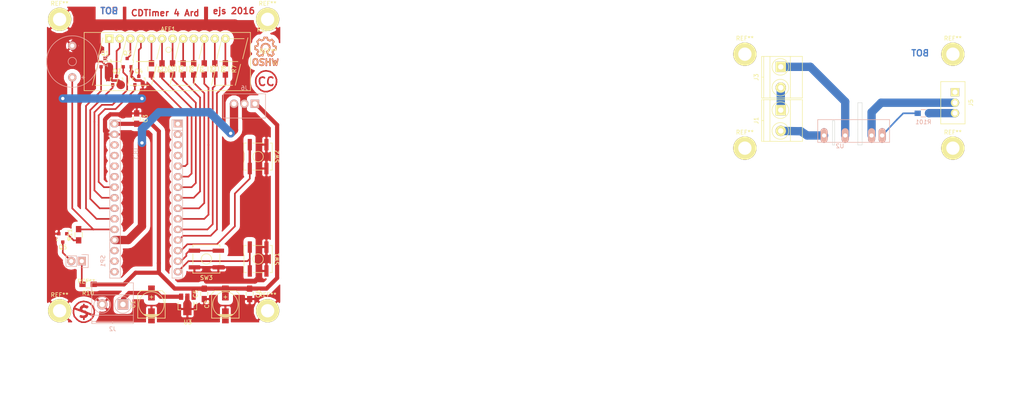
<source format=kicad_pcb>
(kicad_pcb (version 4) (host pcbnew 4.0.2-stable)

  (general
    (links 80)
    (no_connects 3)
    (area 22.858714 27.089 274.321286 127.922001)
    (thickness 1.6)
    (drawings 45)
    (tracks 253)
    (zones 0)
    (modules 47)
    (nets 40)
  )

  (page A4)
  (layers
    (0 F.Cu signal)
    (31 B.Cu signal)
    (32 B.Adhes user)
    (33 F.Adhes user)
    (34 B.Paste user)
    (35 F.Paste user)
    (36 B.SilkS user)
    (37 F.SilkS user)
    (38 B.Mask user)
    (39 F.Mask user)
    (40 Dwgs.User user)
    (41 Cmts.User user)
    (42 Eco1.User user)
    (43 Eco2.User user)
    (44 Edge.Cuts user)
    (45 Margin user)
    (46 B.CrtYd user)
    (47 F.CrtYd user)
    (48 B.Fab user)
    (49 F.Fab user)
  )

  (setup
    (last_trace_width 0.4)
    (user_trace_width 0.4)
    (user_trace_width 0.6)
    (user_trace_width 0.8)
    (user_trace_width 1.2)
    (user_trace_width 1.6)
    (user_trace_width 2)
    (trace_clearance 0.25)
    (zone_clearance 1.016)
    (zone_45_only no)
    (trace_min 0.2)
    (segment_width 0.2)
    (edge_width 0.1)
    (via_size 1.2)
    (via_drill 0.8)
    (via_min_size 0.9)
    (via_min_drill 0.6)
    (uvia_size 0.3)
    (uvia_drill 0.1)
    (uvias_allowed no)
    (uvia_min_size 0.2)
    (uvia_min_drill 0.1)
    (pcb_text_width 0.3)
    (pcb_text_size 1.5 1.5)
    (mod_edge_width 0.15)
    (mod_text_size 1 1)
    (mod_text_width 0.15)
    (pad_size 5.6 5.6)
    (pad_drill 3.2)
    (pad_to_mask_clearance 0)
    (aux_axis_origin 41.148 105.918)
    (grid_origin 41.148 105.918)
    (visible_elements 7FFFFFFF)
    (pcbplotparams
      (layerselection 0x03120_80000001)
      (usegerberextensions false)
      (excludeedgelayer false)
      (linewidth 0.100000)
      (plotframeref false)
      (viasonmask false)
      (mode 1)
      (useauxorigin false)
      (hpglpennumber 1)
      (hpglpenspeed 20)
      (hpglpendiameter 15)
      (hpglpenoverlay 2)
      (psnegative false)
      (psa4output false)
      (plotreference true)
      (plotvalue true)
      (plotinvisibletext false)
      (padsonsilk false)
      (subtractmaskfromsilk false)
      (outputformat 5)
      (mirror true)
      (drillshape 1)
      (scaleselection 1)
      (outputdirectory ""))
  )

  (net 0 "")
  (net 1 GND)
  (net 2 "Net-(AFF1-Pad5)")
  (net 3 "Net-(AFF1-Pad6)")
  (net 4 "Net-(AFF1-Pad7)")
  (net 5 "Net-(AFF1-Pad9)")
  (net 6 "Net-(AFF1-Pad10)")
  (net 7 "Net-(AFF1-Pad11)")
  (net 8 "Net-(AFF1-Pad12)")
  (net 9 "Net-(AFF1-Pad8)")
  (net 10 "Net-(AFF1-Pad1)")
  (net 11 "Net-(AFF1-Pad2)")
  (net 12 "Net-(AFF1-Pad3)")
  (net 13 "Net-(AFF1-Pad4)")
  (net 14 "Net-(J1-Pad1)")
  (net 15 "Net-(J1-Pad2)")
  (net 16 "Net-(R101-Pad1)")
  (net 17 "Net-(SW1-Pad2)")
  (net 18 +12V)
  (net 19 /Control/Ctrl)
  (net 20 /Control/Vcc)
  (net 21 "Net-(SW2-Pad2)")
  (net 22 /Control/Buzzer)
  (net 23 "Net-(Q5-Pad3)")
  (net 24 "Net-(R10-Pad2)")
  (net 25 "Net-(Q5-Pad1)")
  (net 26 "Net-(Q1-Pad1)")
  (net 27 "Net-(Q2-Pad1)")
  (net 28 "Net-(Q3-Pad1)")
  (net 29 "Net-(Q4-Pad1)")
  (net 30 /Control/a)
  (net 31 /Control/b)
  (net 32 /Control/c)
  (net 33 /Control/d)
  (net 34 /Control/e)
  (net 35 /Control/f)
  (net 36 /Control/g)
  (net 37 /Control/dp)
  (net 38 "Net-(SW3-Pad2)")
  (net 39 "Net-(J3-Pad1)")

  (net_class Default "This is the default net class."
    (clearance 0.25)
    (trace_width 0.4)
    (via_dia 1.2)
    (via_drill 0.8)
    (uvia_dia 0.3)
    (uvia_drill 0.1)
    (add_net /Control/Buzzer)
    (add_net /Control/Ctrl)
    (add_net /Control/a)
    (add_net /Control/b)
    (add_net /Control/c)
    (add_net /Control/d)
    (add_net /Control/dp)
    (add_net /Control/e)
    (add_net /Control/f)
    (add_net /Control/g)
    (add_net "Net-(AFF1-Pad1)")
    (add_net "Net-(AFF1-Pad10)")
    (add_net "Net-(AFF1-Pad11)")
    (add_net "Net-(AFF1-Pad12)")
    (add_net "Net-(AFF1-Pad2)")
    (add_net "Net-(AFF1-Pad3)")
    (add_net "Net-(AFF1-Pad4)")
    (add_net "Net-(AFF1-Pad5)")
    (add_net "Net-(AFF1-Pad6)")
    (add_net "Net-(AFF1-Pad7)")
    (add_net "Net-(AFF1-Pad8)")
    (add_net "Net-(AFF1-Pad9)")
    (add_net "Net-(J1-Pad1)")
    (add_net "Net-(J1-Pad2)")
    (add_net "Net-(J3-Pad1)")
    (add_net "Net-(Q1-Pad1)")
    (add_net "Net-(Q2-Pad1)")
    (add_net "Net-(Q3-Pad1)")
    (add_net "Net-(Q4-Pad1)")
    (add_net "Net-(Q5-Pad1)")
    (add_net "Net-(Q5-Pad3)")
    (add_net "Net-(R10-Pad2)")
    (add_net "Net-(R101-Pad1)")
    (add_net "Net-(SW1-Pad2)")
    (add_net "Net-(SW2-Pad2)")
    (add_net "Net-(SW3-Pad2)")
  )

  (net_class Hi-Power ""
    (clearance 4)
    (trace_width 4)
    (via_dia 2)
    (via_drill 0.8)
    (uvia_dia 0.3)
    (uvia_drill 0.1)
  )

  (net_class Power ""
    (clearance 0.3)
    (trace_width 1)
    (via_dia 1.2)
    (via_drill 0.8)
    (uvia_dia 0.6)
    (uvia_drill 0.4)
    (add_net +12V)
    (add_net /Control/Vcc)
    (add_net GND)
  )

  (module Buttons_Switches_SMD:SW_SPST_B3SL-1022P (layer F.Cu) (tedit 56ED9E57) (tstamp 578D4118)
    (at 88.9 68.834 270)
    (descr "Middle Stroke Tactile Switch, B3SL")
    (tags "Middle Stroke Tactile Switch")
    (path /578DA969/578DC975)
    (attr smd)
    (fp_text reference SW2 (at 0 -4.5 270) (layer F.SilkS)
      (effects (font (size 1 1) (thickness 0.15)))
    )
    (fp_text value Stop (at 0 4.75 270) (layer F.Fab)
      (effects (font (size 1 1) (thickness 0.15)))
    )
    (fp_circle (center 0 0) (end 1.25 0) (layer F.SilkS) (width 0.15))
    (fp_line (start -4.5 3.65) (end 4.5 3.65) (layer F.CrtYd) (width 0.05))
    (fp_line (start 4.5 3.65) (end 4.5 -3.65) (layer F.CrtYd) (width 0.05))
    (fp_line (start 4.5 -3.65) (end -4.5 -3.65) (layer F.CrtYd) (width 0.05))
    (fp_line (start -4.5 -3.65) (end -4.5 3.65) (layer F.CrtYd) (width 0.05))
    (fp_line (start 3.25 2.75) (end 3.25 3.4) (layer F.SilkS) (width 0.15))
    (fp_line (start 3.25 3.4) (end -3.25 3.4) (layer F.SilkS) (width 0.15))
    (fp_line (start -3.25 3.4) (end -3.25 2.75) (layer F.SilkS) (width 0.15))
    (fp_line (start 3.25 -2.75) (end 3.25 -3.4) (layer F.SilkS) (width 0.15))
    (fp_line (start 3.25 -3.4) (end -3.25 -3.4) (layer F.SilkS) (width 0.15))
    (fp_line (start -3.25 -3.4) (end -3.25 -2.75) (layer F.SilkS) (width 0.15))
    (fp_line (start 3.25 -1.25) (end 3.25 1.25) (layer F.SilkS) (width 0.15))
    (fp_line (start -3.25 -1.25) (end -3.25 1.25) (layer F.SilkS) (width 0.15))
    (fp_line (start -3.1 -3.25) (end 3.1 -3.25) (layer F.Fab) (width 0.15))
    (fp_line (start 3.1 -3.25) (end 3.1 3.25) (layer F.Fab) (width 0.15))
    (fp_line (start 3.1 3.25) (end -3.1 3.25) (layer F.Fab) (width 0.15))
    (fp_line (start -3.1 3.25) (end -3.1 -3.25) (layer F.Fab) (width 0.15))
    (pad 1 smd rect (at -2.875 -2 270) (size 2.75 1) (layers F.Cu F.Paste F.Mask)
      (net 1 GND))
    (pad 1 smd rect (at 2.875 -2 270) (size 2.75 1) (layers F.Cu F.Paste F.Mask)
      (net 1 GND))
    (pad 2 smd rect (at 2.875 2 270) (size 2.75 1) (layers F.Cu F.Paste F.Mask)
      (net 21 "Net-(SW2-Pad2)"))
    (pad 2 smd rect (at -2.875 2 270) (size 2.75 1) (layers F.Cu F.Paste F.Mask)
      (net 21 "Net-(SW2-Pad2)"))
  )

  (module "display 7seg:MLS_4x7SEG-DIGIT_10mm" (layer F.Cu) (tedit 578D1508) (tstamp 578D461D)
    (at 67.056 45.974)
    (descr "7 segments 10mm DIGIT")
    (tags MLS)
    (path /578DA969/578DC95B)
    (fp_text reference AFF1 (at 0.2 -7.8) (layer F.SilkS)
      (effects (font (size 1 1) (thickness 0.15)))
    )
    (fp_text value MLS--3492AG-X3 (at -0.1 8.1) (layer F.Fab)
      (effects (font (size 1 1) (thickness 0.15)))
    )
    (fp_line (start -14.85 -5.715) (end -10.405 -5.715) (layer F.SilkS) (width 0.15))
    (fp_line (start -11.04 -0.635) (end -9.77 -5.715) (layer F.SilkS) (width 0.15))
    (fp_line (start -16.755 -0.635) (end -15.485 -5.715) (layer F.SilkS) (width 0.15))
    (fp_line (start -15.366 0) (end -11.302 0) (layer F.SilkS) (width 0.15))
    (fp_line (start -11.04 0.635) (end -12.31 5.715) (layer F.SilkS) (width 0.15))
    (fp_line (start -17.39 5.715) (end -12.945 5.715) (layer F.SilkS) (width 0.15))
    (fp_line (start -16.755 0.635) (end -18.025 5.715) (layer F.SilkS) (width 0.15))
    (fp_line (start 14.04 -5.5) (end 18.485 -5.5) (layer F.SilkS) (width 0.15))
    (fp_line (start 11.905 -0.635) (end 13.175 -5.715) (layer F.SilkS) (width 0.15))
    (fp_line (start 18.12 -0.635) (end 19.39 -5.715) (layer F.SilkS) (width 0.15))
    (fp_line (start 12.54 0) (end 16.985 0) (layer F.SilkS) (width 0.15))
    (fp_line (start 17.62 0.635) (end 16.35 5.715) (layer F.SilkS) (width 0.15))
    (fp_line (start 11.27 5.715) (end 15.715 5.715) (layer F.SilkS) (width 0.15))
    (fp_line (start 10.635 5.715) (end 11.905 0.635) (layer F.SilkS) (width 0.15))
    (fp_line (start -6.35 -5.715) (end -1.905 -5.715) (layer F.SilkS) (width 0.15))
    (fp_line (start -2.54 -0.635) (end -1.27 -5.715) (layer F.SilkS) (width 0.15))
    (fp_line (start -8.255 -0.635) (end -6.985 -5.715) (layer F.SilkS) (width 0.15))
    (fp_line (start -8.89 5.715) (end -4.445 5.715) (layer F.SilkS) (width 0.15))
    (fp_line (start -8.255 0.635) (end -9.525 5.715) (layer F.SilkS) (width 0.15))
    (fp_line (start -2.54 0.635) (end -3.81 5.715) (layer F.SilkS) (width 0.15))
    (fp_circle (center 0.29 -2.82) (end 0.925 -2.82) (layer F.SilkS) (width 0.15))
    (fp_line (start 3.81 -5.715) (end 8.255 -5.715) (layer F.SilkS) (width 0.15))
    (fp_line (start 1.27 5.715) (end 5.715 5.715) (layer F.SilkS) (width 0.15))
    (fp_line (start 7.62 0.635) (end 6.35 5.715) (layer F.SilkS) (width 0.15))
    (fp_line (start 0.635 5.715) (end 1.905 0.635) (layer F.SilkS) (width 0.15))
    (fp_line (start 7.62 -0.635) (end 8.89 -5.715) (layer F.SilkS) (width 0.15))
    (fp_line (start 1.905 -0.635) (end 3.175 -5.715) (layer F.SilkS) (width 0.15))
    (fp_line (start 2.54 0) (end 6.985 0) (layer F.SilkS) (width 0.15))
    (fp_line (start 20 -7) (end 20 7) (layer F.SilkS) (width 0.15))
    (fp_line (start 20 7) (end -20 7) (layer F.SilkS) (width 0.15))
    (fp_line (start -7.366 0) (end -3.302 0) (layer F.SilkS) (width 0.15))
    (fp_circle (center -0.57 1.98) (end 0.065 1.98) (layer F.SilkS) (width 0.15))
    (fp_line (start -20 -7) (end -20 7) (layer F.SilkS) (width 0.15))
    (fp_line (start 20 -7) (end -20 -7) (layer F.SilkS) (width 0.15))
    (fp_line (start -7.493 0) (end -3.175 0) (layer F.SilkS) (width 0.15))
    (pad 1 thru_hole rect (at -13.97 -5.5) (size 2.032 2.032) (drill 0.9144) (layers *.Cu *.Mask F.SilkS)
      (net 10 "Net-(AFF1-Pad1)"))
    (pad 2 thru_hole circle (at -11.43 -5.5) (size 2.032 2.032) (drill 0.9144) (layers *.Cu *.Mask F.SilkS)
      (net 11 "Net-(AFF1-Pad2)"))
    (pad 3 thru_hole circle (at -8.89 -5.5) (size 2.032 2.032) (drill 0.9144) (layers *.Cu *.Mask F.SilkS)
      (net 12 "Net-(AFF1-Pad3)"))
    (pad 4 thru_hole circle (at -6.35 -5.5) (size 2.032 2.032) (drill 0.9144) (layers *.Cu *.Mask F.SilkS)
      (net 13 "Net-(AFF1-Pad4)"))
    (pad 12 thru_hole circle (at 13.97 -5.5) (size 2.032 2.032) (drill 0.9144) (layers *.Cu *.Mask F.SilkS)
      (net 8 "Net-(AFF1-Pad12)"))
    (pad 11 thru_hole circle (at 11.43 -5.5) (size 2.032 2.032) (drill 0.9144) (layers *.Cu *.Mask F.SilkS)
      (net 7 "Net-(AFF1-Pad11)"))
    (pad 10 thru_hole circle (at 8.89 -5.5) (size 2.032 2.032) (drill 0.9144) (layers *.Cu *.Mask F.SilkS)
      (net 6 "Net-(AFF1-Pad10)"))
    (pad 9 thru_hole circle (at 6.35 -5.5) (size 2.032 2.032) (drill 0.9144) (layers *.Cu *.Mask F.SilkS)
      (net 5 "Net-(AFF1-Pad9)"))
    (pad 5 thru_hole circle (at -3.81 -5.5) (size 2.032 2.032) (drill 0.9144) (layers *.Cu *.Mask F.SilkS)
      (net 2 "Net-(AFF1-Pad5)"))
    (pad 6 thru_hole circle (at -1.27 -5.5) (size 2.032 2.032) (drill 0.9144) (layers *.Cu *.Mask F.SilkS)
      (net 3 "Net-(AFF1-Pad6)"))
    (pad 7 thru_hole circle (at 1.27 -5.5) (size 2.032 2.032) (drill 0.9144) (layers *.Cu *.Mask F.SilkS)
      (net 4 "Net-(AFF1-Pad7)"))
    (pad 8 thru_hole circle (at 3.81 -5.5) (size 2.032 2.032) (drill 0.9144) (layers *.Cu *.Mask F.SilkS)
      (net 9 "Net-(AFF1-Pad8)"))
  )

  (module Terminal_Blocks:TerminalBlock_Pheonix_MKDS1.5-2pol (layer F.Cu) (tedit 563007E4) (tstamp 578D404B)
    (at 214.63 47.244 270)
    (descr "2-way 5mm pitch terminal block, Phoenix MKDS series")
    (path /578DB8E5/578F2BA6)
    (fp_text reference J3 (at 2.5 5.9 270) (layer F.SilkS)
      (effects (font (size 1 1) (thickness 0.15)))
    )
    (fp_text value LOAD (at 2.5 -6.6 270) (layer F.Fab)
      (effects (font (size 1 1) (thickness 0.15)))
    )
    (fp_line (start -2.7 -5.4) (end 7.7 -5.4) (layer F.CrtYd) (width 0.05))
    (fp_line (start -2.7 4.8) (end -2.7 -5.4) (layer F.CrtYd) (width 0.05))
    (fp_line (start 7.7 4.8) (end -2.7 4.8) (layer F.CrtYd) (width 0.05))
    (fp_line (start 7.7 -5.4) (end 7.7 4.8) (layer F.CrtYd) (width 0.05))
    (fp_line (start 2.5 4.1) (end 2.5 4.6) (layer F.SilkS) (width 0.15))
    (fp_circle (center 5 0.1) (end 3 0.1) (layer F.SilkS) (width 0.15))
    (fp_circle (center 0 0.1) (end 2 0.1) (layer F.SilkS) (width 0.15))
    (fp_line (start -2.5 2.6) (end 7.5 2.6) (layer F.SilkS) (width 0.15))
    (fp_line (start -2.5 -2.3) (end 7.5 -2.3) (layer F.SilkS) (width 0.15))
    (fp_line (start -2.5 4.1) (end 7.5 4.1) (layer F.SilkS) (width 0.15))
    (fp_line (start -2.5 4.6) (end 7.5 4.6) (layer F.SilkS) (width 0.15))
    (fp_line (start 7.5 4.6) (end 7.5 -5.2) (layer F.SilkS) (width 0.15))
    (fp_line (start 7.5 -5.2) (end -2.5 -5.2) (layer F.SilkS) (width 0.15))
    (fp_line (start -2.5 -5.2) (end -2.5 4.6) (layer F.SilkS) (width 0.15))
    (pad 1 thru_hole rect (at 0 0 270) (size 2.5 2.5) (drill 1.3) (layers *.Cu *.Mask F.SilkS)
      (net 39 "Net-(J3-Pad1)"))
    (pad 2 thru_hole circle (at 5 0 270) (size 2.5 2.5) (drill 1.3) (layers *.Cu *.Mask F.SilkS)
      (net 14 "Net-(J1-Pad1)"))
    (model Terminal_Blocks.3dshapes/TerminalBlock_Pheonix_MKDS1.5-2pol.wrl
      (at (xyz 0.0984 0 0))
      (scale (xyz 1 1 1))
      (rotate (xyz 0 0 0))
    )
  )

  (module Resistors_SMD:R_0805_HandSoldering (layer F.Cu) (tedit 54189DEE) (tstamp 578D4057)
    (at 63.246 47.752 270)
    (descr "Resistor SMD 0805, hand soldering")
    (tags "resistor 0805")
    (path /578DA969/578DC966)
    (attr smd)
    (fp_text reference R1 (at 0 -2.1 270) (layer F.SilkS)
      (effects (font (size 1 1) (thickness 0.15)))
    )
    (fp_text value 180 (at 0 2.1 270) (layer F.Fab)
      (effects (font (size 1 1) (thickness 0.15)))
    )
    (fp_line (start -2.4 -1) (end 2.4 -1) (layer F.CrtYd) (width 0.05))
    (fp_line (start -2.4 1) (end 2.4 1) (layer F.CrtYd) (width 0.05))
    (fp_line (start -2.4 -1) (end -2.4 1) (layer F.CrtYd) (width 0.05))
    (fp_line (start 2.4 -1) (end 2.4 1) (layer F.CrtYd) (width 0.05))
    (fp_line (start 0.6 0.875) (end -0.6 0.875) (layer F.SilkS) (width 0.15))
    (fp_line (start -0.6 -0.875) (end 0.6 -0.875) (layer F.SilkS) (width 0.15))
    (pad 1 smd rect (at -1.35 0 270) (size 1.5 1.3) (layers F.Cu F.Paste F.Mask)
      (net 2 "Net-(AFF1-Pad5)"))
    (pad 2 smd rect (at 1.35 0 270) (size 1.5 1.3) (layers F.Cu F.Paste F.Mask)
      (net 30 /Control/a))
    (model Resistors_SMD.3dshapes/R_0805_HandSoldering.wrl
      (at (xyz 0 0 0))
      (scale (xyz 1 1 1))
      (rotate (xyz 0 0 0))
    )
  )

  (module Resistors_SMD:R_0805_HandSoldering (layer F.Cu) (tedit 54189DEE) (tstamp 578D4063)
    (at 65.786 47.752 270)
    (descr "Resistor SMD 0805, hand soldering")
    (tags "resistor 0805")
    (path /578DA969/578DC967)
    (attr smd)
    (fp_text reference R2 (at 0 -2.1 270) (layer F.SilkS)
      (effects (font (size 1 1) (thickness 0.15)))
    )
    (fp_text value 180 (at 0 2.1 270) (layer F.Fab)
      (effects (font (size 1 1) (thickness 0.15)))
    )
    (fp_line (start -2.4 -1) (end 2.4 -1) (layer F.CrtYd) (width 0.05))
    (fp_line (start -2.4 1) (end 2.4 1) (layer F.CrtYd) (width 0.05))
    (fp_line (start -2.4 -1) (end -2.4 1) (layer F.CrtYd) (width 0.05))
    (fp_line (start 2.4 -1) (end 2.4 1) (layer F.CrtYd) (width 0.05))
    (fp_line (start 0.6 0.875) (end -0.6 0.875) (layer F.SilkS) (width 0.15))
    (fp_line (start -0.6 -0.875) (end 0.6 -0.875) (layer F.SilkS) (width 0.15))
    (pad 1 smd rect (at -1.35 0 270) (size 1.5 1.3) (layers F.Cu F.Paste F.Mask)
      (net 3 "Net-(AFF1-Pad6)"))
    (pad 2 smd rect (at 1.35 0 270) (size 1.5 1.3) (layers F.Cu F.Paste F.Mask)
      (net 31 /Control/b))
    (model Resistors_SMD.3dshapes/R_0805_HandSoldering.wrl
      (at (xyz 0 0 0))
      (scale (xyz 1 1 1))
      (rotate (xyz 0 0 0))
    )
  )

  (module Resistors_SMD:R_0805_HandSoldering (layer F.Cu) (tedit 54189DEE) (tstamp 578D4091)
    (at 75.946 47.752 270)
    (descr "Resistor SMD 0805, hand soldering")
    (tags "resistor 0805")
    (path /578DA969/578DC96A)
    (attr smd)
    (fp_text reference R5 (at 0 -2.1 270) (layer F.SilkS)
      (effects (font (size 1 1) (thickness 0.15)))
    )
    (fp_text value 180 (at 0 2.1 270) (layer F.Fab)
      (effects (font (size 1 1) (thickness 0.15)))
    )
    (fp_line (start -2.4 -1) (end 2.4 -1) (layer F.CrtYd) (width 0.05))
    (fp_line (start -2.4 1) (end 2.4 1) (layer F.CrtYd) (width 0.05))
    (fp_line (start -2.4 -1) (end -2.4 1) (layer F.CrtYd) (width 0.05))
    (fp_line (start 2.4 -1) (end 2.4 1) (layer F.CrtYd) (width 0.05))
    (fp_line (start 0.6 0.875) (end -0.6 0.875) (layer F.SilkS) (width 0.15))
    (fp_line (start -0.6 -0.875) (end 0.6 -0.875) (layer F.SilkS) (width 0.15))
    (pad 1 smd rect (at -1.35 0 270) (size 1.5 1.3) (layers F.Cu F.Paste F.Mask)
      (net 6 "Net-(AFF1-Pad10)"))
    (pad 2 smd rect (at 1.35 0 270) (size 1.5 1.3) (layers F.Cu F.Paste F.Mask)
      (net 34 /Control/e))
    (model Resistors_SMD.3dshapes/R_0805_HandSoldering.wrl
      (at (xyz 0 0 0))
      (scale (xyz 1 1 1))
      (rotate (xyz 0 0 0))
    )
  )

  (module Resistors_SMD:R_0805_HandSoldering (layer F.Cu) (tedit 54189DEE) (tstamp 578D409D)
    (at 78.486 47.752 270)
    (descr "Resistor SMD 0805, hand soldering")
    (tags "resistor 0805")
    (path /578DA969/578DC96B)
    (attr smd)
    (fp_text reference R6 (at 0 -2.1 270) (layer F.SilkS)
      (effects (font (size 1 1) (thickness 0.15)))
    )
    (fp_text value 180 (at 0 2.1 270) (layer F.Fab)
      (effects (font (size 1 1) (thickness 0.15)))
    )
    (fp_line (start -2.4 -1) (end 2.4 -1) (layer F.CrtYd) (width 0.05))
    (fp_line (start -2.4 1) (end 2.4 1) (layer F.CrtYd) (width 0.05))
    (fp_line (start -2.4 -1) (end -2.4 1) (layer F.CrtYd) (width 0.05))
    (fp_line (start 2.4 -1) (end 2.4 1) (layer F.CrtYd) (width 0.05))
    (fp_line (start 0.6 0.875) (end -0.6 0.875) (layer F.SilkS) (width 0.15))
    (fp_line (start -0.6 -0.875) (end 0.6 -0.875) (layer F.SilkS) (width 0.15))
    (pad 1 smd rect (at -1.35 0 270) (size 1.5 1.3) (layers F.Cu F.Paste F.Mask)
      (net 7 "Net-(AFF1-Pad11)"))
    (pad 2 smd rect (at 1.35 0 270) (size 1.5 1.3) (layers F.Cu F.Paste F.Mask)
      (net 35 /Control/f))
    (model Resistors_SMD.3dshapes/R_0805_HandSoldering.wrl
      (at (xyz 0 0 0))
      (scale (xyz 1 1 1))
      (rotate (xyz 0 0 0))
    )
  )

  (module Resistors_SMD:R_0805_HandSoldering (layer F.Cu) (tedit 54189DEE) (tstamp 578D40A9)
    (at 81.026 47.752 270)
    (descr "Resistor SMD 0805, hand soldering")
    (tags "resistor 0805")
    (path /578DA969/578DC96C)
    (attr smd)
    (fp_text reference R7 (at 0 -2.1 270) (layer F.SilkS)
      (effects (font (size 1 1) (thickness 0.15)))
    )
    (fp_text value 180 (at 0 2.1 270) (layer F.Fab)
      (effects (font (size 1 1) (thickness 0.15)))
    )
    (fp_line (start -2.4 -1) (end 2.4 -1) (layer F.CrtYd) (width 0.05))
    (fp_line (start -2.4 1) (end 2.4 1) (layer F.CrtYd) (width 0.05))
    (fp_line (start -2.4 -1) (end -2.4 1) (layer F.CrtYd) (width 0.05))
    (fp_line (start 2.4 -1) (end 2.4 1) (layer F.CrtYd) (width 0.05))
    (fp_line (start 0.6 0.875) (end -0.6 0.875) (layer F.SilkS) (width 0.15))
    (fp_line (start -0.6 -0.875) (end 0.6 -0.875) (layer F.SilkS) (width 0.15))
    (pad 1 smd rect (at -1.35 0 270) (size 1.5 1.3) (layers F.Cu F.Paste F.Mask)
      (net 8 "Net-(AFF1-Pad12)"))
    (pad 2 smd rect (at 1.35 0 270) (size 1.5 1.3) (layers F.Cu F.Paste F.Mask)
      (net 36 /Control/g))
    (model Resistors_SMD.3dshapes/R_0805_HandSoldering.wrl
      (at (xyz 0 0 0))
      (scale (xyz 1 1 1))
      (rotate (xyz 0 0 0))
    )
  )

  (module Resistors_SMD:R_0805_HandSoldering (layer F.Cu) (tedit 54189DEE) (tstamp 578D40B5)
    (at 70.866 47.752 270)
    (descr "Resistor SMD 0805, hand soldering")
    (tags "resistor 0805")
    (path /578DA969/578DC96D)
    (attr smd)
    (fp_text reference R8 (at 0 -2.1 270) (layer F.SilkS)
      (effects (font (size 1 1) (thickness 0.15)))
    )
    (fp_text value 180 (at 0 2.1 270) (layer F.Fab)
      (effects (font (size 1 1) (thickness 0.15)))
    )
    (fp_line (start -2.4 -1) (end 2.4 -1) (layer F.CrtYd) (width 0.05))
    (fp_line (start -2.4 1) (end 2.4 1) (layer F.CrtYd) (width 0.05))
    (fp_line (start -2.4 -1) (end -2.4 1) (layer F.CrtYd) (width 0.05))
    (fp_line (start 2.4 -1) (end 2.4 1) (layer F.CrtYd) (width 0.05))
    (fp_line (start 0.6 0.875) (end -0.6 0.875) (layer F.SilkS) (width 0.15))
    (fp_line (start -0.6 -0.875) (end 0.6 -0.875) (layer F.SilkS) (width 0.15))
    (pad 1 smd rect (at -1.35 0 270) (size 1.5 1.3) (layers F.Cu F.Paste F.Mask)
      (net 9 "Net-(AFF1-Pad8)"))
    (pad 2 smd rect (at 1.35 0 270) (size 1.5 1.3) (layers F.Cu F.Paste F.Mask)
      (net 37 /Control/dp))
    (model Resistors_SMD.3dshapes/R_0805_HandSoldering.wrl
      (at (xyz 0 0 0))
      (scale (xyz 1 1 1))
      (rotate (xyz 0 0 0))
    )
  )

  (module Buttons_Switches_SMD:SW_SPST_B3SL-1022P (layer F.Cu) (tedit 56ED9E57) (tstamp 578D40FF)
    (at 88.9 93.472 270)
    (descr "Middle Stroke Tactile Switch, B3SL")
    (tags "Middle Stroke Tactile Switch")
    (path /578DA969/578DC974)
    (attr smd)
    (fp_text reference SW1 (at 0 -4.5 270) (layer F.SilkS)
      (effects (font (size 1 1) (thickness 0.15)))
    )
    (fp_text value Start (at 0 4.75 270) (layer F.Fab)
      (effects (font (size 1 1) (thickness 0.15)))
    )
    (fp_circle (center 0 0) (end 1.25 0) (layer F.SilkS) (width 0.15))
    (fp_line (start -4.5 3.65) (end 4.5 3.65) (layer F.CrtYd) (width 0.05))
    (fp_line (start 4.5 3.65) (end 4.5 -3.65) (layer F.CrtYd) (width 0.05))
    (fp_line (start 4.5 -3.65) (end -4.5 -3.65) (layer F.CrtYd) (width 0.05))
    (fp_line (start -4.5 -3.65) (end -4.5 3.65) (layer F.CrtYd) (width 0.05))
    (fp_line (start 3.25 2.75) (end 3.25 3.4) (layer F.SilkS) (width 0.15))
    (fp_line (start 3.25 3.4) (end -3.25 3.4) (layer F.SilkS) (width 0.15))
    (fp_line (start -3.25 3.4) (end -3.25 2.75) (layer F.SilkS) (width 0.15))
    (fp_line (start 3.25 -2.75) (end 3.25 -3.4) (layer F.SilkS) (width 0.15))
    (fp_line (start 3.25 -3.4) (end -3.25 -3.4) (layer F.SilkS) (width 0.15))
    (fp_line (start -3.25 -3.4) (end -3.25 -2.75) (layer F.SilkS) (width 0.15))
    (fp_line (start 3.25 -1.25) (end 3.25 1.25) (layer F.SilkS) (width 0.15))
    (fp_line (start -3.25 -1.25) (end -3.25 1.25) (layer F.SilkS) (width 0.15))
    (fp_line (start -3.1 -3.25) (end 3.1 -3.25) (layer F.Fab) (width 0.15))
    (fp_line (start 3.1 -3.25) (end 3.1 3.25) (layer F.Fab) (width 0.15))
    (fp_line (start 3.1 3.25) (end -3.1 3.25) (layer F.Fab) (width 0.15))
    (fp_line (start -3.1 3.25) (end -3.1 -3.25) (layer F.Fab) (width 0.15))
    (pad 1 smd rect (at -2.875 -2 270) (size 2.75 1) (layers F.Cu F.Paste F.Mask)
      (net 1 GND))
    (pad 1 smd rect (at 2.875 -2 270) (size 2.75 1) (layers F.Cu F.Paste F.Mask)
      (net 1 GND))
    (pad 2 smd rect (at 2.875 2 270) (size 2.75 1) (layers F.Cu F.Paste F.Mask)
      (net 17 "Net-(SW1-Pad2)"))
    (pad 2 smd rect (at -2.875 2 270) (size 2.75 1) (layers F.Cu F.Paste F.Mask)
      (net 17 "Net-(SW1-Pad2)"))
  )

  (module Resistors_SMD:R_0805_HandSoldering (layer B.Cu) (tedit 54189DEE) (tstamp 578D5335)
    (at 248.92 58.42)
    (descr "Resistor SMD 0805, hand soldering")
    (tags "resistor 0805")
    (path /578DB8E5/578DD6EC)
    (attr smd)
    (fp_text reference R101 (at 0 2.1) (layer B.SilkS)
      (effects (font (size 1 1) (thickness 0.15)) (justify mirror))
    )
    (fp_text value 150 (at 0 -2.1) (layer B.Fab)
      (effects (font (size 1 1) (thickness 0.15)) (justify mirror))
    )
    (fp_line (start -2.4 1) (end 2.4 1) (layer B.CrtYd) (width 0.05))
    (fp_line (start -2.4 -1) (end 2.4 -1) (layer B.CrtYd) (width 0.05))
    (fp_line (start -2.4 1) (end -2.4 -1) (layer B.CrtYd) (width 0.05))
    (fp_line (start 2.4 1) (end 2.4 -1) (layer B.CrtYd) (width 0.05))
    (fp_line (start 0.6 -0.875) (end -0.6 -0.875) (layer B.SilkS) (width 0.15))
    (fp_line (start -0.6 0.875) (end 0.6 0.875) (layer B.SilkS) (width 0.15))
    (pad 1 smd rect (at -1.35 0) (size 1.5 1.3) (layers B.Cu B.Paste B.Mask)
      (net 16 "Net-(R101-Pad1)"))
    (pad 2 smd rect (at 1.35 0) (size 1.5 1.3) (layers B.Cu B.Paste B.Mask)
      (net 19 /Control/Ctrl))
    (model Resistors_SMD.3dshapes/R_0805_HandSoldering.wrl
      (at (xyz 0 0 0))
      (scale (xyz 1 1 1))
      (rotate (xyz 0 0 0))
    )
  )

  (module Terminal_Blocks:TerminalBlock_Pheonix_MKDS1.5-2pol (layer F.Cu) (tedit 563007E4) (tstamp 578D5573)
    (at 214.63 57.658 270)
    (descr "2-way 5mm pitch terminal block, Phoenix MKDS series")
    (path /578DB8E5/578DD742)
    (fp_text reference J1 (at 2.5 5.9 270) (layer F.SilkS)
      (effects (font (size 1 1) (thickness 0.15)))
    )
    (fp_text value AC (at 2.5 -6.6 270) (layer F.Fab)
      (effects (font (size 1 1) (thickness 0.15)))
    )
    (fp_line (start -2.7 -5.4) (end 7.7 -5.4) (layer F.CrtYd) (width 0.05))
    (fp_line (start -2.7 4.8) (end -2.7 -5.4) (layer F.CrtYd) (width 0.05))
    (fp_line (start 7.7 4.8) (end -2.7 4.8) (layer F.CrtYd) (width 0.05))
    (fp_line (start 7.7 -5.4) (end 7.7 4.8) (layer F.CrtYd) (width 0.05))
    (fp_line (start 2.5 4.1) (end 2.5 4.6) (layer F.SilkS) (width 0.15))
    (fp_circle (center 5 0.1) (end 3 0.1) (layer F.SilkS) (width 0.15))
    (fp_circle (center 0 0.1) (end 2 0.1) (layer F.SilkS) (width 0.15))
    (fp_line (start -2.5 2.6) (end 7.5 2.6) (layer F.SilkS) (width 0.15))
    (fp_line (start -2.5 -2.3) (end 7.5 -2.3) (layer F.SilkS) (width 0.15))
    (fp_line (start -2.5 4.1) (end 7.5 4.1) (layer F.SilkS) (width 0.15))
    (fp_line (start -2.5 4.6) (end 7.5 4.6) (layer F.SilkS) (width 0.15))
    (fp_line (start 7.5 4.6) (end 7.5 -5.2) (layer F.SilkS) (width 0.15))
    (fp_line (start 7.5 -5.2) (end -2.5 -5.2) (layer F.SilkS) (width 0.15))
    (fp_line (start -2.5 -5.2) (end -2.5 4.6) (layer F.SilkS) (width 0.15))
    (pad 1 thru_hole rect (at 0 0 270) (size 2.5 2.5) (drill 1.3) (layers *.Cu *.Mask F.SilkS)
      (net 14 "Net-(J1-Pad1)"))
    (pad 2 thru_hole circle (at 5 0 270) (size 2.5 2.5) (drill 1.3) (layers *.Cu *.Mask F.SilkS)
      (net 15 "Net-(J1-Pad2)"))
    (model Terminal_Blocks.3dshapes/TerminalBlock_Pheonix_MKDS1.5-2pol.wrl
      (at (xyz 0.0984 0 0))
      (scale (xyz 1 1 1))
      (rotate (xyz 0 0 0))
    )
  )

  (module Resistors_SMD:R_0805_HandSoldering (layer F.Cu) (tedit 54189DEE) (tstamp 578D5586)
    (at 68.326 47.752 270)
    (descr "Resistor SMD 0805, hand soldering")
    (tags "resistor 0805")
    (path /578DA969/578DC968)
    (attr smd)
    (fp_text reference R3 (at 0 -2.1 270) (layer F.SilkS)
      (effects (font (size 1 1) (thickness 0.15)))
    )
    (fp_text value 180 (at 0 2.1 270) (layer F.Fab)
      (effects (font (size 1 1) (thickness 0.15)))
    )
    (fp_line (start -2.4 -1) (end 2.4 -1) (layer F.CrtYd) (width 0.05))
    (fp_line (start -2.4 1) (end 2.4 1) (layer F.CrtYd) (width 0.05))
    (fp_line (start -2.4 -1) (end -2.4 1) (layer F.CrtYd) (width 0.05))
    (fp_line (start 2.4 -1) (end 2.4 1) (layer F.CrtYd) (width 0.05))
    (fp_line (start 0.6 0.875) (end -0.6 0.875) (layer F.SilkS) (width 0.15))
    (fp_line (start -0.6 -0.875) (end 0.6 -0.875) (layer F.SilkS) (width 0.15))
    (pad 1 smd rect (at -1.35 0 270) (size 1.5 1.3) (layers F.Cu F.Paste F.Mask)
      (net 4 "Net-(AFF1-Pad7)"))
    (pad 2 smd rect (at 1.35 0 270) (size 1.5 1.3) (layers F.Cu F.Paste F.Mask)
      (net 32 /Control/c))
    (model Resistors_SMD.3dshapes/R_0805_HandSoldering.wrl
      (at (xyz 0 0 0))
      (scale (xyz 1 1 1))
      (rotate (xyz 0 0 0))
    )
  )

  (module Resistors_SMD:R_0805_HandSoldering (layer F.Cu) (tedit 54189DEE) (tstamp 578D5591)
    (at 73.406 47.752 270)
    (descr "Resistor SMD 0805, hand soldering")
    (tags "resistor 0805")
    (path /578DA969/578DC969)
    (attr smd)
    (fp_text reference R4 (at 0 -2.1 270) (layer F.SilkS)
      (effects (font (size 1 1) (thickness 0.15)))
    )
    (fp_text value 180 (at 0 2.1 270) (layer F.Fab)
      (effects (font (size 1 1) (thickness 0.15)))
    )
    (fp_line (start -2.4 -1) (end 2.4 -1) (layer F.CrtYd) (width 0.05))
    (fp_line (start -2.4 1) (end 2.4 1) (layer F.CrtYd) (width 0.05))
    (fp_line (start -2.4 -1) (end -2.4 1) (layer F.CrtYd) (width 0.05))
    (fp_line (start 2.4 -1) (end 2.4 1) (layer F.CrtYd) (width 0.05))
    (fp_line (start 0.6 0.875) (end -0.6 0.875) (layer F.SilkS) (width 0.15))
    (fp_line (start -0.6 -0.875) (end 0.6 -0.875) (layer F.SilkS) (width 0.15))
    (pad 1 smd rect (at -1.35 0 270) (size 1.5 1.3) (layers F.Cu F.Paste F.Mask)
      (net 5 "Net-(AFF1-Pad9)"))
    (pad 2 smd rect (at 1.35 0 270) (size 1.5 1.3) (layers F.Cu F.Paste F.Mask)
      (net 33 /Control/d))
    (model Resistors_SMD.3dshapes/R_0805_HandSoldering.wrl
      (at (xyz 0 0 0))
      (scale (xyz 1 1 1))
      (rotate (xyz 0 0 0))
    )
  )

  (module "Arduino Nano:Socket_Strip_Arduino_2x15" (layer B.Cu) (tedit 578D5DA9) (tstamp 578D6C24)
    (at 61.976 78.74 270)
    (descr "Through hole socket strip")
    (tags "socket strip")
    (path /578DA969/578DC95A)
    (fp_text reference UC1 (at -10.5 2.5 270) (layer B.SilkS)
      (effects (font (size 1 1) (thickness 0.15)) (justify mirror))
    )
    (fp_text value Arduino_Nano_Header (at -6 0.5 360) (layer B.Fab)
      (effects (font (size 1 1) (thickness 0.15)) (justify mirror))
    )
    (fp_line (start 19.33 6.23) (end -16.23 6.23) (layer B.SilkS) (width 0.15))
    (fp_line (start 19.33 8.77) (end 19.33 6.23) (layer B.SilkS) (width 0.15))
    (fp_line (start -16.23 8.77) (end 19.33 8.77) (layer B.SilkS) (width 0.15))
    (fp_line (start -18.77 6.23) (end -16.23 6.23) (layer B.SilkS) (width 0.15))
    (fp_line (start -18.77 8.77) (end -18.77 6.23) (layer B.SilkS) (width 0.15))
    (fp_line (start -16.23 8.77) (end -18.77 8.77) (layer B.SilkS) (width 0.15))
    (fp_line (start -16.23 -6.23) (end -18.77 -6.23) (layer B.SilkS) (width 0.15))
    (fp_line (start -18.77 -6.23) (end -18.77 -8.77) (layer B.SilkS) (width 0.15))
    (fp_line (start -18.77 -8.77) (end -16.23 -8.77) (layer B.SilkS) (width 0.15))
    (fp_line (start -21.59 -9.525) (end -21.59 9.525) (layer B.CrtYd) (width 0.05))
    (fp_line (start 21.59 -9.525) (end 21.59 9.525) (layer B.CrtYd) (width 0.05))
    (fp_line (start -21.59 9.525) (end 21.59 9.525) (layer B.CrtYd) (width 0.05))
    (fp_line (start -21.59 -9.525) (end 21.59 -9.525) (layer B.CrtYd) (width 0.05))
    (fp_line (start -16.23 -6.23) (end 19.33 -6.23) (layer B.SilkS) (width 0.15))
    (fp_line (start 19.33 -6.23) (end 19.33 -8.77) (layer B.SilkS) (width 0.15))
    (fp_line (start 19.33 -8.77) (end -16.23 -8.77) (layer B.SilkS) (width 0.15))
    (fp_line (start -16.23 -8.77) (end -16.23 -6.23) (layer B.SilkS) (width 0.15))
    (pad 16 thru_hole oval (at 17.78 7.62 270) (size 1.7272 2.032) (drill 1.016) (layers *.Cu *.Mask B.SilkS))
    (pad 17 thru_hole oval (at 15.24 7.62 270) (size 1.7272 2.032) (drill 1.016) (layers *.Cu *.Mask B.SilkS))
    (pad 18 thru_hole oval (at 12.7 7.62 270) (size 1.7272 2.032) (drill 1.016) (layers *.Cu *.Mask B.SilkS))
    (pad 19 thru_hole oval (at 10.16 7.62 270) (size 1.7272 2.032) (drill 1.016) (layers *.Cu *.Mask B.SilkS)
      (net 19 /Control/Ctrl))
    (pad 20 thru_hole oval (at 7.62 7.62 270) (size 1.7272 2.032) (drill 1.016) (layers *.Cu *.Mask B.SilkS)
      (net 22 /Control/Buzzer))
    (pad 21 thru_hole oval (at 5.08 7.62 270) (size 1.7272 2.032) (drill 1.016) (layers *.Cu *.Mask B.SilkS)
      (net 26 "Net-(Q1-Pad1)"))
    (pad 22 thru_hole oval (at 2.54 7.62 270) (size 1.7272 2.032) (drill 1.016) (layers *.Cu *.Mask B.SilkS)
      (net 27 "Net-(Q2-Pad1)"))
    (pad 23 thru_hole oval (at 0 7.62 270) (size 1.7272 2.032) (drill 1.016) (layers *.Cu *.Mask B.SilkS)
      (net 28 "Net-(Q3-Pad1)"))
    (pad 24 thru_hole oval (at -2.54 7.62 270) (size 1.7272 2.032) (drill 1.016) (layers *.Cu *.Mask B.SilkS)
      (net 29 "Net-(Q4-Pad1)"))
    (pad 25 thru_hole oval (at -5.08 7.62 270) (size 1.7272 2.032) (drill 1.016) (layers *.Cu *.Mask B.SilkS))
    (pad 26 thru_hole oval (at -7.62 7.62 270) (size 1.7272 2.032) (drill 1.016) (layers *.Cu *.Mask B.SilkS))
    (pad 27 thru_hole oval (at -10.16 7.62 270) (size 1.7272 2.032) (drill 1.016) (layers *.Cu *.Mask B.SilkS))
    (pad 28 thru_hole oval (at -12.7 7.62 270) (size 1.7272 2.032) (drill 1.016) (layers *.Cu *.Mask B.SilkS))
    (pad 29 thru_hole oval (at -15.24 7.62 270) (size 1.7272 2.032) (drill 1.016) (layers *.Cu *.Mask B.SilkS)
      (net 1 GND))
    (pad 30 thru_hole oval (at -17.78 7.62 270) (size 1.7272 2.032) (drill 1.016) (layers *.Cu *.Mask B.SilkS)
      (net 20 /Control/Vcc))
    (pad 1 thru_hole rect (at -17.78 -7.62 270) (size 1.7272 2.032) (drill 1.016) (layers *.Cu *.Mask B.SilkS))
    (pad 2 thru_hole oval (at -15.24 -7.62 270) (size 1.7272 2.032) (drill 1.016) (layers *.Cu *.Mask B.SilkS))
    (pad 3 thru_hole oval (at -12.7 -7.62 270) (size 1.7272 2.032) (drill 1.016) (layers *.Cu *.Mask B.SilkS))
    (pad 4 thru_hole oval (at -10.16 -7.62 270) (size 1.7272 2.032) (drill 1.016) (layers *.Cu *.Mask B.SilkS))
    (pad 5 thru_hole oval (at -7.62 -7.62 270) (size 1.7272 2.032) (drill 1.016) (layers *.Cu *.Mask B.SilkS)
      (net 30 /Control/a))
    (pad 6 thru_hole oval (at -5.08 -7.62 270) (size 1.7272 2.032) (drill 1.016) (layers *.Cu *.Mask B.SilkS)
      (net 31 /Control/b))
    (pad 7 thru_hole oval (at -2.54 -7.62 270) (size 1.7272 2.032) (drill 1.016) (layers *.Cu *.Mask B.SilkS)
      (net 32 /Control/c))
    (pad 8 thru_hole oval (at 0 -7.62 270) (size 1.7272 2.032) (drill 1.016) (layers *.Cu *.Mask B.SilkS)
      (net 37 /Control/dp))
    (pad 9 thru_hole oval (at 2.54 -7.62 270) (size 1.7272 2.032) (drill 1.016) (layers *.Cu *.Mask B.SilkS)
      (net 33 /Control/d))
    (pad 10 thru_hole oval (at 5.08 -7.62 270) (size 1.7272 2.032) (drill 1.016) (layers *.Cu *.Mask B.SilkS)
      (net 34 /Control/e))
    (pad 11 thru_hole oval (at 7.62 -7.62 270) (size 1.7272 2.032) (drill 1.016) (layers *.Cu *.Mask B.SilkS)
      (net 35 /Control/f))
    (pad 12 thru_hole oval (at 10.16 -7.62 270) (size 1.7272 2.032) (drill 1.016) (layers *.Cu *.Mask B.SilkS)
      (net 36 /Control/g))
    (pad 13 thru_hole oval (at 12.7 -7.62 270) (size 1.7272 2.032) (drill 1.016) (layers *.Cu *.Mask B.SilkS)
      (net 21 "Net-(SW2-Pad2)"))
    (pad 14 thru_hole oval (at 15.24 -7.62 270) (size 1.7272 2.032) (drill 1.016) (layers *.Cu *.Mask B.SilkS)
      (net 38 "Net-(SW3-Pad2)"))
    (pad 15 thru_hole oval (at 17.78 -7.62 270) (size 1.7272 2.032) (drill 1.016) (layers *.Cu *.Mask B.SilkS)
      (net 17 "Net-(SW1-Pad2)"))
    (model ${KIPRJMOD}/Socket_Arduino_Nano.3dshapes/Socket_header_Arduino_1x15.wrl
      (at (xyz 0.7 0 0))
      (scale (xyz 1 1 1))
      (rotate (xyz 0 0 180))
    )
  )

  (module Connect:Wafer_Vertical10x5.8x7RM2.5-3 (layer F.Cu) (tedit 556C2A89) (tstamp 578D7FF4)
    (at 256.54 53.34 270)
    (descr "Gold-Tek vertical wafer connector with 2.5mm pitch")
    (tags "wafer connector vertical")
    (path /578DA969/579018A7)
    (fp_text reference J5 (at 2.54 -3.81 270) (layer F.SilkS)
      (effects (font (size 1 1) (thickness 0.15)))
    )
    (fp_text value HEADER_3 (at 2.54 5.08 270) (layer F.Fab)
      (effects (font (size 1 1) (thickness 0.15)))
    )
    (fp_line (start -2.75 -2.75) (end 7.85 -2.75) (layer F.CrtYd) (width 0.05))
    (fp_line (start 7.85 -2.75) (end 7.85 3.8) (layer F.CrtYd) (width 0.05))
    (fp_line (start 7.85 3.8) (end -2.75 3.8) (layer F.CrtYd) (width 0.05))
    (fp_line (start -2.75 3.8) (end -2.75 -2.75) (layer F.CrtYd) (width 0.05))
    (fp_line (start 7.62 3.429) (end -2.54 3.429) (layer F.SilkS) (width 0.15))
    (fp_line (start -2.54 -2.413) (end 7.62 -2.413) (layer F.SilkS) (width 0.15))
    (fp_line (start 7.62 -2.413) (end 7.62 3.429) (layer F.SilkS) (width 0.15))
    (fp_line (start -2.54 -2.413) (end -2.54 3.429) (layer F.SilkS) (width 0.15))
    (pad 1 thru_hole rect (at 0 0 270) (size 2 2) (drill 1.2) (layers *.Cu *.Mask F.SilkS)
      (net 20 /Control/Vcc))
    (pad 2 thru_hole circle (at 2.54 0 270) (size 2 2) (drill 1.2) (layers *.Cu *.Mask F.SilkS)
      (net 1 GND))
    (pad 3 thru_hole circle (at 5.04 0 270) (size 2 2) (drill 1.2) (layers *.Cu *.Mask F.SilkS)
      (net 19 /Control/Ctrl))
    (model Connect.3dshapes/Wafer_Vertical10x5.8x7RM2.5-3.wrl
      (at (xyz 0 0 0))
      (scale (xyz 4 4 4))
      (rotate (xyz 0 0 0))
    )
  )

  (module Connect:Wafer_Vertical10x5.8x7RM2.5-3 (layer B.Cu) (tedit 556C2A89) (tstamp 578D8003)
    (at 88.138 56.134 180)
    (descr "Gold-Tek vertical wafer connector with 2.5mm pitch")
    (tags "wafer connector vertical")
    (path /578DB8E5/579020CD)
    (fp_text reference J6 (at 2.54 3.81 180) (layer B.SilkS)
      (effects (font (size 1 1) (thickness 0.15)) (justify mirror))
    )
    (fp_text value HEADER_3 (at 2.54 -5.08 180) (layer B.Fab)
      (effects (font (size 1 1) (thickness 0.15)) (justify mirror))
    )
    (fp_line (start -2.75 2.75) (end 7.85 2.75) (layer B.CrtYd) (width 0.05))
    (fp_line (start 7.85 2.75) (end 7.85 -3.8) (layer B.CrtYd) (width 0.05))
    (fp_line (start 7.85 -3.8) (end -2.75 -3.8) (layer B.CrtYd) (width 0.05))
    (fp_line (start -2.75 -3.8) (end -2.75 2.75) (layer B.CrtYd) (width 0.05))
    (fp_line (start 7.62 -3.429) (end -2.54 -3.429) (layer B.SilkS) (width 0.15))
    (fp_line (start -2.54 2.413) (end 7.62 2.413) (layer B.SilkS) (width 0.15))
    (fp_line (start 7.62 2.413) (end 7.62 -3.429) (layer B.SilkS) (width 0.15))
    (fp_line (start -2.54 2.413) (end -2.54 -3.429) (layer B.SilkS) (width 0.15))
    (pad 1 thru_hole rect (at 0 0 180) (size 2 2) (drill 1.2) (layers *.Cu *.Mask B.SilkS)
      (net 20 /Control/Vcc))
    (pad 2 thru_hole circle (at 2.54 0 180) (size 2 2) (drill 1.2) (layers *.Cu *.Mask B.SilkS)
      (net 1 GND))
    (pad 3 thru_hole circle (at 5.04 0 180) (size 2 2) (drill 1.2) (layers *.Cu *.Mask B.SilkS)
      (net 19 /Control/Ctrl))
    (model Connect.3dshapes/Wafer_Vertical10x5.8x7RM2.5-3.wrl
      (at (xyz 0 0 0))
      (scale (xyz 4 4 4))
      (rotate (xyz 0 0 0))
    )
  )

  (module SOT-23 (layer F.Cu) (tedit 553634F8) (tstamp 57948CD2)
    (at 41.91 88.392 180)
    (descr "SOT-23, Standard")
    (tags SOT-23)
    (path /578DA969/579497A0)
    (attr smd)
    (fp_text reference Q5 (at 0 -2.25 180) (layer F.SilkS)
      (effects (font (size 1 1) (thickness 0.15)))
    )
    (fp_text value BC847 (at 0 2.3 180) (layer F.Fab)
      (effects (font (size 1 1) (thickness 0.15)))
    )
    (fp_line (start -1.65 -1.6) (end 1.65 -1.6) (layer F.CrtYd) (width 0.05))
    (fp_line (start 1.65 -1.6) (end 1.65 1.6) (layer F.CrtYd) (width 0.05))
    (fp_line (start 1.65 1.6) (end -1.65 1.6) (layer F.CrtYd) (width 0.05))
    (fp_line (start -1.65 1.6) (end -1.65 -1.6) (layer F.CrtYd) (width 0.05))
    (fp_line (start 1.29916 -0.65024) (end 1.2509 -0.65024) (layer F.SilkS) (width 0.15))
    (fp_line (start -1.49982 0.0508) (end -1.49982 -0.65024) (layer F.SilkS) (width 0.15))
    (fp_line (start -1.49982 -0.65024) (end -1.2509 -0.65024) (layer F.SilkS) (width 0.15))
    (fp_line (start 1.29916 -0.65024) (end 1.49982 -0.65024) (layer F.SilkS) (width 0.15))
    (fp_line (start 1.49982 -0.65024) (end 1.49982 0.0508) (layer F.SilkS) (width 0.15))
    (pad 1 smd rect (at -0.95 1.00076 180) (size 0.8001 0.8001) (layers F.Cu F.Paste F.Mask)
      (net 25 "Net-(Q5-Pad1)"))
    (pad 2 smd rect (at 0.95 1.00076 180) (size 0.8001 0.8001) (layers F.Cu F.Paste F.Mask)
      (net 1 GND))
    (pad 3 smd rect (at 0 -0.99822 180) (size 0.8001 0.8001) (layers F.Cu F.Paste F.Mask)
      (net 23 "Net-(Q5-Pad3)"))
    (model TO_SOT_Packages_SMD.3dshapes/SOT-23.wrl
      (at (xyz 0 0 0))
      (scale (xyz 1 1 1))
      (rotate (xyz 0 0 0))
    )
  )

  (module Resistors_SMD:R_0805_HandSoldering (layer F.Cu) (tedit 54189DEE) (tstamp 57948CDE)
    (at 48.006 99.568 180)
    (descr "Resistor SMD 0805, hand soldering")
    (tags "resistor 0805")
    (path /578DA969/57949350)
    (attr smd)
    (fp_text reference R10 (at 0 -2.1 180) (layer F.SilkS)
      (effects (font (size 1 1) (thickness 0.15)))
    )
    (fp_text value 6R8 (at 0 2.1 180) (layer F.Fab)
      (effects (font (size 1 1) (thickness 0.15)))
    )
    (fp_line (start -2.4 -1) (end 2.4 -1) (layer F.CrtYd) (width 0.05))
    (fp_line (start -2.4 1) (end 2.4 1) (layer F.CrtYd) (width 0.05))
    (fp_line (start -2.4 -1) (end -2.4 1) (layer F.CrtYd) (width 0.05))
    (fp_line (start 2.4 -1) (end 2.4 1) (layer F.CrtYd) (width 0.05))
    (fp_line (start 0.6 0.875) (end -0.6 0.875) (layer F.SilkS) (width 0.15))
    (fp_line (start -0.6 -0.875) (end 0.6 -0.875) (layer F.SilkS) (width 0.15))
    (pad 1 smd rect (at -1.35 0 180) (size 1.5 1.3) (layers F.Cu F.Paste F.Mask)
      (net 20 /Control/Vcc))
    (pad 2 smd rect (at 1.35 0 180) (size 1.5 1.3) (layers F.Cu F.Paste F.Mask)
      (net 24 "Net-(R10-Pad2)"))
    (model Resistors_SMD.3dshapes/R_0805_HandSoldering.wrl
      (at (xyz 0 0 0))
      (scale (xyz 1 1 1))
      (rotate (xyz 0 0 0))
    )
  )

  (module Pin_Headers:Pin_Header_Straight_1x02 (layer B.Cu) (tedit 54EA090C) (tstamp 57948CEF)
    (at 46.482 93.98 90)
    (descr "Through hole pin header")
    (tags "pin header")
    (path /578DA969/57948EC5)
    (fp_text reference SP1 (at 0 5.1 90) (layer B.SilkS)
      (effects (font (size 1 1) (thickness 0.15)) (justify mirror))
    )
    (fp_text value SPEAKER (at 0 3.1 90) (layer B.Fab)
      (effects (font (size 1 1) (thickness 0.15)) (justify mirror))
    )
    (fp_line (start 1.27 -1.27) (end 1.27 -3.81) (layer B.SilkS) (width 0.15))
    (fp_line (start 1.55 1.55) (end 1.55 0) (layer B.SilkS) (width 0.15))
    (fp_line (start -1.75 1.75) (end -1.75 -4.3) (layer B.CrtYd) (width 0.05))
    (fp_line (start 1.75 1.75) (end 1.75 -4.3) (layer B.CrtYd) (width 0.05))
    (fp_line (start -1.75 1.75) (end 1.75 1.75) (layer B.CrtYd) (width 0.05))
    (fp_line (start -1.75 -4.3) (end 1.75 -4.3) (layer B.CrtYd) (width 0.05))
    (fp_line (start 1.27 -1.27) (end -1.27 -1.27) (layer B.SilkS) (width 0.15))
    (fp_line (start -1.55 0) (end -1.55 1.55) (layer B.SilkS) (width 0.15))
    (fp_line (start -1.55 1.55) (end 1.55 1.55) (layer B.SilkS) (width 0.15))
    (fp_line (start -1.27 -1.27) (end -1.27 -3.81) (layer B.SilkS) (width 0.15))
    (fp_line (start -1.27 -3.81) (end 1.27 -3.81) (layer B.SilkS) (width 0.15))
    (pad 1 thru_hole rect (at 0 0 90) (size 2.032 2.032) (drill 1.016) (layers *.Cu *.Mask B.SilkS)
      (net 24 "Net-(R10-Pad2)"))
    (pad 2 thru_hole oval (at 0 -2.54 90) (size 2.032 2.032) (drill 1.016) (layers *.Cu *.Mask B.SilkS)
      (net 23 "Net-(Q5-Pad3)"))
    (model Pin_Headers.3dshapes/Pin_Header_Straight_1x02.wrl
      (at (xyz 0 -0.05 0))
      (scale (xyz 1 1 1))
      (rotate (xyz 0 0 90))
    )
  )

  (module Resistors_SMD:R_0805_HandSoldering (layer F.Cu) (tedit 54189DEE) (tstamp 57948E6A)
    (at 45.72 87.63 90)
    (descr "Resistor SMD 0805, hand soldering")
    (tags "resistor 0805")
    (path /578DA969/5794B9C9)
    (attr smd)
    (fp_text reference R11 (at 0 -2.1 90) (layer F.SilkS)
      (effects (font (size 1 1) (thickness 0.15)))
    )
    (fp_text value 1k (at 0 2.1 90) (layer F.Fab)
      (effects (font (size 1 1) (thickness 0.15)))
    )
    (fp_line (start -2.4 -1) (end 2.4 -1) (layer F.CrtYd) (width 0.05))
    (fp_line (start -2.4 1) (end 2.4 1) (layer F.CrtYd) (width 0.05))
    (fp_line (start -2.4 -1) (end -2.4 1) (layer F.CrtYd) (width 0.05))
    (fp_line (start 2.4 -1) (end 2.4 1) (layer F.CrtYd) (width 0.05))
    (fp_line (start 0.6 0.875) (end -0.6 0.875) (layer F.SilkS) (width 0.15))
    (fp_line (start -0.6 -0.875) (end 0.6 -0.875) (layer F.SilkS) (width 0.15))
    (pad 1 smd rect (at -1.35 0 90) (size 1.5 1.3) (layers F.Cu F.Paste F.Mask)
      (net 25 "Net-(Q5-Pad1)"))
    (pad 2 smd rect (at 1.35 0 90) (size 1.5 1.3) (layers F.Cu F.Paste F.Mask)
      (net 22 /Control/Buzzer))
    (model Resistors_SMD.3dshapes/R_0805_HandSoldering.wrl
      (at (xyz 0 0 0))
      (scale (xyz 1 1 1))
      (rotate (xyz 0 0 0))
    )
  )

  (module SOT-23 (layer F.Cu) (tedit 553634F8) (tstamp 5794977B)
    (at 52.07 46.228)
    (descr "SOT-23, Standard")
    (tags SOT-23)
    (path /578DA969/5794CEE7)
    (attr smd)
    (fp_text reference Q1 (at 0 -2.25) (layer F.SilkS)
      (effects (font (size 1 1) (thickness 0.15)))
    )
    (fp_text value BC847 (at 0 2.3) (layer F.Fab)
      (effects (font (size 1 1) (thickness 0.15)))
    )
    (fp_line (start -1.65 -1.6) (end 1.65 -1.6) (layer F.CrtYd) (width 0.05))
    (fp_line (start 1.65 -1.6) (end 1.65 1.6) (layer F.CrtYd) (width 0.05))
    (fp_line (start 1.65 1.6) (end -1.65 1.6) (layer F.CrtYd) (width 0.05))
    (fp_line (start -1.65 1.6) (end -1.65 -1.6) (layer F.CrtYd) (width 0.05))
    (fp_line (start 1.29916 -0.65024) (end 1.2509 -0.65024) (layer F.SilkS) (width 0.15))
    (fp_line (start -1.49982 0.0508) (end -1.49982 -0.65024) (layer F.SilkS) (width 0.15))
    (fp_line (start -1.49982 -0.65024) (end -1.2509 -0.65024) (layer F.SilkS) (width 0.15))
    (fp_line (start 1.29916 -0.65024) (end 1.49982 -0.65024) (layer F.SilkS) (width 0.15))
    (fp_line (start 1.49982 -0.65024) (end 1.49982 0.0508) (layer F.SilkS) (width 0.15))
    (pad 1 smd rect (at -0.95 1.00076) (size 0.8001 0.8001) (layers F.Cu F.Paste F.Mask)
      (net 26 "Net-(Q1-Pad1)"))
    (pad 2 smd rect (at 0.95 1.00076) (size 0.8001 0.8001) (layers F.Cu F.Paste F.Mask)
      (net 1 GND))
    (pad 3 smd rect (at 0 -0.99822) (size 0.8001 0.8001) (layers F.Cu F.Paste F.Mask)
      (net 10 "Net-(AFF1-Pad1)"))
    (model TO_SOT_Packages_SMD.3dshapes/SOT-23.wrl
      (at (xyz 0 0 0))
      (scale (xyz 1 1 1))
      (rotate (xyz 0 0 0))
    )
  )

  (module SOT-23 (layer F.Cu) (tedit 553634F8) (tstamp 5794978B)
    (at 54.864 50.546)
    (descr "SOT-23, Standard")
    (tags SOT-23)
    (path /578DA969/5794CE7D)
    (attr smd)
    (fp_text reference Q2 (at 0 -2.25) (layer F.SilkS)
      (effects (font (size 1 1) (thickness 0.15)))
    )
    (fp_text value BC847 (at 0 2.3) (layer F.Fab)
      (effects (font (size 1 1) (thickness 0.15)))
    )
    (fp_line (start -1.65 -1.6) (end 1.65 -1.6) (layer F.CrtYd) (width 0.05))
    (fp_line (start 1.65 -1.6) (end 1.65 1.6) (layer F.CrtYd) (width 0.05))
    (fp_line (start 1.65 1.6) (end -1.65 1.6) (layer F.CrtYd) (width 0.05))
    (fp_line (start -1.65 1.6) (end -1.65 -1.6) (layer F.CrtYd) (width 0.05))
    (fp_line (start 1.29916 -0.65024) (end 1.2509 -0.65024) (layer F.SilkS) (width 0.15))
    (fp_line (start -1.49982 0.0508) (end -1.49982 -0.65024) (layer F.SilkS) (width 0.15))
    (fp_line (start -1.49982 -0.65024) (end -1.2509 -0.65024) (layer F.SilkS) (width 0.15))
    (fp_line (start 1.29916 -0.65024) (end 1.49982 -0.65024) (layer F.SilkS) (width 0.15))
    (fp_line (start 1.49982 -0.65024) (end 1.49982 0.0508) (layer F.SilkS) (width 0.15))
    (pad 1 smd rect (at -0.95 1.00076) (size 0.8001 0.8001) (layers F.Cu F.Paste F.Mask)
      (net 27 "Net-(Q2-Pad1)"))
    (pad 2 smd rect (at 0.95 1.00076) (size 0.8001 0.8001) (layers F.Cu F.Paste F.Mask)
      (net 1 GND))
    (pad 3 smd rect (at 0 -0.99822) (size 0.8001 0.8001) (layers F.Cu F.Paste F.Mask)
      (net 11 "Net-(AFF1-Pad2)"))
    (model TO_SOT_Packages_SMD.3dshapes/SOT-23.wrl
      (at (xyz 0 0 0))
      (scale (xyz 1 1 1))
      (rotate (xyz 0 0 0))
    )
  )

  (module SOT-23 (layer F.Cu) (tedit 553634F8) (tstamp 5794979B)
    (at 57.404 46.228)
    (descr "SOT-23, Standard")
    (tags SOT-23)
    (path /578DA969/5794CB07)
    (attr smd)
    (fp_text reference Q3 (at 0 -2.25) (layer F.SilkS)
      (effects (font (size 1 1) (thickness 0.15)))
    )
    (fp_text value BC847 (at 0 2.3) (layer F.Fab)
      (effects (font (size 1 1) (thickness 0.15)))
    )
    (fp_line (start -1.65 -1.6) (end 1.65 -1.6) (layer F.CrtYd) (width 0.05))
    (fp_line (start 1.65 -1.6) (end 1.65 1.6) (layer F.CrtYd) (width 0.05))
    (fp_line (start 1.65 1.6) (end -1.65 1.6) (layer F.CrtYd) (width 0.05))
    (fp_line (start -1.65 1.6) (end -1.65 -1.6) (layer F.CrtYd) (width 0.05))
    (fp_line (start 1.29916 -0.65024) (end 1.2509 -0.65024) (layer F.SilkS) (width 0.15))
    (fp_line (start -1.49982 0.0508) (end -1.49982 -0.65024) (layer F.SilkS) (width 0.15))
    (fp_line (start -1.49982 -0.65024) (end -1.2509 -0.65024) (layer F.SilkS) (width 0.15))
    (fp_line (start 1.29916 -0.65024) (end 1.49982 -0.65024) (layer F.SilkS) (width 0.15))
    (fp_line (start 1.49982 -0.65024) (end 1.49982 0.0508) (layer F.SilkS) (width 0.15))
    (pad 1 smd rect (at -0.95 1.00076) (size 0.8001 0.8001) (layers F.Cu F.Paste F.Mask)
      (net 28 "Net-(Q3-Pad1)"))
    (pad 2 smd rect (at 0.95 1.00076) (size 0.8001 0.8001) (layers F.Cu F.Paste F.Mask)
      (net 1 GND))
    (pad 3 smd rect (at 0 -0.99822) (size 0.8001 0.8001) (layers F.Cu F.Paste F.Mask)
      (net 12 "Net-(AFF1-Pad3)"))
    (model TO_SOT_Packages_SMD.3dshapes/SOT-23.wrl
      (at (xyz 0 0 0))
      (scale (xyz 1 1 1))
      (rotate (xyz 0 0 0))
    )
  )

  (module SOT-23 (layer F.Cu) (tedit 553634F8) (tstamp 579497AB)
    (at 60.198 50.546)
    (descr "SOT-23, Standard")
    (tags SOT-23)
    (path /578DA969/5794C638)
    (attr smd)
    (fp_text reference Q4 (at 0 -2.25) (layer F.SilkS)
      (effects (font (size 1 1) (thickness 0.15)))
    )
    (fp_text value BC847 (at 0 2.3) (layer F.Fab)
      (effects (font (size 1 1) (thickness 0.15)))
    )
    (fp_line (start -1.65 -1.6) (end 1.65 -1.6) (layer F.CrtYd) (width 0.05))
    (fp_line (start 1.65 -1.6) (end 1.65 1.6) (layer F.CrtYd) (width 0.05))
    (fp_line (start 1.65 1.6) (end -1.65 1.6) (layer F.CrtYd) (width 0.05))
    (fp_line (start -1.65 1.6) (end -1.65 -1.6) (layer F.CrtYd) (width 0.05))
    (fp_line (start 1.29916 -0.65024) (end 1.2509 -0.65024) (layer F.SilkS) (width 0.15))
    (fp_line (start -1.49982 0.0508) (end -1.49982 -0.65024) (layer F.SilkS) (width 0.15))
    (fp_line (start -1.49982 -0.65024) (end -1.2509 -0.65024) (layer F.SilkS) (width 0.15))
    (fp_line (start 1.29916 -0.65024) (end 1.49982 -0.65024) (layer F.SilkS) (width 0.15))
    (fp_line (start 1.49982 -0.65024) (end 1.49982 0.0508) (layer F.SilkS) (width 0.15))
    (pad 1 smd rect (at -0.95 1.00076) (size 0.8001 0.8001) (layers F.Cu F.Paste F.Mask)
      (net 29 "Net-(Q4-Pad1)"))
    (pad 2 smd rect (at 0.95 1.00076) (size 0.8001 0.8001) (layers F.Cu F.Paste F.Mask)
      (net 1 GND))
    (pad 3 smd rect (at 0 -0.99822) (size 0.8001 0.8001) (layers F.Cu F.Paste F.Mask)
      (net 13 "Net-(AFF1-Pad4)"))
    (model TO_SOT_Packages_SMD.3dshapes/SOT-23.wrl
      (at (xyz 0 0 0))
      (scale (xyz 1 1 1))
      (rotate (xyz 0 0 0))
    )
  )

  (module Buttons_Switches_SMD:SW_SPST_B3SL-1022P (layer F.Cu) (tedit 56ED9E57) (tstamp 5794A241)
    (at 76.454 93.472 180)
    (descr "Middle Stroke Tactile Switch, B3SL")
    (tags "Middle Stroke Tactile Switch")
    (path /578DA969/5795538F)
    (attr smd)
    (fp_text reference SW3 (at 0 -4.5 180) (layer F.SilkS)
      (effects (font (size 1 1) (thickness 0.15)))
    )
    (fp_text value ADJ (at 0 4.75 180) (layer F.Fab)
      (effects (font (size 1 1) (thickness 0.15)))
    )
    (fp_circle (center 0 0) (end 1.25 0) (layer F.SilkS) (width 0.15))
    (fp_line (start -4.5 3.65) (end 4.5 3.65) (layer F.CrtYd) (width 0.05))
    (fp_line (start 4.5 3.65) (end 4.5 -3.65) (layer F.CrtYd) (width 0.05))
    (fp_line (start 4.5 -3.65) (end -4.5 -3.65) (layer F.CrtYd) (width 0.05))
    (fp_line (start -4.5 -3.65) (end -4.5 3.65) (layer F.CrtYd) (width 0.05))
    (fp_line (start 3.25 2.75) (end 3.25 3.4) (layer F.SilkS) (width 0.15))
    (fp_line (start 3.25 3.4) (end -3.25 3.4) (layer F.SilkS) (width 0.15))
    (fp_line (start -3.25 3.4) (end -3.25 2.75) (layer F.SilkS) (width 0.15))
    (fp_line (start 3.25 -2.75) (end 3.25 -3.4) (layer F.SilkS) (width 0.15))
    (fp_line (start 3.25 -3.4) (end -3.25 -3.4) (layer F.SilkS) (width 0.15))
    (fp_line (start -3.25 -3.4) (end -3.25 -2.75) (layer F.SilkS) (width 0.15))
    (fp_line (start 3.25 -1.25) (end 3.25 1.25) (layer F.SilkS) (width 0.15))
    (fp_line (start -3.25 -1.25) (end -3.25 1.25) (layer F.SilkS) (width 0.15))
    (fp_line (start -3.1 -3.25) (end 3.1 -3.25) (layer F.Fab) (width 0.15))
    (fp_line (start 3.1 -3.25) (end 3.1 3.25) (layer F.Fab) (width 0.15))
    (fp_line (start 3.1 3.25) (end -3.1 3.25) (layer F.Fab) (width 0.15))
    (fp_line (start -3.1 3.25) (end -3.1 -3.25) (layer F.Fab) (width 0.15))
    (pad 1 smd rect (at -2.875 -2 180) (size 2.75 1) (layers F.Cu F.Paste F.Mask)
      (net 1 GND))
    (pad 1 smd rect (at 2.875 -2 180) (size 2.75 1) (layers F.Cu F.Paste F.Mask)
      (net 1 GND))
    (pad 2 smd rect (at 2.875 2 180) (size 2.75 1) (layers F.Cu F.Paste F.Mask)
      (net 38 "Net-(SW3-Pad2)"))
    (pad 2 smd rect (at -2.875 2 180) (size 2.75 1) (layers F.Cu F.Paste F.Mask)
      (net 38 "Net-(SW3-Pad2)"))
  )

  (module Buzzers_Beepers:Buzzer_12x9.5RM7.6 (layer B.Cu) (tedit 544E361A) (tstamp 5794A3C6)
    (at 44.196 45.974 90)
    (descr "Generic Buzzer, D12mm height 9.5mm with RM7.6mm")
    (tags buzzer)
    (path /578DA969/57955976)
    (fp_text reference BZ1 (at 0 8.001 90) (layer B.SilkS)
      (effects (font (size 1 1) (thickness 0.15)) (justify mirror))
    )
    (fp_text value buzzer (at -1.00076 -8.001 90) (layer B.Fab)
      (effects (font (size 1 1) (thickness 0.15)) (justify mirror))
    )
    (fp_circle (center 0 0) (end 1.00076 0) (layer B.SilkS) (width 0.15))
    (fp_text user + (at -3.81 2.54 90) (layer B.SilkS)
      (effects (font (size 1 1) (thickness 0.15)) (justify mirror))
    )
    (fp_circle (center 0 0) (end 6.20014 0) (layer B.SilkS) (width 0.15))
    (pad 1 thru_hole circle (at -3.79984 0 90) (size 2 2) (drill 1.00076) (layers *.Cu *.Mask B.SilkS)
      (net 22 /Control/Buzzer))
    (pad 2 thru_hole circle (at 3.79984 0 90) (size 2 2) (drill 1.00076) (layers *.Cu *.Mask B.SilkS)
      (net 1 GND))
    (model Buzzers_Beepers.3dshapes/Buzzer_12x9.5RM7.6.wrl
      (at (xyz 0 0 0))
      (scale (xyz 4 4 4))
      (rotate (xyz 0 0 0))
    )
  )

  (module Mounting_Holes:MountingHole_3.2mm_M3_DIN965_Pad (layer F.Cu) (tedit 5794F710) (tstamp 5794C697)
    (at 41.148 35.814)
    (descr "Mounting Hole 3.2mm, M3, DIN965")
    (tags "mounting hole 3.2mm m3 din965")
    (fp_text reference REF** (at 0 -3.8) (layer F.SilkS)
      (effects (font (size 1 1) (thickness 0.15)))
    )
    (fp_text value MountingHole_3.2mm_M3_DIN965_Pad (at 0 3.8) (layer F.Fab)
      (effects (font (size 1 1) (thickness 0.15)))
    )
    (fp_circle (center 0 0) (end 2.8 0) (layer Cmts.User) (width 0.15))
    (fp_circle (center 0 0) (end 3.05 0) (layer F.CrtYd) (width 0.05))
    (pad 1 thru_hole circle (at 0 0) (size 5.6 5.6) (drill 3.2) (layers *.Cu *.Mask F.SilkS)
      (net 1 GND))
  )

  (module Capacitors_SMD:c_elec_6.3x4.5 (layer F.Cu) (tedit 55725DD2) (tstamp 5794D032)
    (at 63.246 104.394 90)
    (descr "SMT capacitor, aluminium electrolytic, 6.3x4.5")
    (path /578DB8E5/5794D5ED)
    (attr smd)
    (fp_text reference C1 (at 0 -4.445 90) (layer F.SilkS)
      (effects (font (size 1 1) (thickness 0.15)))
    )
    (fp_text value 100p (at 0 4.445 90) (layer F.Fab)
      (effects (font (size 1 1) (thickness 0.15)))
    )
    (fp_line (start -4.85 -3.6) (end 4.85 -3.6) (layer F.CrtYd) (width 0.05))
    (fp_line (start 4.85 -3.6) (end 4.85 3.6) (layer F.CrtYd) (width 0.05))
    (fp_line (start 4.85 3.6) (end -4.85 3.6) (layer F.CrtYd) (width 0.05))
    (fp_line (start -4.85 3.6) (end -4.85 -3.6) (layer F.CrtYd) (width 0.05))
    (fp_line (start -2.921 -0.762) (end -2.921 0.762) (layer F.SilkS) (width 0.15))
    (fp_line (start -2.794 1.143) (end -2.794 -1.143) (layer F.SilkS) (width 0.15))
    (fp_line (start -2.667 -1.397) (end -2.667 1.397) (layer F.SilkS) (width 0.15))
    (fp_line (start -2.54 1.651) (end -2.54 -1.651) (layer F.SilkS) (width 0.15))
    (fp_line (start -2.413 -1.778) (end -2.413 1.778) (layer F.SilkS) (width 0.15))
    (fp_line (start -3.302 -3.302) (end -3.302 3.302) (layer F.SilkS) (width 0.15))
    (fp_line (start -3.302 3.302) (end 2.54 3.302) (layer F.SilkS) (width 0.15))
    (fp_line (start 2.54 3.302) (end 3.302 2.54) (layer F.SilkS) (width 0.15))
    (fp_line (start 3.302 2.54) (end 3.302 -2.54) (layer F.SilkS) (width 0.15))
    (fp_line (start 3.302 -2.54) (end 2.54 -3.302) (layer F.SilkS) (width 0.15))
    (fp_line (start 2.54 -3.302) (end -3.302 -3.302) (layer F.SilkS) (width 0.15))
    (fp_line (start 2.159 0) (end 1.397 0) (layer F.SilkS) (width 0.15))
    (fp_line (start 1.778 -0.381) (end 1.778 0.381) (layer F.SilkS) (width 0.15))
    (fp_circle (center 0 0) (end -3.048 0) (layer F.SilkS) (width 0.15))
    (pad 1 smd rect (at 2.75082 0 90) (size 3.59918 1.6002) (layers F.Cu F.Paste F.Mask)
      (net 18 +12V))
    (pad 2 smd rect (at -2.75082 0 90) (size 3.59918 1.6002) (layers F.Cu F.Paste F.Mask)
      (net 1 GND))
    (model Capacitors_SMD.3dshapes/c_elec_6.3x4.5.wrl
      (at (xyz 0 0 0))
      (scale (xyz 1 1 1))
      (rotate (xyz 0 0 0))
    )
  )

  (module Capacitors_SMD:c_elec_6.3x4.5 (layer F.Cu) (tedit 55725DD2) (tstamp 5794D04A)
    (at 81.026 104.394 90)
    (descr "SMT capacitor, aluminium electrolytic, 6.3x4.5")
    (path /578DB8E5/5794D638)
    (attr smd)
    (fp_text reference C2 (at 0 -4.445 90) (layer F.SilkS)
      (effects (font (size 1 1) (thickness 0.15)))
    )
    (fp_text value 100p (at 0 4.445 90) (layer F.Fab)
      (effects (font (size 1 1) (thickness 0.15)))
    )
    (fp_line (start -4.85 -3.6) (end 4.85 -3.6) (layer F.CrtYd) (width 0.05))
    (fp_line (start 4.85 -3.6) (end 4.85 3.6) (layer F.CrtYd) (width 0.05))
    (fp_line (start 4.85 3.6) (end -4.85 3.6) (layer F.CrtYd) (width 0.05))
    (fp_line (start -4.85 3.6) (end -4.85 -3.6) (layer F.CrtYd) (width 0.05))
    (fp_line (start -2.921 -0.762) (end -2.921 0.762) (layer F.SilkS) (width 0.15))
    (fp_line (start -2.794 1.143) (end -2.794 -1.143) (layer F.SilkS) (width 0.15))
    (fp_line (start -2.667 -1.397) (end -2.667 1.397) (layer F.SilkS) (width 0.15))
    (fp_line (start -2.54 1.651) (end -2.54 -1.651) (layer F.SilkS) (width 0.15))
    (fp_line (start -2.413 -1.778) (end -2.413 1.778) (layer F.SilkS) (width 0.15))
    (fp_line (start -3.302 -3.302) (end -3.302 3.302) (layer F.SilkS) (width 0.15))
    (fp_line (start -3.302 3.302) (end 2.54 3.302) (layer F.SilkS) (width 0.15))
    (fp_line (start 2.54 3.302) (end 3.302 2.54) (layer F.SilkS) (width 0.15))
    (fp_line (start 3.302 2.54) (end 3.302 -2.54) (layer F.SilkS) (width 0.15))
    (fp_line (start 3.302 -2.54) (end 2.54 -3.302) (layer F.SilkS) (width 0.15))
    (fp_line (start 2.54 -3.302) (end -3.302 -3.302) (layer F.SilkS) (width 0.15))
    (fp_line (start 2.159 0) (end 1.397 0) (layer F.SilkS) (width 0.15))
    (fp_line (start 1.778 -0.381) (end 1.778 0.381) (layer F.SilkS) (width 0.15))
    (fp_circle (center 0 0) (end -3.048 0) (layer F.SilkS) (width 0.15))
    (pad 1 smd rect (at 2.75082 0 90) (size 3.59918 1.6002) (layers F.Cu F.Paste F.Mask)
      (net 20 /Control/Vcc))
    (pad 2 smd rect (at -2.75082 0 90) (size 3.59918 1.6002) (layers F.Cu F.Paste F.Mask)
      (net 1 GND))
    (model Capacitors_SMD.3dshapes/c_elec_6.3x4.5.wrl
      (at (xyz 0 0 0))
      (scale (xyz 1 1 1))
      (rotate (xyz 0 0 0))
    )
  )

  (module Capacitors_SMD:C_0805_HandSoldering (layer F.Cu) (tedit 541A9B8D) (tstamp 5794D056)
    (at 59.69 59.69 270)
    (descr "Capacitor SMD 0805, hand soldering")
    (tags "capacitor 0805")
    (path /578DA969/5794DAD8)
    (attr smd)
    (fp_text reference C3 (at 0 -2.1 270) (layer F.SilkS)
      (effects (font (size 1 1) (thickness 0.15)))
    )
    (fp_text value 100 (at 0 2.1 270) (layer F.Fab)
      (effects (font (size 1 1) (thickness 0.15)))
    )
    (fp_line (start -2.3 -1) (end 2.3 -1) (layer F.CrtYd) (width 0.05))
    (fp_line (start -2.3 1) (end 2.3 1) (layer F.CrtYd) (width 0.05))
    (fp_line (start -2.3 -1) (end -2.3 1) (layer F.CrtYd) (width 0.05))
    (fp_line (start 2.3 -1) (end 2.3 1) (layer F.CrtYd) (width 0.05))
    (fp_line (start 0.5 -0.85) (end -0.5 -0.85) (layer F.SilkS) (width 0.15))
    (fp_line (start -0.5 0.85) (end 0.5 0.85) (layer F.SilkS) (width 0.15))
    (pad 1 smd rect (at -1.25 0 270) (size 1.5 1.25) (layers F.Cu F.Paste F.Mask)
      (net 1 GND))
    (pad 2 smd rect (at 1.25 0 270) (size 1.5 1.25) (layers F.Cu F.Paste F.Mask)
      (net 20 /Control/Vcc))
    (model Capacitors_SMD.3dshapes/C_0805_HandSoldering.wrl
      (at (xyz 0 0 0))
      (scale (xyz 1 1 1))
      (rotate (xyz 0 0 0))
    )
  )

  (module Terminal_Blocks:TerminalBlock_Pheonix_MKDS1.5-2pol (layer B.Cu) (tedit 563007E4) (tstamp 5794D6DB)
    (at 56.388 104.394 180)
    (descr "2-way 5mm pitch terminal block, Phoenix MKDS series")
    (path /578DB8E5/578DD6F2)
    (fp_text reference J2 (at 2.5 -5.9 180) (layer B.SilkS)
      (effects (font (size 1 1) (thickness 0.15)) (justify mirror))
    )
    (fp_text value "DC 12V" (at 2.5 6.6 180) (layer B.Fab)
      (effects (font (size 1 1) (thickness 0.15)) (justify mirror))
    )
    (fp_line (start -2.7 5.4) (end 7.7 5.4) (layer B.CrtYd) (width 0.05))
    (fp_line (start -2.7 -4.8) (end -2.7 5.4) (layer B.CrtYd) (width 0.05))
    (fp_line (start 7.7 -4.8) (end -2.7 -4.8) (layer B.CrtYd) (width 0.05))
    (fp_line (start 7.7 5.4) (end 7.7 -4.8) (layer B.CrtYd) (width 0.05))
    (fp_line (start 2.5 -4.1) (end 2.5 -4.6) (layer B.SilkS) (width 0.15))
    (fp_circle (center 5 -0.1) (end 3 -0.1) (layer B.SilkS) (width 0.15))
    (fp_circle (center 0 -0.1) (end 2 -0.1) (layer B.SilkS) (width 0.15))
    (fp_line (start -2.5 -2.6) (end 7.5 -2.6) (layer B.SilkS) (width 0.15))
    (fp_line (start -2.5 2.3) (end 7.5 2.3) (layer B.SilkS) (width 0.15))
    (fp_line (start -2.5 -4.1) (end 7.5 -4.1) (layer B.SilkS) (width 0.15))
    (fp_line (start -2.5 -4.6) (end 7.5 -4.6) (layer B.SilkS) (width 0.15))
    (fp_line (start 7.5 -4.6) (end 7.5 5.2) (layer B.SilkS) (width 0.15))
    (fp_line (start 7.5 5.2) (end -2.5 5.2) (layer B.SilkS) (width 0.15))
    (fp_line (start -2.5 5.2) (end -2.5 -4.6) (layer B.SilkS) (width 0.15))
    (pad 1 thru_hole rect (at 0 0 180) (size 2.5 2.5) (drill 1.3) (layers *.Cu *.Mask B.SilkS)
      (net 18 +12V))
    (pad 2 thru_hole circle (at 5 0 180) (size 2.5 2.5) (drill 1.3) (layers *.Cu *.Mask B.SilkS)
      (net 1 GND))
    (model Terminal_Blocks.3dshapes/TerminalBlock_Pheonix_MKDS1.5-2pol.wrl
      (at (xyz 0.0984 0 0))
      (scale (xyz 1 1 1))
      (rotate (xyz 0 0 0))
    )
  )

  (module TO_SOT_Packages_SMD:SOT89-3_Housing (layer F.Cu) (tedit 0) (tstamp 5794D6EE)
    (at 71.882 104.394 180)
    (descr "SOT89-3, Housing,")
    (tags "SOT89-3, Housing,")
    (path /578DB8E5/578FEA36)
    (attr smd)
    (fp_text reference U3 (at -0.09906 -4.24942 180) (layer F.SilkS)
      (effects (font (size 1 1) (thickness 0.15)))
    )
    (fp_text value LM78L05ACZ (at -0.20066 4.59994 180) (layer F.Fab)
      (effects (font (size 1 1) (thickness 0.15)))
    )
    (fp_line (start -1.89992 0.20066) (end -1.651 -0.09906) (layer F.SilkS) (width 0.15))
    (fp_line (start -1.651 -0.09906) (end -1.5494 -0.24892) (layer F.SilkS) (width 0.15))
    (fp_line (start -1.5494 -0.24892) (end -1.5494 0.59944) (layer F.SilkS) (width 0.15))
    (fp_line (start -2.25044 -1.30048) (end -2.25044 0.50038) (layer F.SilkS) (width 0.15))
    (fp_line (start -2.25044 -1.30048) (end -1.6002 -1.30048) (layer F.SilkS) (width 0.15))
    (fp_line (start 2.25044 -1.30048) (end 2.25044 0.50038) (layer F.SilkS) (width 0.15))
    (fp_line (start 2.25044 -1.30048) (end 1.6002 -1.30048) (layer F.SilkS) (width 0.15))
    (pad 1 smd rect (at -1.50114 1.85166 180) (size 1.00076 1.50114) (layers F.Cu F.Paste F.Mask)
      (net 20 /Control/Vcc))
    (pad 2 smd rect (at 0 1.85166 180) (size 1.00076 1.50114) (layers F.Cu F.Paste F.Mask)
      (net 1 GND))
    (pad 3 smd rect (at 1.50114 1.85166 180) (size 1.00076 1.50114) (layers F.Cu F.Paste F.Mask)
      (net 18 +12V))
    (pad 2 smd rect (at 0 -1.09982 180) (size 1.99898 2.99974) (layers F.Cu F.Paste F.Mask)
      (net 1 GND))
    (pad 2 smd trapezoid (at 0 0.7493) (size 1.50114 0.7493) (rect_delta 0 0.50038 ) (layers F.Cu F.Paste F.Mask)
      (net 1 GND))
    (model TO_SOT_Packages_SMD.3dshapes/SOT89-3_Housing.wrl
      (at (xyz 0 0 0))
      (scale (xyz 0.3937 0.3937 0.3937))
      (rotate (xyz 0 0 0))
    )
  )

  (module Capacitors_SMD:C_0805_HandSoldering (layer F.Cu) (tedit 541A9B8D) (tstamp 5794D844)
    (at 75.946 101.854 90)
    (descr "Capacitor SMD 0805, hand soldering")
    (tags "capacitor 0805")
    (path /578DA969/5794EAC2)
    (attr smd)
    (fp_text reference C5 (at 0 -2.1 90) (layer F.SilkS)
      (effects (font (size 1 1) (thickness 0.15)))
    )
    (fp_text value 100 (at 0 2.1 90) (layer F.Fab)
      (effects (font (size 1 1) (thickness 0.15)))
    )
    (fp_line (start -2.3 -1) (end 2.3 -1) (layer F.CrtYd) (width 0.05))
    (fp_line (start -2.3 1) (end 2.3 1) (layer F.CrtYd) (width 0.05))
    (fp_line (start -2.3 -1) (end -2.3 1) (layer F.CrtYd) (width 0.05))
    (fp_line (start 2.3 -1) (end 2.3 1) (layer F.CrtYd) (width 0.05))
    (fp_line (start 0.5 -0.85) (end -0.5 -0.85) (layer F.SilkS) (width 0.15))
    (fp_line (start -0.5 0.85) (end 0.5 0.85) (layer F.SilkS) (width 0.15))
    (pad 1 smd rect (at -1.25 0 90) (size 1.5 1.25) (layers F.Cu F.Paste F.Mask)
      (net 1 GND))
    (pad 2 smd rect (at 1.25 0 90) (size 1.5 1.25) (layers F.Cu F.Paste F.Mask)
      (net 20 /Control/Vcc))
    (model Capacitors_SMD.3dshapes/C_0805_HandSoldering.wrl
      (at (xyz 0 0 0))
      (scale (xyz 1 1 1))
      (rotate (xyz 0 0 0))
    )
  )

  (module Capacitors_SMD:C_0805_HandSoldering (layer F.Cu) (tedit 541A9B8D) (tstamp 5794D850)
    (at 86.868 101.854 270)
    (descr "Capacitor SMD 0805, hand soldering")
    (tags "capacitor 0805")
    (path /578DA969/5794EB2C)
    (attr smd)
    (fp_text reference C6 (at 0 -2.1 270) (layer F.SilkS)
      (effects (font (size 1 1) (thickness 0.15)))
    )
    (fp_text value 100 (at 0 2.1 270) (layer F.Fab)
      (effects (font (size 1 1) (thickness 0.15)))
    )
    (fp_line (start -2.3 -1) (end 2.3 -1) (layer F.CrtYd) (width 0.05))
    (fp_line (start -2.3 1) (end 2.3 1) (layer F.CrtYd) (width 0.05))
    (fp_line (start -2.3 -1) (end -2.3 1) (layer F.CrtYd) (width 0.05))
    (fp_line (start 2.3 -1) (end 2.3 1) (layer F.CrtYd) (width 0.05))
    (fp_line (start 0.5 -0.85) (end -0.5 -0.85) (layer F.SilkS) (width 0.15))
    (fp_line (start -0.5 0.85) (end 0.5 0.85) (layer F.SilkS) (width 0.15))
    (pad 1 smd rect (at -1.25 0 270) (size 1.5 1.25) (layers F.Cu F.Paste F.Mask)
      (net 20 /Control/Vcc))
    (pad 2 smd rect (at 1.25 0 270) (size 1.5 1.25) (layers F.Cu F.Paste F.Mask)
      (net 1 GND))
    (model Capacitors_SMD.3dshapes/C_0805_HandSoldering.wrl
      (at (xyz 0 0 0))
      (scale (xyz 1 1 1))
      (rotate (xyz 0 0 0))
    )
  )

  (module "Sharp SSRs:Sharp_SSR" (layer B.Cu) (tedit 5794ED1E) (tstamp 5794F303)
    (at 227.584 63.754)
    (descr "Sharp, SSR, Neutral, Vertical, Large Pads,")
    (tags "Sharp, SSR, Neutral, Vertical, Large Pads,")
    (path /578DB8E5/5794F842)
    (fp_text reference U2 (at 1.27 2.54) (layer B.SilkS)
      (effects (font (size 1 1) (thickness 0.15)) (justify mirror))
    )
    (fp_text value Sx02S12 (at 4.826 -2.794) (layer B.Fab)
      (effects (font (size 1 1) (thickness 0.15)) (justify mirror))
    )
    (fp_line (start -4.064 -3.81) (end 13.208 -3.81) (layer B.SilkS) (width 0.15))
    (fp_line (start 13.208 1.651) (end 13.208 -3.81) (layer B.SilkS) (width 0.15))
    (fp_line (start -4.064 -3.81) (end -4.064 1.651) (layer B.SilkS) (width 0.15))
    (fp_line (start -4.064 1.651) (end 13.208 1.651) (layer B.SilkS) (width 0.15))
    (pad 4 thru_hole oval (at 11.43 0 270) (size 3.50012 1.69926) (drill 1.00076) (layers *.Cu *.Mask B.SilkS)
      (net 16 "Net-(R101-Pad1)"))
    (pad 2 thru_hole oval (at 2.54 0 270) (size 3.50012 1.69926) (drill 1.00076) (layers *.Cu *.Mask B.SilkS)
      (net 39 "Net-(J3-Pad1)"))
    (pad 1 thru_hole oval (at -2.54 0 270) (size 3.50012 1.69926) (drill 1.00076) (layers *.Cu *.Mask B.SilkS)
      (net 15 "Net-(J1-Pad2)"))
    (pad 3 thru_hole oval (at 8.89 0 270) (size 3.50012 1.69926) (drill 1.00076) (layers *.Cu *.Mask B.SilkS)
      (net 1 GND))
  )

  (module Mounting_Holes:MountingHole_3.2mm_M3_DIN965_Pad (layer F.Cu) (tedit 56D1B4CB) (tstamp 5794F33C)
    (at 256.032 44.196)
    (descr "Mounting Hole 3.2mm, M3, DIN965")
    (tags "mounting hole 3.2mm m3 din965")
    (fp_text reference REF** (at 0 -3.8) (layer F.SilkS)
      (effects (font (size 1 1) (thickness 0.15)))
    )
    (fp_text value MountingHole_3.2mm_M3_DIN965_Pad (at 0 3.8) (layer F.Fab)
      (effects (font (size 1 1) (thickness 0.15)))
    )
    (fp_circle (center 0 0) (end 2.8 0) (layer Cmts.User) (width 0.15))
    (fp_circle (center 0 0) (end 3.05 0) (layer F.CrtYd) (width 0.05))
    (pad 1 thru_hole circle (at 0 0) (size 5.6 5.6) (drill 3.2) (layers *.Cu *.Mask F.SilkS))
  )

  (module Mounting_Holes:MountingHole_3.2mm_M3_DIN965_Pad (layer F.Cu) (tedit 56D1B4CB) (tstamp 5794F688)
    (at 256.032 66.802)
    (descr "Mounting Hole 3.2mm, M3, DIN965")
    (tags "mounting hole 3.2mm m3 din965")
    (fp_text reference REF** (at 0 -3.8) (layer F.SilkS)
      (effects (font (size 1 1) (thickness 0.15)))
    )
    (fp_text value MountingHole_3.2mm_M3_DIN965_Pad (at 0 3.8) (layer F.Fab)
      (effects (font (size 1 1) (thickness 0.15)))
    )
    (fp_circle (center 0 0) (end 2.8 0) (layer Cmts.User) (width 0.15))
    (fp_circle (center 0 0) (end 3.05 0) (layer F.CrtYd) (width 0.05))
    (pad 1 thru_hole circle (at 0 0) (size 5.6 5.6) (drill 3.2) (layers *.Cu *.Mask F.SilkS))
  )

  (module Mounting_Holes:MountingHole_3.2mm_M3_DIN965_Pad (layer F.Cu) (tedit 5794F718) (tstamp 5794F6DE)
    (at 91.186 35.814)
    (descr "Mounting Hole 3.2mm, M3, DIN965")
    (tags "mounting hole 3.2mm m3 din965")
    (fp_text reference REF** (at 0 -3.8) (layer F.SilkS)
      (effects (font (size 1 1) (thickness 0.15)))
    )
    (fp_text value MountingHole_3.2mm_M3_DIN965_Pad (at 0 3.8) (layer F.Fab)
      (effects (font (size 1 1) (thickness 0.15)))
    )
    (fp_circle (center 0 0) (end 2.8 0) (layer Cmts.User) (width 0.15))
    (fp_circle (center 0 0) (end 3.05 0) (layer F.CrtYd) (width 0.05))
    (pad 1 thru_hole circle (at 0 0) (size 5.6 5.6) (drill 3.2) (layers *.Cu *.Mask F.SilkS)
      (net 1 GND))
  )

  (module Mounting_Holes:MountingHole_3.2mm_M3_DIN965_Pad (layer F.Cu) (tedit 5794F708) (tstamp 5794F6EA)
    (at 91.186 105.918)
    (descr "Mounting Hole 3.2mm, M3, DIN965")
    (tags "mounting hole 3.2mm m3 din965")
    (fp_text reference REF** (at 0 -3.8) (layer F.SilkS)
      (effects (font (size 1 1) (thickness 0.15)))
    )
    (fp_text value MountingHole_3.2mm_M3_DIN965_Pad (at 0 3.8) (layer F.Fab)
      (effects (font (size 1 1) (thickness 0.15)))
    )
    (fp_circle (center 0 0) (end 2.8 0) (layer Cmts.User) (width 0.15))
    (fp_circle (center 0 0) (end 3.05 0) (layer F.CrtYd) (width 0.05))
    (pad 1 thru_hole circle (at 0 0) (size 5.6 5.6) (drill 3.2) (layers *.Cu *.Mask F.SilkS)
      (net 1 GND))
  )

  (module Mounting_Holes:MountingHole_3.2mm_M3_DIN965_Pad (layer F.Cu) (tedit 5794F6FF) (tstamp 5794F6F4)
    (at 41.148 105.918)
    (descr "Mounting Hole 3.2mm, M3, DIN965")
    (tags "mounting hole 3.2mm m3 din965")
    (fp_text reference REF** (at 0 -3.8) (layer F.SilkS)
      (effects (font (size 1 1) (thickness 0.15)))
    )
    (fp_text value MountingHole_3.2mm_M3_DIN965_Pad (at 0 3.8) (layer F.Fab)
      (effects (font (size 1 1) (thickness 0.15)))
    )
    (fp_circle (center 0 0) (end 2.8 0) (layer Cmts.User) (width 0.15))
    (fp_circle (center 0 0) (end 3.05 0) (layer F.CrtYd) (width 0.05))
    (pad 1 thru_hole circle (at 0 0) (size 5.6 5.6) (drill 3.2) (layers *.Cu *.Mask F.SilkS)
      (net 1 GND))
  )

  (module Mounting_Holes:MountingHole_3.2mm_M3_DIN965_Pad (layer F.Cu) (tedit 56D1B4CB) (tstamp 5794F7FF)
    (at 205.994 44.196)
    (descr "Mounting Hole 3.2mm, M3, DIN965")
    (tags "mounting hole 3.2mm m3 din965")
    (fp_text reference REF** (at 0 -3.8) (layer F.SilkS)
      (effects (font (size 1 1) (thickness 0.15)))
    )
    (fp_text value MountingHole_3.2mm_M3_DIN965_Pad (at 0 3.8) (layer F.Fab)
      (effects (font (size 1 1) (thickness 0.15)))
    )
    (fp_circle (center 0 0) (end 2.8 0) (layer Cmts.User) (width 0.15))
    (fp_circle (center 0 0) (end 3.05 0) (layer F.CrtYd) (width 0.05))
    (pad 1 thru_hole circle (at 0 0) (size 5.6 5.6) (drill 3.2) (layers *.Cu *.Mask F.SilkS))
  )

  (module Mounting_Holes:MountingHole_3.2mm_M3_DIN965_Pad (layer F.Cu) (tedit 56D1B4CB) (tstamp 5794F90D)
    (at 205.994 66.802)
    (descr "Mounting Hole 3.2mm, M3, DIN965")
    (tags "mounting hole 3.2mm m3 din965")
    (fp_text reference REF** (at 0 -3.8) (layer F.SilkS)
      (effects (font (size 1 1) (thickness 0.15)))
    )
    (fp_text value MountingHole_3.2mm_M3_DIN965_Pad (at 0 3.8) (layer F.Fab)
      (effects (font (size 1 1) (thickness 0.15)))
    )
    (fp_circle (center 0 0) (end 2.8 0) (layer Cmts.User) (width 0.15))
    (fp_circle (center 0 0) (end 3.05 0) (layer F.CrtYd) (width 0.05))
    (pad 1 thru_hole circle (at 0 0) (size 5.6 5.6) (drill 3.2) (layers *.Cu *.Mask F.SilkS))
  )

  (module Symbols:Symbol_OSHW-Logo_CopperTop (layer F.Cu) (tedit 0) (tstamp 579517F1)
    (at 90.678 42.672)
    (descr "Symbol, OSHW-Logo, Copper Top,")
    (tags "Symbol, OSHW-Logo, Copper Top,")
    (fp_text reference REF** (at 0.09906 -4.38912) (layer F.SilkS)
      (effects (font (size 1 1) (thickness 0.15)))
    )
    (fp_text value Symbol_OSHW-Logo_CopperTop (at 0.30988 6.56082) (layer F.Fab)
      (effects (font (size 1 1) (thickness 0.15)))
    )
    (fp_line (start 1.66878 2.68986) (end 2.02946 4.16052) (layer F.Cu) (width 0.381))
    (fp_line (start 2.02946 4.16052) (end 2.30886 3.0988) (layer F.Cu) (width 0.381))
    (fp_line (start 2.30886 3.0988) (end 2.61874 4.17068) (layer F.Cu) (width 0.381))
    (fp_line (start 2.61874 4.17068) (end 2.9591 2.72034) (layer F.Cu) (width 0.381))
    (fp_line (start 0.24892 3.38074) (end 1.03886 3.37058) (layer F.Cu) (width 0.381))
    (fp_line (start 1.03886 3.37058) (end 1.04902 3.38074) (layer F.Cu) (width 0.381))
    (fp_line (start 1.04902 3.38074) (end 1.04902 3.37058) (layer F.Cu) (width 0.381))
    (fp_line (start 1.08966 2.65938) (end 1.08966 4.20116) (layer F.Cu) (width 0.381))
    (fp_line (start 0.20066 2.64922) (end 0.20066 4.21894) (layer F.Cu) (width 0.381))
    (fp_line (start 0.20066 4.21894) (end 0.21082 4.20878) (layer F.Cu) (width 0.381))
    (fp_line (start -0.35052 2.75082) (end -0.70104 2.66954) (layer F.Cu) (width 0.381))
    (fp_line (start -0.70104 2.66954) (end -1.02108 2.65938) (layer F.Cu) (width 0.381))
    (fp_line (start -1.02108 2.65938) (end -1.25984 2.86004) (layer F.Cu) (width 0.381))
    (fp_line (start -1.25984 2.86004) (end -1.29032 3.12928) (layer F.Cu) (width 0.381))
    (fp_line (start -1.29032 3.12928) (end -1.04902 3.37058) (layer F.Cu) (width 0.381))
    (fp_line (start -1.04902 3.37058) (end -0.6604 3.50012) (layer F.Cu) (width 0.381))
    (fp_line (start -0.6604 3.50012) (end -0.48006 3.66014) (layer F.Cu) (width 0.381))
    (fp_line (start -0.48006 3.66014) (end -0.43942 3.95986) (layer F.Cu) (width 0.381))
    (fp_line (start -0.43942 3.95986) (end -0.67056 4.18084) (layer F.Cu) (width 0.381))
    (fp_line (start -0.67056 4.18084) (end -0.9906 4.20878) (layer F.Cu) (width 0.381))
    (fp_line (start -0.9906 4.20878) (end -1.34112 4.09956) (layer F.Cu) (width 0.381))
    (fp_line (start -2.37998 2.64922) (end -2.6289 2.66954) (layer F.Cu) (width 0.381))
    (fp_line (start -2.6289 2.66954) (end -2.8702 2.91084) (layer F.Cu) (width 0.381))
    (fp_line (start -2.8702 2.91084) (end -2.9591 3.40106) (layer F.Cu) (width 0.381))
    (fp_line (start -2.9591 3.40106) (end -2.93116 3.74904) (layer F.Cu) (width 0.381))
    (fp_line (start -2.93116 3.74904) (end -2.7305 4.06908) (layer F.Cu) (width 0.381))
    (fp_line (start -2.7305 4.06908) (end -2.47904 4.191) (layer F.Cu) (width 0.381))
    (fp_line (start -2.47904 4.191) (end -2.16916 4.11988) (layer F.Cu) (width 0.381))
    (fp_line (start -2.16916 4.11988) (end -1.95072 3.93954) (layer F.Cu) (width 0.381))
    (fp_line (start -1.95072 3.93954) (end -1.8796 3.4798) (layer F.Cu) (width 0.381))
    (fp_line (start -1.8796 3.4798) (end -1.9304 3.07086) (layer F.Cu) (width 0.381))
    (fp_line (start -1.9304 3.07086) (end -2.03962 2.78892) (layer F.Cu) (width 0.381))
    (fp_line (start -2.03962 2.78892) (end -2.4003 2.65938) (layer F.Cu) (width 0.381))
    (fp_line (start -1.78054 0.92964) (end -2.03962 1.49098) (layer F.Cu) (width 0.381))
    (fp_line (start -2.03962 1.49098) (end -1.50114 2.00914) (layer F.Cu) (width 0.381))
    (fp_line (start -1.50114 2.00914) (end -0.98044 1.7399) (layer F.Cu) (width 0.381))
    (fp_line (start -0.98044 1.7399) (end -0.70104 1.89992) (layer F.Cu) (width 0.381))
    (fp_line (start 0.73914 1.8796) (end 1.06934 1.6891) (layer F.Cu) (width 0.381))
    (fp_line (start 1.06934 1.6891) (end 1.50876 2.0193) (layer F.Cu) (width 0.381))
    (fp_line (start 1.50876 2.0193) (end 1.9812 1.52908) (layer F.Cu) (width 0.381))
    (fp_line (start 1.9812 1.52908) (end 1.69926 1.04902) (layer F.Cu) (width 0.381))
    (fp_line (start 1.69926 1.04902) (end 1.88976 0.57912) (layer F.Cu) (width 0.381))
    (fp_line (start 1.88976 0.57912) (end 2.49936 0.39116) (layer F.Cu) (width 0.381))
    (fp_line (start 2.49936 0.39116) (end 2.49936 -0.28956) (layer F.Cu) (width 0.381))
    (fp_line (start 2.49936 -0.28956) (end 1.94056 -0.42926) (layer F.Cu) (width 0.381))
    (fp_line (start 1.94056 -0.42926) (end 1.7399 -1.00076) (layer F.Cu) (width 0.381))
    (fp_line (start 1.7399 -1.00076) (end 2.00914 -1.47066) (layer F.Cu) (width 0.381))
    (fp_line (start 2.00914 -1.47066) (end 1.53924 -1.9812) (layer F.Cu) (width 0.381))
    (fp_line (start 1.53924 -1.9812) (end 1.02108 -1.71958) (layer F.Cu) (width 0.381))
    (fp_line (start 1.02108 -1.71958) (end 0.55118 -1.92024) (layer F.Cu) (width 0.381))
    (fp_line (start 0.55118 -1.92024) (end 0.381 -2.46126) (layer F.Cu) (width 0.381))
    (fp_line (start 0.381 -2.46126) (end -0.30988 -2.47904) (layer F.Cu) (width 0.381))
    (fp_line (start -0.30988 -2.47904) (end -0.5207 -1.9304) (layer F.Cu) (width 0.381))
    (fp_line (start -0.5207 -1.9304) (end -0.9398 -1.76022) (layer F.Cu) (width 0.381))
    (fp_line (start -0.9398 -1.76022) (end -1.49098 -2.02946) (layer F.Cu) (width 0.381))
    (fp_line (start -1.49098 -2.02946) (end -2.00914 -1.50114) (layer F.Cu) (width 0.381))
    (fp_line (start -2.00914 -1.50114) (end -1.76022 -0.96012) (layer F.Cu) (width 0.381))
    (fp_line (start -1.76022 -0.96012) (end -1.9304 -0.48006) (layer F.Cu) (width 0.381))
    (fp_line (start -1.9304 -0.48006) (end -2.47904 -0.381) (layer F.Cu) (width 0.381))
    (fp_line (start -2.47904 -0.381) (end -2.4892 0.32004) (layer F.Cu) (width 0.381))
    (fp_line (start -2.4892 0.32004) (end -1.9304 0.5207) (layer F.Cu) (width 0.381))
    (fp_line (start -1.9304 0.5207) (end -1.7907 0.91948) (layer F.Cu) (width 0.381))
    (fp_line (start 0.35052 0.89916) (end 0.65024 0.7493) (layer F.Cu) (width 0.381))
    (fp_line (start 0.65024 0.7493) (end 0.8509 0.55118) (layer F.Cu) (width 0.381))
    (fp_line (start 0.8509 0.55118) (end 1.00076 0.14986) (layer F.Cu) (width 0.381))
    (fp_line (start 1.00076 0.14986) (end 1.00076 -0.24892) (layer F.Cu) (width 0.381))
    (fp_line (start 1.00076 -0.24892) (end 0.8509 -0.59944) (layer F.Cu) (width 0.381))
    (fp_line (start 0.8509 -0.59944) (end 0.39878 -0.94996) (layer F.Cu) (width 0.381))
    (fp_line (start 0.39878 -0.94996) (end -0.0508 -1.00076) (layer F.Cu) (width 0.381))
    (fp_line (start -0.0508 -1.00076) (end -0.44958 -0.89916) (layer F.Cu) (width 0.381))
    (fp_line (start -0.44958 -0.89916) (end -0.8509 -0.55118) (layer F.Cu) (width 0.381))
    (fp_line (start -0.8509 -0.55118) (end -1.00076 -0.09906) (layer F.Cu) (width 0.381))
    (fp_line (start -1.00076 -0.09906) (end -0.94996 0.39878) (layer F.Cu) (width 0.381))
    (fp_line (start -0.94996 0.39878) (end -0.70104 0.70104) (layer F.Cu) (width 0.381))
    (fp_line (start -0.70104 0.70104) (end -0.35052 0.89916) (layer F.Cu) (width 0.381))
    (fp_line (start -0.35052 0.89916) (end -0.70104 1.89992) (layer F.Cu) (width 0.381))
    (fp_line (start 0.35052 0.89916) (end 0.7493 1.89992) (layer F.Cu) (width 0.381))
  )

  (module Symbols:Symbol_CC-Noncommercial_CopperTop_Small (layer F.Cu) (tedit 0) (tstamp 579518E4)
    (at 46.99 106.172)
    (descr "Symbol, CC-Noncommercial Alike, Copper Top, Small,")
    (tags "Symbol, CC-Noncommercial Alike, Copper Top, Small,")
    (fp_text reference REF** (at 0.59944 -7.29996) (layer F.SilkS)
      (effects (font (size 1 1) (thickness 0.15)))
    )
    (fp_text value Symbol_CC-Noncommercial_CopperTop_Small (at 0.59944 8.001) (layer F.Fab)
      (effects (font (size 1 1) (thickness 0.15)))
    )
    (fp_line (start 0 1.30048) (end 0 1.80086) (layer F.Cu) (width 0.381))
    (fp_line (start 0 1.80086) (end 0 1.69926) (layer F.Cu) (width 0.381))
    (fp_line (start 0 -1.50114) (end 0 -1.80086) (layer F.Cu) (width 0.381))
    (fp_line (start -2.4003 -0.8001) (end 2.19964 0.89916) (layer F.Cu) (width 0.381))
    (fp_line (start -2.30124 -0.89916) (end 2.4003 0.8001) (layer F.Cu) (width 0.381))
    (fp_line (start 0.89916 -1.19888) (end 0.8001 -1.30048) (layer F.Cu) (width 0.381))
    (fp_line (start 0.8001 -1.30048) (end 0.39878 -1.39954) (layer F.Cu) (width 0.381))
    (fp_line (start 0.39878 -1.39954) (end -0.29972 -1.39954) (layer F.Cu) (width 0.381))
    (fp_line (start -0.29972 -1.39954) (end -0.50038 -1.30048) (layer F.Cu) (width 0.381))
    (fp_line (start -0.50038 -1.30048) (end -0.70104 -1.09982) (layer F.Cu) (width 0.381))
    (fp_line (start -0.70104 -1.09982) (end -0.8001 -0.89916) (layer F.Cu) (width 0.381))
    (fp_line (start -0.8001 -0.89916) (end -0.8001 -0.59944) (layer F.Cu) (width 0.381))
    (fp_line (start -0.8001 -0.59944) (end -0.70104 -0.29972) (layer F.Cu) (width 0.381))
    (fp_line (start -0.70104 -0.29972) (end -0.50038 -0.09906) (layer F.Cu) (width 0.381))
    (fp_line (start -0.50038 -0.09906) (end 0.29972 0.20066) (layer F.Cu) (width 0.381))
    (fp_line (start 0.29972 0.20066) (end 0.59944 0.39878) (layer F.Cu) (width 0.381))
    (fp_line (start 0.59944 0.39878) (end 0.59944 0.8001) (layer F.Cu) (width 0.381))
    (fp_line (start 0.59944 0.8001) (end 0.29972 1.00076) (layer F.Cu) (width 0.381))
    (fp_line (start 0.29972 1.00076) (end -0.20066 1.09982) (layer F.Cu) (width 0.381))
    (fp_line (start -0.20066 1.09982) (end -0.70104 1.00076) (layer F.Cu) (width 0.381))
    (fp_line (start -0.70104 1.00076) (end -0.8001 1.00076) (layer F.Cu) (width 0.381))
    (fp_line (start -0.8001 1.00076) (end -0.8001 1.19888) (layer F.Cu) (width 0.381))
    (fp_line (start -0.8001 1.19888) (end -0.50038 1.30048) (layer F.Cu) (width 0.381))
    (fp_line (start -0.50038 1.30048) (end 0.20066 1.30048) (layer F.Cu) (width 0.381))
    (fp_line (start 0.20066 1.30048) (end 0.50038 1.19888) (layer F.Cu) (width 0.381))
    (fp_line (start 0.50038 1.19888) (end 0.70104 1.00076) (layer F.Cu) (width 0.381))
    (fp_line (start 0.70104 1.00076) (end 0.8001 0.8001) (layer F.Cu) (width 0.381))
    (fp_line (start 0.8001 0.8001) (end 0.8001 0.50038) (layer F.Cu) (width 0.381))
    (fp_line (start 0.8001 0.50038) (end 0.70104 0.20066) (layer F.Cu) (width 0.381))
    (fp_line (start 0.70104 0.20066) (end 0.29972 -0.09906) (layer F.Cu) (width 0.381))
    (fp_line (start 0.29972 -0.09906) (end -0.29972 -0.20066) (layer F.Cu) (width 0.381))
    (fp_line (start -0.29972 -0.20066) (end -0.50038 -0.39878) (layer F.Cu) (width 0.381))
    (fp_line (start -0.50038 -0.39878) (end -0.59944 -0.70104) (layer F.Cu) (width 0.381))
    (fp_line (start -0.59944 -0.70104) (end -0.50038 -0.89916) (layer F.Cu) (width 0.381))
    (fp_line (start -0.50038 -0.89916) (end -0.29972 -1.09982) (layer F.Cu) (width 0.381))
    (fp_line (start -0.29972 -1.09982) (end 0.09906 -1.19888) (layer F.Cu) (width 0.381))
    (fp_line (start 0.09906 -1.19888) (end 0.39878 -1.09982) (layer F.Cu) (width 0.381))
    (fp_line (start 0.39878 -1.09982) (end 0.70104 -1.00076) (layer F.Cu) (width 0.381))
    (fp_line (start 0.70104 -1.00076) (end 0.89916 -1.19888) (layer F.Cu) (width 0.381))
    (fp_line (start 0 -2.49936) (end -0.09906 -2.49936) (layer F.Cu) (width 0.381))
    (fp_line (start -0.09906 -2.49936) (end -0.70104 -2.4003) (layer F.Cu) (width 0.381))
    (fp_line (start -0.70104 -2.4003) (end -1.19888 -2.19964) (layer F.Cu) (width 0.381))
    (fp_line (start -1.19888 -2.19964) (end -1.69926 -1.80086) (layer F.Cu) (width 0.381))
    (fp_line (start -1.69926 -1.80086) (end -2.19964 -1.19888) (layer F.Cu) (width 0.381))
    (fp_line (start -2.19964 -1.19888) (end -2.4003 -0.8001) (layer F.Cu) (width 0.381))
    (fp_line (start -2.4003 -0.8001) (end -2.49936 -0.29972) (layer F.Cu) (width 0.381))
    (fp_line (start -2.49936 -0.29972) (end -2.49936 0.29972) (layer F.Cu) (width 0.381))
    (fp_line (start -2.49936 0.29972) (end -2.30124 1.09982) (layer F.Cu) (width 0.381))
    (fp_line (start -2.30124 1.09982) (end -1.69926 1.80086) (layer F.Cu) (width 0.381))
    (fp_line (start -1.69926 1.80086) (end -1.19888 2.19964) (layer F.Cu) (width 0.381))
    (fp_line (start -1.19888 2.19964) (end -0.50038 2.49936) (layer F.Cu) (width 0.381))
    (fp_line (start -0.50038 2.49936) (end 0.29972 2.49936) (layer F.Cu) (width 0.381))
    (fp_line (start 0.29972 2.49936) (end 0.89916 2.30124) (layer F.Cu) (width 0.381))
    (fp_line (start 0.89916 2.30124) (end 1.50114 1.99898) (layer F.Cu) (width 0.381))
    (fp_line (start 1.50114 1.99898) (end 1.99898 1.50114) (layer F.Cu) (width 0.381))
    (fp_line (start 1.99898 1.50114) (end 2.4003 0.8001) (layer F.Cu) (width 0.381))
    (fp_line (start 2.4003 0.8001) (end 2.49936 0.20066) (layer F.Cu) (width 0.381))
    (fp_line (start 2.49936 0.20066) (end 2.49936 -0.39878) (layer F.Cu) (width 0.381))
    (fp_line (start 2.49936 -0.39878) (end 2.30124 -1.00076) (layer F.Cu) (width 0.381))
    (fp_line (start 2.30124 -1.00076) (end 1.99898 -1.50114) (layer F.Cu) (width 0.381))
    (fp_line (start 1.99898 -1.50114) (end 1.50114 -1.99898) (layer F.Cu) (width 0.381))
    (fp_line (start 1.50114 -1.99898) (end 1.00076 -2.30124) (layer F.Cu) (width 0.381))
    (fp_line (start 1.00076 -2.30124) (end 0.59944 -2.4003) (layer F.Cu) (width 0.381))
    (fp_line (start 0.59944 -2.4003) (end 0 -2.49936) (layer F.Cu) (width 0.381))
  )

  (module Symbols:Symbol_CreativeCommons_CopperTop_Type2_Small (layer F.Cu) (tedit 0) (tstamp 5795196C)
    (at 90.678 50.8)
    (descr "Symbol, Creative Commons, CopperTop, Type 2, Small,")
    (tags "Symbol, Creative Commons, CopperTop, Type 2, Small,")
    (fp_text reference REF** (at 0.59944 -7.29996) (layer F.SilkS)
      (effects (font (size 1 1) (thickness 0.15)))
    )
    (fp_text value Symbol_CreativeCommons_CopperTop_Type2_Small (at 0.59944 8.001) (layer F.Fab)
      (effects (font (size 1 1) (thickness 0.15)))
    )
    (fp_line (start 1.7502 -0.9001) (end 1.65114 -0.99916) (layer F.Cu) (width 0.381))
    (fp_line (start 1.65114 -0.99916) (end 1.45048 -1.10076) (layer F.Cu) (width 0.381))
    (fp_line (start 1.45048 -1.10076) (end 1.15076 -1.10076) (layer F.Cu) (width 0.381))
    (fp_line (start 1.15076 -1.10076) (end 0.85104 -0.99916) (layer F.Cu) (width 0.381))
    (fp_line (start 0.85104 -0.99916) (end 0.65038 -0.60038) (layer F.Cu) (width 0.381))
    (fp_line (start 0.65038 -0.60038) (end 0.54878 -0.1) (layer F.Cu) (width 0.381))
    (fp_line (start 0.54878 -0.1) (end 0.54878 0.29878) (layer F.Cu) (width 0.381))
    (fp_line (start 0.54878 0.29878) (end 0.74944 0.7001) (layer F.Cu) (width 0.381))
    (fp_line (start 0.74944 0.7001) (end 1.15076 0.90076) (layer F.Cu) (width 0.381))
    (fp_line (start 1.15076 0.90076) (end 1.34888 0.90076) (layer F.Cu) (width 0.381))
    (fp_line (start 1.34888 0.90076) (end 1.65114 0.90076) (layer F.Cu) (width 0.381))
    (fp_line (start 1.65114 0.90076) (end 1.7502 0.7001) (layer F.Cu) (width 0.381))
    (fp_line (start -0.24878 -0.9001) (end -0.35038 -0.99916) (layer F.Cu) (width 0.381))
    (fp_line (start -0.35038 -0.99916) (end -0.6501 -1.10076) (layer F.Cu) (width 0.381))
    (fp_line (start -0.6501 -1.10076) (end -1.04888 -0.99916) (layer F.Cu) (width 0.381))
    (fp_line (start -1.04888 -0.99916) (end -1.35114 -0.80104) (layer F.Cu) (width 0.381))
    (fp_line (start -1.35114 -0.80104) (end -1.4502 -0.39972) (layer F.Cu) (width 0.381))
    (fp_line (start -1.4502 -0.39972) (end -1.4502 -0.00094) (layer F.Cu) (width 0.381))
    (fp_line (start -1.4502 -0.00094) (end -1.35114 0.49944) (layer F.Cu) (width 0.381))
    (fp_line (start -1.35114 0.49944) (end -1.15048 0.79916) (layer F.Cu) (width 0.381))
    (fp_line (start -1.15048 0.79916) (end -0.85076 0.90076) (layer F.Cu) (width 0.381))
    (fp_line (start -0.85076 0.90076) (end -0.44944 0.90076) (layer F.Cu) (width 0.381))
    (fp_line (start -0.44944 0.90076) (end -0.24878 0.7001) (layer F.Cu) (width 0.381))
    (fp_line (start 0.15 -2.59936) (end 0.05094 -2.59936) (layer F.Cu) (width 0.381))
    (fp_line (start 0.05094 -2.59936) (end -0.55104 -2.5003) (layer F.Cu) (width 0.381))
    (fp_line (start -0.55104 -2.5003) (end -1.04888 -2.29964) (layer F.Cu) (width 0.381))
    (fp_line (start -1.04888 -2.29964) (end -1.54926 -1.90086) (layer F.Cu) (width 0.381))
    (fp_line (start -1.54926 -1.90086) (end -2.04964 -1.29888) (layer F.Cu) (width 0.381))
    (fp_line (start -2.04964 -1.29888) (end -2.2503 -0.9001) (layer F.Cu) (width 0.381))
    (fp_line (start -2.2503 -0.9001) (end -2.34936 -0.39972) (layer F.Cu) (width 0.381))
    (fp_line (start -2.34936 -0.39972) (end -2.34936 0.19972) (layer F.Cu) (width 0.381))
    (fp_line (start -2.34936 0.19972) (end -2.15124 0.99982) (layer F.Cu) (width 0.381))
    (fp_line (start -2.15124 0.99982) (end -1.54926 1.70086) (layer F.Cu) (width 0.381))
    (fp_line (start -1.54926 1.70086) (end -1.04888 2.09964) (layer F.Cu) (width 0.381))
    (fp_line (start -1.04888 2.09964) (end -0.35038 2.39936) (layer F.Cu) (width 0.381))
    (fp_line (start -0.35038 2.39936) (end 0.44972 2.39936) (layer F.Cu) (width 0.381))
    (fp_line (start 0.44972 2.39936) (end 1.04916 2.20124) (layer F.Cu) (width 0.381))
    (fp_line (start 1.04916 2.20124) (end 1.65114 1.89898) (layer F.Cu) (width 0.381))
    (fp_line (start 1.65114 1.89898) (end 2.14898 1.40114) (layer F.Cu) (width 0.381))
    (fp_line (start 2.14898 1.40114) (end 2.5503 0.7001) (layer F.Cu) (width 0.381))
    (fp_line (start 2.5503 0.7001) (end 2.64936 0.10066) (layer F.Cu) (width 0.381))
    (fp_line (start 2.64936 0.10066) (end 2.64936 -0.49878) (layer F.Cu) (width 0.381))
    (fp_line (start 2.64936 -0.49878) (end 2.45124 -1.10076) (layer F.Cu) (width 0.381))
    (fp_line (start 2.45124 -1.10076) (end 2.14898 -1.60114) (layer F.Cu) (width 0.381))
    (fp_line (start 2.14898 -1.60114) (end 1.65114 -2.09898) (layer F.Cu) (width 0.381))
    (fp_line (start 1.65114 -2.09898) (end 1.15076 -2.40124) (layer F.Cu) (width 0.381))
    (fp_line (start 1.15076 -2.40124) (end 0.74944 -2.5003) (layer F.Cu) (width 0.381))
    (fp_line (start 0.74944 -2.5003) (end 0.15 -2.59936) (layer F.Cu) (width 0.381))
  )

  (module Symbols:Symbol_OSHW-Logo_SilkScreen (layer F.Cu) (tedit 0) (tstamp 579520F6)
    (at 90.678 42.672)
    (descr "Symbol, OSHW-Logo, Silk Screen,")
    (tags "Symbol, OSHW-Logo, Silk Screen,")
    (fp_text reference REF** (at 0.09906 -4.38912) (layer F.SilkS)
      (effects (font (size 1 1) (thickness 0.15)))
    )
    (fp_text value Symbol_OSHW-Logo_SilkScreen (at 0.30988 6.56082) (layer F.Fab)
      (effects (font (size 1 1) (thickness 0.15)))
    )
    (fp_line (start 1.66878 2.68986) (end 2.02946 4.16052) (layer F.SilkS) (width 0.15))
    (fp_line (start 2.02946 4.16052) (end 2.30886 3.0988) (layer F.SilkS) (width 0.15))
    (fp_line (start 2.30886 3.0988) (end 2.61874 4.17068) (layer F.SilkS) (width 0.15))
    (fp_line (start 2.61874 4.17068) (end 2.9591 2.72034) (layer F.SilkS) (width 0.15))
    (fp_line (start 0.24892 3.38074) (end 1.03886 3.37058) (layer F.SilkS) (width 0.15))
    (fp_line (start 1.03886 3.37058) (end 1.04902 3.38074) (layer F.SilkS) (width 0.15))
    (fp_line (start 1.04902 3.38074) (end 1.04902 3.37058) (layer F.SilkS) (width 0.15))
    (fp_line (start 1.08966 2.65938) (end 1.08966 4.20116) (layer F.SilkS) (width 0.15))
    (fp_line (start 0.20066 2.64922) (end 0.20066 4.21894) (layer F.SilkS) (width 0.15))
    (fp_line (start 0.20066 4.21894) (end 0.21082 4.20878) (layer F.SilkS) (width 0.15))
    (fp_line (start -0.35052 2.75082) (end -0.70104 2.66954) (layer F.SilkS) (width 0.15))
    (fp_line (start -0.70104 2.66954) (end -1.02108 2.65938) (layer F.SilkS) (width 0.15))
    (fp_line (start -1.02108 2.65938) (end -1.25984 2.86004) (layer F.SilkS) (width 0.15))
    (fp_line (start -1.25984 2.86004) (end -1.29032 3.12928) (layer F.SilkS) (width 0.15))
    (fp_line (start -1.29032 3.12928) (end -1.04902 3.37058) (layer F.SilkS) (width 0.15))
    (fp_line (start -1.04902 3.37058) (end -0.6604 3.50012) (layer F.SilkS) (width 0.15))
    (fp_line (start -0.6604 3.50012) (end -0.48006 3.66014) (layer F.SilkS) (width 0.15))
    (fp_line (start -0.48006 3.66014) (end -0.43942 3.95986) (layer F.SilkS) (width 0.15))
    (fp_line (start -0.43942 3.95986) (end -0.67056 4.18084) (layer F.SilkS) (width 0.15))
    (fp_line (start -0.67056 4.18084) (end -0.9906 4.20878) (layer F.SilkS) (width 0.15))
    (fp_line (start -0.9906 4.20878) (end -1.34112 4.09956) (layer F.SilkS) (width 0.15))
    (fp_line (start -2.37998 2.64922) (end -2.6289 2.66954) (layer F.SilkS) (width 0.15))
    (fp_line (start -2.6289 2.66954) (end -2.8702 2.91084) (layer F.SilkS) (width 0.15))
    (fp_line (start -2.8702 2.91084) (end -2.9591 3.40106) (layer F.SilkS) (width 0.15))
    (fp_line (start -2.9591 3.40106) (end -2.93116 3.74904) (layer F.SilkS) (width 0.15))
    (fp_line (start -2.93116 3.74904) (end -2.7305 4.06908) (layer F.SilkS) (width 0.15))
    (fp_line (start -2.7305 4.06908) (end -2.47904 4.191) (layer F.SilkS) (width 0.15))
    (fp_line (start -2.47904 4.191) (end -2.16916 4.11988) (layer F.SilkS) (width 0.15))
    (fp_line (start -2.16916 4.11988) (end -1.95072 3.93954) (layer F.SilkS) (width 0.15))
    (fp_line (start -1.95072 3.93954) (end -1.8796 3.4798) (layer F.SilkS) (width 0.15))
    (fp_line (start -1.8796 3.4798) (end -1.9304 3.07086) (layer F.SilkS) (width 0.15))
    (fp_line (start -1.9304 3.07086) (end -2.03962 2.78892) (layer F.SilkS) (width 0.15))
    (fp_line (start -2.03962 2.78892) (end -2.4003 2.65938) (layer F.SilkS) (width 0.15))
    (fp_line (start -1.78054 0.92964) (end -2.03962 1.49098) (layer F.SilkS) (width 0.15))
    (fp_line (start -2.03962 1.49098) (end -1.50114 2.00914) (layer F.SilkS) (width 0.15))
    (fp_line (start -1.50114 2.00914) (end -0.98044 1.7399) (layer F.SilkS) (width 0.15))
    (fp_line (start -0.98044 1.7399) (end -0.70104 1.89992) (layer F.SilkS) (width 0.15))
    (fp_line (start 0.73914 1.8796) (end 1.06934 1.6891) (layer F.SilkS) (width 0.15))
    (fp_line (start 1.06934 1.6891) (end 1.50876 2.0193) (layer F.SilkS) (width 0.15))
    (fp_line (start 1.50876 2.0193) (end 1.9812 1.52908) (layer F.SilkS) (width 0.15))
    (fp_line (start 1.9812 1.52908) (end 1.69926 1.04902) (layer F.SilkS) (width 0.15))
    (fp_line (start 1.69926 1.04902) (end 1.88976 0.57912) (layer F.SilkS) (width 0.15))
    (fp_line (start 1.88976 0.57912) (end 2.49936 0.39116) (layer F.SilkS) (width 0.15))
    (fp_line (start 2.49936 0.39116) (end 2.49936 -0.28956) (layer F.SilkS) (width 0.15))
    (fp_line (start 2.49936 -0.28956) (end 1.94056 -0.42926) (layer F.SilkS) (width 0.15))
    (fp_line (start 1.94056 -0.42926) (end 1.7399 -1.00076) (layer F.SilkS) (width 0.15))
    (fp_line (start 1.7399 -1.00076) (end 2.00914 -1.47066) (layer F.SilkS) (width 0.15))
    (fp_line (start 2.00914 -1.47066) (end 1.53924 -1.9812) (layer F.SilkS) (width 0.15))
    (fp_line (start 1.53924 -1.9812) (end 1.02108 -1.71958) (layer F.SilkS) (width 0.15))
    (fp_line (start 1.02108 -1.71958) (end 0.55118 -1.92024) (layer F.SilkS) (width 0.15))
    (fp_line (start 0.55118 -1.92024) (end 0.381 -2.46126) (layer F.SilkS) (width 0.15))
    (fp_line (start 0.381 -2.46126) (end -0.30988 -2.47904) (layer F.SilkS) (width 0.15))
    (fp_line (start -0.30988 -2.47904) (end -0.5207 -1.9304) (layer F.SilkS) (width 0.15))
    (fp_line (start -0.5207 -1.9304) (end -0.9398 -1.76022) (layer F.SilkS) (width 0.15))
    (fp_line (start -0.9398 -1.76022) (end -1.49098 -2.02946) (layer F.SilkS) (width 0.15))
    (fp_line (start -1.49098 -2.02946) (end -2.00914 -1.50114) (layer F.SilkS) (width 0.15))
    (fp_line (start -2.00914 -1.50114) (end -1.76022 -0.96012) (layer F.SilkS) (width 0.15))
    (fp_line (start -1.76022 -0.96012) (end -1.9304 -0.48006) (layer F.SilkS) (width 0.15))
    (fp_line (start -1.9304 -0.48006) (end -2.47904 -0.381) (layer F.SilkS) (width 0.15))
    (fp_line (start -2.47904 -0.381) (end -2.4892 0.32004) (layer F.SilkS) (width 0.15))
    (fp_line (start -2.4892 0.32004) (end -1.9304 0.5207) (layer F.SilkS) (width 0.15))
    (fp_line (start -1.9304 0.5207) (end -1.7907 0.91948) (layer F.SilkS) (width 0.15))
    (fp_line (start 0.35052 0.89916) (end 0.65024 0.7493) (layer F.SilkS) (width 0.15))
    (fp_line (start 0.65024 0.7493) (end 0.8509 0.55118) (layer F.SilkS) (width 0.15))
    (fp_line (start 0.8509 0.55118) (end 1.00076 0.14986) (layer F.SilkS) (width 0.15))
    (fp_line (start 1.00076 0.14986) (end 1.00076 -0.24892) (layer F.SilkS) (width 0.15))
    (fp_line (start 1.00076 -0.24892) (end 0.8509 -0.59944) (layer F.SilkS) (width 0.15))
    (fp_line (start 0.8509 -0.59944) (end 0.39878 -0.94996) (layer F.SilkS) (width 0.15))
    (fp_line (start 0.39878 -0.94996) (end -0.0508 -1.00076) (layer F.SilkS) (width 0.15))
    (fp_line (start -0.0508 -1.00076) (end -0.44958 -0.89916) (layer F.SilkS) (width 0.15))
    (fp_line (start -0.44958 -0.89916) (end -0.8509 -0.55118) (layer F.SilkS) (width 0.15))
    (fp_line (start -0.8509 -0.55118) (end -1.00076 -0.09906) (layer F.SilkS) (width 0.15))
    (fp_line (start -1.00076 -0.09906) (end -0.94996 0.39878) (layer F.SilkS) (width 0.15))
    (fp_line (start -0.94996 0.39878) (end -0.70104 0.70104) (layer F.SilkS) (width 0.15))
    (fp_line (start -0.70104 0.70104) (end -0.35052 0.89916) (layer F.SilkS) (width 0.15))
    (fp_line (start -0.35052 0.89916) (end -0.70104 1.89992) (layer F.SilkS) (width 0.15))
    (fp_line (start 0.35052 0.89916) (end 0.7493 1.89992) (layer F.SilkS) (width 0.15))
  )

  (gr_text "CDTimer 4 Ard" (at 66.548 34.29) (layer F.Cu)
    (effects (font (size 1.5 1.5) (thickness 0.3)))
  )
  (gr_text "ejs 2016" (at 83.058 33.782) (layer F.Cu)
    (effects (font (size 1.5 1.5) (thickness 0.3)))
  )
  (gr_text "Can be replaced by apropriate Solid State Relay" (at 229.108 118.872) (layer Eco1.User)
    (effects (font (size 1.5 1.5) (thickness 0.3)))
  )
  (gr_line (start 186.182 121.92) (end 186.182 32.258) (angle 90) (layer Eco1.User) (width 0.2))
  (gr_line (start 272.796 121.92) (end 186.182 121.92) (angle 90) (layer Eco1.User) (width 0.2))
  (gr_line (start 273.05 32.258) (end 273.05 121.92) (angle 90) (layer Eco1.User) (width 0.2))
  (gr_line (start 186.182 32.258) (end 273.05 32.258) (angle 90) (layer Eco1.User) (width 0.2))
  (gr_line (start 234.188 62.23) (end 234.188 66.04) (angle 90) (layer Edge.Cuts) (width 0.1))
  (gr_line (start 233.172 62.23) (end 233.172 66.04) (angle 90) (layer Edge.Cuts) (width 0.1))
  (gr_line (start 234.188 66.04) (end 233.172 66.04) (angle 90) (layer Edge.Cuts) (width 0.1))
  (dimension 31.242 (width 0.3) (layer Margin)
    (gr_text "31,242 mm" (at 193.468 55.499 270) (layer Margin)
      (effects (font (size 1.5 1.5) (thickness 0.3)))
    )
    (feature1 (pts (xy 201.676 71.12) (xy 192.118 71.12)))
    (feature2 (pts (xy 201.676 39.878) (xy 192.118 39.878)))
    (crossbar (pts (xy 194.818 39.878) (xy 194.818 71.12)))
    (arrow1a (pts (xy 194.818 71.12) (xy 194.231579 69.993496)))
    (arrow1b (pts (xy 194.818 71.12) (xy 195.404421 69.993496)))
    (arrow2a (pts (xy 194.818 39.878) (xy 194.231579 41.004504)))
    (arrow2b (pts (xy 194.818 39.878) (xy 195.404421 41.004504)))
  )
  (dimension 58.674 (width 0.3) (layer Margin)
    (gr_text "58,674 mm" (at 231.013 84.662) (layer Margin)
      (effects (font (size 1.5 1.5) (thickness 0.3)))
    )
    (feature1 (pts (xy 260.35 71.12) (xy 260.35 86.012)))
    (feature2 (pts (xy 201.676 71.12) (xy 201.676 86.012)))
    (crossbar (pts (xy 201.676 83.312) (xy 260.35 83.312)))
    (arrow1a (pts (xy 260.35 83.312) (xy 259.223496 83.898421)))
    (arrow1b (pts (xy 260.35 83.312) (xy 259.223496 82.725579)))
    (arrow2a (pts (xy 201.676 83.312) (xy 202.802504 83.898421)))
    (arrow2b (pts (xy 201.676 83.312) (xy 202.802504 82.725579)))
  )
  (gr_line (start 260.35 44.196) (end 260.35 66.802) (angle 90) (layer Margin) (width 0.2))
  (gr_line (start 205.994 71.12) (end 256.032 71.12) (angle 90) (layer Margin) (width 0.2))
  (gr_line (start 201.676 44.196) (end 201.676 66.802) (angle 90) (layer Margin) (width 0.2))
  (gr_text BOT (at 248.158 43.942) (layer B.Cu)
    (effects (font (size 1.5 1.5) (thickness 0.3)) (justify mirror))
  )
  (gr_line (start 227.076 66.04) (end 227.076 60.198) (angle 90) (layer Edge.Cuts) (width 0.1))
  (gr_line (start 227.584 66.04) (end 227.076 66.04) (angle 90) (layer Edge.Cuts) (width 0.1))
  (gr_line (start 227.584 60.198) (end 227.584 66.04) (angle 90) (layer Edge.Cuts) (width 0.1))
  (gr_line (start 227.076 60.198) (end 227.584 60.198) (angle 90) (layer Edge.Cuts) (width 0.1))
  (gr_line (start 233.172 62.23) (end 233.172 55.88) (angle 90) (layer Edge.Cuts) (width 0.1))
  (gr_line (start 234.188 55.88) (end 234.188 62.23) (angle 90) (layer Edge.Cuts) (width 0.1))
  (gr_line (start 233.172 55.88) (end 234.188 55.88) (angle 90) (layer Edge.Cuts) (width 0.1))
  (gr_arc (start 205.994 66.802) (end 205.994 71.12) (angle 90) (layer Margin) (width 0.2) (tstamp 5794C5C3))
  (gr_arc (start 256.032 66.802) (end 260.35 66.802) (angle 90) (layer Margin) (width 0.2) (tstamp 5794C5C2))
  (gr_arc (start 205.994 44.196) (end 201.676 44.196) (angle 90) (layer Margin) (width 0.2) (tstamp 5794C5C1))
  (gr_arc (start 256.032 44.196) (end 256.032 39.878) (angle 90) (layer Margin) (width 0.2) (tstamp 5794C5C0))
  (gr_line (start 205.994 39.878) (end 256.032 39.878) (angle 90) (layer Margin) (width 0.2) (tstamp 5794C5BF))
  (gr_circle (center 76.454 93.472) (end 78.486 93.472) (layer Dwgs.User) (width 0.2))
  (gr_circle (center 88.9 93.472) (end 88.9 99.568) (layer Dwgs.User) (width 0.2) (tstamp 5794B9FD))
  (gr_circle (center 88.9 68.834) (end 88.9 74.93) (layer Dwgs.User) (width 0.2))
  (dimension 78.74 (width 0.3) (layer Margin)
    (gr_text "78,740 mm" (at 117.936 70.866 90) (layer Margin)
      (effects (font (size 1.5 1.5) (thickness 0.3)))
    )
    (feature1 (pts (xy 95.504 31.496) (xy 119.286 31.496)))
    (feature2 (pts (xy 95.504 110.236) (xy 119.286 110.236)))
    (crossbar (pts (xy 116.586 110.236) (xy 116.586 31.496)))
    (arrow1a (pts (xy 116.586 31.496) (xy 117.172421 32.622504)))
    (arrow1b (pts (xy 116.586 31.496) (xy 115.999579 32.622504)))
    (arrow2a (pts (xy 116.586 110.236) (xy 117.172421 109.109496)))
    (arrow2b (pts (xy 116.586 110.236) (xy 115.999579 109.109496)))
  )
  (dimension 58.674 (width 0.3) (layer Margin)
    (gr_text "58,674 mm" (at 66.167 126.572) (layer Margin)
      (effects (font (size 1.5 1.5) (thickness 0.3)))
    )
    (feature1 (pts (xy 95.504 110.236) (xy 95.504 127.922)))
    (feature2 (pts (xy 36.83 110.236) (xy 36.83 127.922)))
    (crossbar (pts (xy 36.83 125.222) (xy 95.504 125.222)))
    (arrow1a (pts (xy 95.504 125.222) (xy 94.377496 125.808421)))
    (arrow1b (pts (xy 95.504 125.222) (xy 94.377496 124.635579)))
    (arrow2a (pts (xy 36.83 125.222) (xy 37.956504 125.808421)))
    (arrow2b (pts (xy 36.83 125.222) (xy 37.956504 124.635579)))
  )
  (gr_line (start 41.148 110.236) (end 91.186 110.236) (angle 90) (layer Margin) (width 0.2))
  (gr_line (start 36.83 35.814) (end 36.83 105.918) (angle 90) (layer Margin) (width 0.2))
  (gr_line (start 95.504 35.814) (end 95.504 105.918) (angle 90) (layer Margin) (width 0.2))
  (gr_line (start 41.148 31.496) (end 91.186 31.496) (angle 90) (layer Margin) (width 0.2))
  (gr_arc (start 91.186 35.814) (end 91.186 31.496) (angle 90) (layer Margin) (width 0.2))
  (gr_arc (start 41.148 35.814) (end 36.83 35.814) (angle 90) (layer Margin) (width 0.2))
  (gr_arc (start 91.186 105.918) (end 95.504 105.918) (angle 90) (layer Margin) (width 0.2))
  (gr_arc (start 41.148 105.918) (end 41.148 110.236) (angle 90) (layer Margin) (width 0.2))
  (dimension 70.104 (width 0.3) (layer Dwgs.User)
    (gr_text "70,104 mm" (at 108.792 70.866 90) (layer Dwgs.User)
      (effects (font (size 1.5 1.5) (thickness 0.3)))
    )
    (feature1 (pts (xy 91.186 35.814) (xy 110.142 35.814)))
    (feature2 (pts (xy 91.186 105.918) (xy 110.142 105.918)))
    (crossbar (pts (xy 107.442 105.918) (xy 107.442 35.814)))
    (arrow1a (pts (xy 107.442 35.814) (xy 108.028421 36.940504)))
    (arrow1b (pts (xy 107.442 35.814) (xy 106.855579 36.940504)))
    (arrow2a (pts (xy 107.442 105.918) (xy 108.028421 104.791496)))
    (arrow2b (pts (xy 107.442 105.918) (xy 106.855579 104.791496)))
  )
  (dimension 50.038 (width 0.3) (layer Dwgs.User)
    (gr_text "50,038 mm" (at 66.167 119.714) (layer Dwgs.User)
      (effects (font (size 1.5 1.5) (thickness 0.3)))
    )
    (feature1 (pts (xy 91.186 105.918) (xy 91.186 121.064)))
    (feature2 (pts (xy 41.148 105.918) (xy 41.148 121.064)))
    (crossbar (pts (xy 41.148 118.364) (xy 91.186 118.364)))
    (arrow1a (pts (xy 91.186 118.364) (xy 90.059496 118.950421)))
    (arrow1b (pts (xy 91.186 118.364) (xy 90.059496 117.777579)))
    (arrow2a (pts (xy 41.148 118.364) (xy 42.274504 118.950421)))
    (arrow2b (pts (xy 41.148 118.364) (xy 42.274504 117.777579)))
  )
  (gr_text BOT (at 53.086 33.782) (layer B.Cu)
    (effects (font (size 1.5 1.5) (thickness 0.3)) (justify mirror))
  )
  (gr_text TOP (at 53.086 33.782) (layer F.Cu)
    (effects (font (size 1.5 1.5) (thickness 0.3)))
  )

  (segment (start 90.9 68.834) (end 88.9 68.834) (width 0.6) (layer F.Cu) (net 1))
  (segment (start 90.9 65.959) (end 90.9 68.834) (width 0.6) (layer F.Cu) (net 1) (status 10))
  (segment (start 90.9 68.834) (end 90.9 71.709) (width 0.6) (layer F.Cu) (net 1) (tstamp 57950330) (status 20))
  (segment (start 90.9 93.472) (end 88.9 93.472) (width 0.6) (layer F.Cu) (net 1))
  (segment (start 88.9 93.472) (end 89.154 93.472) (width 0.6) (layer F.Cu) (net 1) (tstamp 57950329))
  (segment (start 89.154 93.472) (end 88.9 93.472) (width 0.6) (layer F.Cu) (net 1) (tstamp 5795032B))
  (segment (start 90.9 90.597) (end 90.9 93.472) (width 0.6) (layer F.Cu) (net 1) (status 10))
  (segment (start 90.9 93.472) (end 90.9 96.347) (width 0.6) (layer F.Cu) (net 1) (tstamp 57950327) (status 20))
  (segment (start 76.454 95.472) (end 76.454 98.806) (width 0.6) (layer F.Cu) (net 1))
  (segment (start 88.138 98.806) (end 76.454 98.806) (width 1.2) (layer F.Cu) (net 1) (tstamp 57950308))
  (segment (start 88.9 98.044) (end 88.138 98.806) (width 1.2) (layer F.Cu) (net 1) (tstamp 57950304))
  (segment (start 88.9 93.472) (end 88.9 98.044) (width 1.2) (layer F.Cu) (net 1) (tstamp 5795032C))
  (segment (start 85.598 59.69) (end 88.9 62.992) (width 1.2) (layer F.Cu) (net 1) (tstamp 579502F5))
  (segment (start 88.9 62.992) (end 88.9 68.834) (width 1.2) (layer F.Cu) (net 1) (tstamp 579502F9))
  (segment (start 85.598 59.69) (end 85.598 56.134) (width 1.2) (layer F.Cu) (net 1) (status 20))
  (segment (start 88.9 68.834) (end 88.9 93.472) (width 1.2) (layer F.Cu) (net 1) (tstamp 57950334))
  (segment (start 76.454 95.472) (end 76.454 95.758) (width 0.6) (layer F.Cu) (net 1) (tstamp 57950320))
  (segment (start 76.454 95.758) (end 76.454 95.472) (width 0.6) (layer F.Cu) (net 1) (tstamp 57950322))
  (segment (start 73.579 95.472) (end 76.454 95.472) (width 0.6) (layer F.Cu) (net 1) (status 10))
  (segment (start 76.454 95.472) (end 79.329 95.472) (width 0.6) (layer F.Cu) (net 1) (tstamp 57950323) (status 20))
  (segment (start 85.398002 55.934002) (end 85.398002 38.916002) (width 1.6) (layer F.Cu) (net 1) (status 10))
  (segment (start 49.53 36.83) (end 83.312 36.83) (width 2) (layer F.Cu) (net 1) (tstamp 579502B3))
  (segment (start 83.312 36.83) (end 85.398002 38.916002) (width 2) (layer F.Cu) (net 1) (tstamp 579502BD))
  (segment (start 49.53 36.83) (end 44.196 42.164) (width 2) (layer F.Cu) (net 1) (tstamp 579502A8) (status 20))
  (segment (start 85.398002 55.934002) (end 85.598 56.134) (width 1.6) (layer F.Cu) (net 1) (tstamp 579502E2) (status 30))
  (segment (start 44.196 42.17416) (end 44.196 42.164) (width 2) (layer F.Cu) (net 1) (status 30))
  (segment (start 79.329 95.472) (end 80.518 95.504) (width 1) (layer F.Cu) (net 1) (status 30))
  (segment (start 236.474 63.754) (end 236.474 58.166) (width 2) (layer B.Cu) (net 1) (status 10))
  (segment (start 238.76 55.88) (end 256.54 55.88) (width 2) (layer B.Cu) (net 1) (tstamp 5794F888) (status 20))
  (segment (start 236.474 58.166) (end 238.76 55.88) (width 2) (layer B.Cu) (net 1) (tstamp 5794F887))
  (segment (start 60.132 54.93) (end 60.894 54.93) (width 2) (layer F.Cu) (net 1))
  (segment (start 41.656 55.118) (end 41.148 55.118) (width 2) (layer F.Cu) (net 1) (tstamp 5794D91E))
  (segment (start 41.91 54.864) (end 41.656 55.118) (width 2) (layer F.Cu) (net 1) (tstamp 5794D91D))
  (via (at 41.91 54.864) (size 1.2) (drill 0.8) (layers F.Cu B.Cu) (net 1))
  (segment (start 60.96 54.864) (end 41.91 54.864) (width 2) (layer B.Cu) (net 1) (tstamp 5794D91A))
  (via (at 60.96 54.864) (size 1.2) (drill 0.8) (layers F.Cu B.Cu) (net 1))
  (segment (start 60.894 54.93) (end 60.96 54.864) (width 2) (layer F.Cu) (net 1) (tstamp 5794D917))
  (segment (start 52.07 62.738) (end 52.07 59.944) (width 1) (layer F.Cu) (net 1) (tstamp 5794C018))
  (segment (start 52.07 59.944) (end 53.34 58.674) (width 1) (layer F.Cu) (net 1) (tstamp 5794C019))
  (segment (start 53.34 58.674) (end 56.388 58.674) (width 1) (layer F.Cu) (net 1) (tstamp 5794C01A))
  (segment (start 56.388 58.674) (end 60.132 54.93) (width 2) (layer F.Cu) (net 1) (tstamp 5794C01D))
  (segment (start 60.132 54.93) (end 59.944 55.118) (width 2) (layer F.Cu) (net 1) (tstamp 5794BFFD))
  (segment (start 41.148 82.042) (end 41.148 84.582) (width 0.4) (layer F.Cu) (net 1))
  (segment (start 41.148 55.118) (end 41.148 82.042) (width 0.4) (layer F.Cu) (net 1) (tstamp 5794BCBB))
  (segment (start 40.90924 85.35924) (end 40.96 87.39124) (width 0.4) (layer F.Cu) (net 1) (tstamp 5794D7B2) (status 20))
  (segment (start 41.148 84.582) (end 40.90924 85.35924) (width 0.4) (layer F.Cu) (net 1) (tstamp 5794D7B1))
  (segment (start 71.882 102.54234) (end 71.882 103.6447) (width 1) (layer F.Cu) (net 1) (status 30))
  (segment (start 71.882 102.54234) (end 71.882 105.49382) (width 1) (layer F.Cu) (net 1) (status 30))
  (segment (start 44.196 42.17416) (end 44.20616 42.17416) (width 2) (layer F.Cu) (net 1) (status 30))
  (segment (start 44.20616 42.17416) (end 48.006 45.974) (width 2) (layer F.Cu) (net 1) (tstamp 5794C22B) (status 10))
  (segment (start 52.56276 47.22876) (end 53.02 47.22876) (width 1) (layer F.Cu) (net 1) (tstamp 5794C245) (status 20))
  (segment (start 51.308 45.974) (end 52.56276 47.22876) (width 0.4) (layer F.Cu) (net 1) (tstamp 5794C23C))
  (segment (start 48.006 45.974) (end 51.308 45.974) (width 0.4) (layer F.Cu) (net 1) (tstamp 5794C230))
  (segment (start 55.88 51.61276) (end 55.814 51.54676) (width 2) (layer F.Cu) (net 1) (tstamp 5794C052) (status 30))
  (segment (start 44.196 42.17416) (end 44.18584 42.17416) (width 2) (layer F.Cu) (net 1) (status 30))
  (segment (start 53.02 47.22876) (end 53.02 49.718) (width 2) (layer F.Cu) (net 1) (status 10))
  (segment (start 53.02 49.718) (end 53.848 50.546) (width 0.6) (layer F.Cu) (net 1) (tstamp 5794AD94))
  (segment (start 53.848 50.546) (end 55.372 50.546) (width 0.6) (layer F.Cu) (net 1) (tstamp 5794AD96))
  (segment (start 55.372 50.546) (end 55.814 50.988) (width 0.6) (layer F.Cu) (net 1) (tstamp 5794AD98))
  (segment (start 55.814 50.988) (end 55.814 51.54676) (width 1) (layer F.Cu) (net 1) (tstamp 5794AD9B) (status 20))
  (segment (start 58.354 47.22876) (end 58.354 49.464) (width 0.6) (layer F.Cu) (net 1) (status 10))
  (segment (start 61.148 50.988) (end 61.148 51.54676) (width 1) (layer F.Cu) (net 1) (tstamp 5794AD8B) (status 20))
  (segment (start 60.706 50.546) (end 61.148 50.988) (width 0.6) (layer F.Cu) (net 1) (tstamp 5794AD82))
  (segment (start 59.436 50.546) (end 60.706 50.546) (width 0.6) (layer F.Cu) (net 1) (tstamp 5794AD80))
  (segment (start 58.354 49.464) (end 59.436 50.546) (width 0.6) (layer F.Cu) (net 1) (tstamp 5794AD75))
  (segment (start 63.246 40.474) (end 63.246 46.402) (width 0.4) (layer F.Cu) (net 2) (status 30))
  (segment (start 65.786 40.474) (end 65.786 46.402) (width 0.4) (layer F.Cu) (net 3) (status 30))
  (segment (start 68.326 40.474) (end 68.326 46.402) (width 0.4) (layer F.Cu) (net 4) (status 30))
  (segment (start 73.406 40.474) (end 73.406 46.402) (width 0.4) (layer F.Cu) (net 5) (status 30))
  (segment (start 75.946 40.474) (end 75.946 46.402) (width 0.4) (layer F.Cu) (net 6) (status 30))
  (segment (start 78.486 40.474) (end 78.486 46.402) (width 0.4) (layer F.Cu) (net 7) (status 30))
  (segment (start 81.026 40.474) (end 81.026 46.402) (width 0.4) (layer F.Cu) (net 8) (status 30))
  (segment (start 70.866 40.474) (end 70.866 46.402) (width 0.4) (layer F.Cu) (net 9) (status 30))
  (segment (start 53.086 40.474) (end 53.086 44.21378) (width 0.4) (layer F.Cu) (net 10) (status 10))
  (segment (start 53.086 44.21378) (end 52.07 45.22978) (width 0.4) (layer F.Cu) (net 10) (tstamp 57949BDF) (status 20))
  (segment (start 55.626 40.474) (end 55.626 42.672) (width 0.4) (layer F.Cu) (net 11) (status 10))
  (segment (start 54.864 43.434) (end 54.864 49.54778) (width 0.4) (layer F.Cu) (net 11) (tstamp 57949BE7) (status 20))
  (segment (start 55.626 42.672) (end 54.864 43.434) (width 0.4) (layer F.Cu) (net 11) (tstamp 57949BE6))
  (segment (start 58.166 40.474) (end 58.166 44.46778) (width 0.4) (layer F.Cu) (net 12) (status 10))
  (segment (start 58.166 44.46778) (end 57.404 45.22978) (width 0.4) (layer F.Cu) (net 12) (tstamp 57949BE3) (status 20))
  (segment (start 60.706 40.474) (end 60.706 42.672) (width 0.4) (layer F.Cu) (net 13) (status 10))
  (segment (start 60.198 43.18) (end 60.198 49.54778) (width 0.4) (layer F.Cu) (net 13) (tstamp 57949BEB) (status 20))
  (segment (start 60.706 42.672) (end 60.198 43.18) (width 0.4) (layer F.Cu) (net 13) (tstamp 57949BEA))
  (segment (start 214.63 52.244) (end 214.63 57.658) (width 2) (layer B.Cu) (net 14) (status 30))
  (segment (start 214.63 62.658) (end 219.456 62.738) (width 2) (layer B.Cu) (net 15) (status 10))
  (segment (start 220.98 63.754) (end 225.044 63.754) (width 2) (layer B.Cu) (net 15) (tstamp 5794F954) (status 20))
  (segment (start 219.456 62.738) (end 220.98 63.754) (width 2) (layer B.Cu) (net 15) (tstamp 5794F94F))
  (segment (start 247.57 58.42) (end 244.094 58.42) (width 0.4) (layer B.Cu) (net 16) (status 10))
  (segment (start 242.57 59.944) (end 239.014 63.754) (width 0.4) (layer B.Cu) (net 16) (tstamp 5794F882) (status 20))
  (segment (start 244.094 58.42) (end 242.57 59.944) (width 0.4) (layer B.Cu) (net 16) (tstamp 5794F881))
  (segment (start 69.596 96.52) (end 72.136 93.98) (width 0.4) (layer F.Cu) (net 17) (status 10))
  (segment (start 86.36 93.98) (end 86.9 93.44) (width 0.4) (layer F.Cu) (net 17) (tstamp 57950115))
  (segment (start 72.136 93.98) (end 86.36 93.98) (width 0.4) (layer F.Cu) (net 17) (tstamp 57950110))
  (segment (start 86.9 96.347) (end 86.9 93.44) (width 0.4) (layer F.Cu) (net 17) (status 10))
  (segment (start 86.9 93.44) (end 86.9 90.597) (width 0.4) (layer F.Cu) (net 17) (tstamp 5795011E) (status 20))
  (segment (start 86.727 96.52) (end 86.9 96.347) (width 0.4) (layer F.Cu) (net 17) (tstamp 57950012) (status 30))
  (segment (start 63.246 101.64318) (end 64.55918 101.64318) (width 1) (layer F.Cu) (net 18) (status 10))
  (segment (start 65.45834 102.54234) (end 70.38086 102.54234) (width 1) (layer F.Cu) (net 18) (tstamp 5794D749) (status 20))
  (segment (start 64.55918 101.64318) (end 65.45834 102.54234) (width 1) (layer F.Cu) (net 18) (tstamp 5794D748))
  (segment (start 63.28918 101.6) (end 63.246 101.64318) (width 1) (layer F.Cu) (net 18) (tstamp 5794D1BD) (status 30))
  (segment (start 56.388 104.394) (end 56.388 103.124) (width 1) (layer F.Cu) (net 18) (status 10))
  (segment (start 57.86882 101.64318) (end 63.246 101.64318) (width 1) (layer F.Cu) (net 18) (tstamp 5794D1B9) (status 20))
  (segment (start 56.388 103.124) (end 57.86882 101.64318) (width 1) (layer F.Cu) (net 18) (tstamp 5794D1B8))
  (segment (start 56.896 103.886) (end 56.388 104.394) (width 1) (layer F.Cu) (net 18) (tstamp 5794CF70) (status 30))
  (segment (start 256.54 58.38) (end 250.31 58.38) (width 2) (layer B.Cu) (net 19) (status 30))
  (segment (start 250.31 58.38) (end 250.27 58.42) (width 2) (layer B.Cu) (net 19) (tstamp 5794F87E) (status 30))
  (segment (start 83.098 62.444) (end 82.296 63.246) (width 2) (layer F.Cu) (net 19))
  (segment (start 57.658 88.9) (end 60.96 85.598) (width 2) (layer F.Cu) (net 19) (tstamp 5794C331))
  (segment (start 60.96 85.598) (end 60.96 66.04) (width 2) (layer F.Cu) (net 19) (tstamp 5794C337))
  (segment (start 54.356 88.9) (end 57.658 88.9) (width 2) (layer F.Cu) (net 19) (status 10))
  (segment (start 83.098 62.444) (end 83.098 56.134) (width 2) (layer F.Cu) (net 19) (status 20))
  (segment (start 60.96 65.532) (end 60.96 66.04) (width 2) (layer F.Cu) (net 19) (tstamp 5794D90E))
  (via (at 60.96 65.532) (size 1.2) (drill 0.8) (layers F.Cu B.Cu) (net 19))
  (segment (start 60.96 62.23) (end 60.96 65.532) (width 2) (layer B.Cu) (net 19) (tstamp 5794D90B))
  (segment (start 65.024 58.166) (end 60.96 62.23) (width 2) (layer B.Cu) (net 19) (tstamp 5794D909))
  (segment (start 77.216 58.166) (end 65.024 58.166) (width 2) (layer B.Cu) (net 19) (tstamp 5794D907))
  (segment (start 82.296 63.246) (end 77.216 58.166) (width 2) (layer B.Cu) (net 19) (tstamp 5794D906))
  (via (at 82.296 63.246) (size 1.2) (drill 0.8) (layers F.Cu B.Cu) (net 19))
  (segment (start 49.356 99.568) (end 56.642 99.568) (width 1) (layer F.Cu) (net 20) (status 10))
  (segment (start 57.07 99.14) (end 59.436 96.774) (width 1) (layer F.Cu) (net 20) (tstamp 5794D8C9))
  (segment (start 59.436 96.774) (end 65.024 96.774) (width 1) (layer F.Cu) (net 20) (tstamp 5794D8CA))
  (segment (start 56.642 99.568) (end 57.07 99.14) (width 1) (layer F.Cu) (net 20) (tstamp 5794FF03))
  (segment (start 65.024 96.774) (end 68.834 100.584) (width 1) (layer F.Cu) (net 20))
  (segment (start 68.834 100.584) (end 73.38314 100.584) (width 1) (layer F.Cu) (net 20) (tstamp 5794D8D8))
  (segment (start 75.946 100.604) (end 75.204 100.604) (width 1) (layer F.Cu) (net 20) (status 10))
  (segment (start 75.204 100.604) (end 75.184 100.584) (width 1) (layer F.Cu) (net 20) (tstamp 5794D8C3))
  (segment (start 86.868 100.604) (end 86.126 100.604) (width 1) (layer F.Cu) (net 20) (status 10))
  (segment (start 86.126 100.604) (end 86.106 100.584) (width 1) (layer F.Cu) (net 20) (tstamp 5794D8BE))
  (segment (start 88.138 56.134) (end 88.392 56.134) (width 1) (layer F.Cu) (net 20) (status 30))
  (segment (start 88.392 56.134) (end 93.472 61.214) (width 1) (layer F.Cu) (net 20) (tstamp 5794D75B) (status 10))
  (segment (start 82.08518 100.584) (end 81.026 101.64318) (width 1) (layer F.Cu) (net 20) (tstamp 5794D760) (status 20))
  (segment (start 90.932 100.584) (end 86.106 100.584) (width 1) (layer F.Cu) (net 20) (tstamp 5794D75F))
  (segment (start 86.106 100.584) (end 82.08518 100.584) (width 1) (layer F.Cu) (net 20) (tstamp 5794D8C1))
  (segment (start 93.472 98.044) (end 90.932 100.584) (width 1) (layer F.Cu) (net 20) (tstamp 5794D75E))
  (segment (start 93.472 61.214) (end 93.472 98.044) (width 1) (layer F.Cu) (net 20) (tstamp 5794D75C))
  (segment (start 73.38314 102.54234) (end 73.38314 100.584) (width 1) (layer F.Cu) (net 20) (status 10))
  (segment (start 73.38314 100.584) (end 75.184 100.584) (width 1) (layer F.Cu) (net 20) (tstamp 5794D758))
  (segment (start 75.184 100.584) (end 80.264 100.584) (width 1) (layer F.Cu) (net 20) (tstamp 5794D8C6) (status 20))
  (segment (start 80.264 100.584) (end 81.026 101.64318) (width 1) (layer F.Cu) (net 20) (tstamp 5794D75A) (status 30))
  (segment (start 65.024 96.774) (end 65.024 94.488) (width 1) (layer F.Cu) (net 20) (tstamp 5794D8CD))
  (segment (start 65.024 62.738) (end 65.024 94.488) (width 1) (layer F.Cu) (net 20) (tstamp 5794BC20))
  (segment (start 59.69 60.94) (end 54.376 60.94) (width 0.6) (layer F.Cu) (net 20) (status 30))
  (segment (start 54.376 60.94) (end 54.356 60.96) (width 0.6) (layer F.Cu) (net 20) (tstamp 5794D103) (status 30))
  (segment (start 63.246 60.96) (end 65.024 62.738) (width 1) (layer F.Cu) (net 20) (tstamp 5794BC1F))
  (segment (start 63.246 60.96) (end 54.356 60.96) (width 1) (layer F.Cu) (net 20) (status 20))
  (segment (start 69.596 91.44) (end 70.358 91.44) (width 0.4) (layer F.Cu) (net 21) (status 30))
  (segment (start 86.9 74.136) (end 86.9 71.709) (width 0.4) (layer F.Cu) (net 21) (tstamp 5794BC03) (status 20))
  (segment (start 83.312 77.724) (end 86.9 74.136) (width 0.4) (layer F.Cu) (net 21) (tstamp 5794BC01))
  (segment (start 83.312 85.598) (end 83.312 77.724) (width 0.4) (layer F.Cu) (net 21) (tstamp 57950056))
  (segment (start 78.994 89.916) (end 83.312 85.598) (width 0.4) (layer F.Cu) (net 21) (tstamp 5795004E))
  (segment (start 71.882 89.916) (end 78.994 89.916) (width 0.4) (layer F.Cu) (net 21) (tstamp 5795009F))
  (segment (start 70.358 91.44) (end 71.882 89.916) (width 0.4) (layer F.Cu) (net 21) (tstamp 5795009B) (status 10))
  (segment (start 86.9 71.709) (end 86.9 65.959) (width 0.6) (layer F.Cu) (net 21) (status 30))
  (segment (start 49.276 86.36) (end 45.8 86.36) (width 0.4) (layer F.Cu) (net 22) (status 800000))
  (segment (start 45.8 86.36) (end 45.72 86.28) (width 0.4) (layer F.Cu) (net 22) (tstamp 579521DB) (status C00000))
  (segment (start 44.196 49.77384) (end 44.196 81.28) (width 0.4) (layer F.Cu) (net 22) (status 10))
  (segment (start 49.276 86.36) (end 54.356 86.36) (width 0.4) (layer F.Cu) (net 22) (tstamp 5794A40D) (status 20))
  (segment (start 44.196 81.28) (end 49.276 86.36) (width 0.4) (layer F.Cu) (net 22) (tstamp 5794A40B))
  (segment (start 41.91 89.39022) (end 41.91 91.948) (width 0.4) (layer F.Cu) (net 23) (status 400000))
  (segment (start 41.91 91.948) (end 43.942 93.98) (width 0.4) (layer F.Cu) (net 23) (tstamp 579521DF) (status 800000))
  (segment (start 46.482 93.98) (end 46.482 99.394) (width 0.4) (layer F.Cu) (net 24) (status 10))
  (segment (start 46.482 99.394) (end 46.656 99.568) (width 0.4) (layer F.Cu) (net 24) (tstamp 5794FEFE) (status 30))
  (segment (start 46.99 94.488) (end 46.482 93.98) (width 0.4) (layer F.Cu) (net 24) (tstamp 5794D792) (status 30))
  (segment (start 46.402 99.568) (end 46.482 99.488) (width 0.4) (layer F.Cu) (net 24) (tstamp 5794BCAD) (status 30))
  (segment (start 42.86 87.39124) (end 42.94124 87.39124) (width 0.4) (layer F.Cu) (net 25) (status C00000))
  (segment (start 42.94124 87.39124) (end 44.53 88.98) (width 0.4) (layer F.Cu) (net 25) (tstamp 579521D7) (status 400000))
  (segment (start 44.53 88.98) (end 45.72 88.98) (width 0.4) (layer F.Cu) (net 25) (tstamp 579521D8) (status 800000))
  (segment (start 51.12 47.22876) (end 51.12 53.02) (width 0.4) (layer F.Cu) (net 26) (status 10))
  (segment (start 50.038 83.82) (end 54.356 83.82) (width 0.4) (layer F.Cu) (net 26) (tstamp 5794A08B) (status 20))
  (segment (start 47.498 81.28) (end 50.038 83.82) (width 0.4) (layer F.Cu) (net 26) (tstamp 5794A089))
  (segment (start 47.498 56.642) (end 47.498 81.28) (width 0.4) (layer F.Cu) (net 26) (tstamp 5794A087))
  (segment (start 51.12 53.02) (end 47.498 56.642) (width 0.4) (layer F.Cu) (net 26) (tstamp 5794A085))
  (segment (start 53.914 51.54676) (end 53.914 52.258) (width 0.4) (layer F.Cu) (net 27) (status 10))
  (segment (start 50.8 81.28) (end 54.356 81.28) (width 0.4) (layer F.Cu) (net 27) (tstamp 5794A081) (status 20))
  (segment (start 48.514 78.994) (end 50.8 81.28) (width 0.4) (layer F.Cu) (net 27) (tstamp 5794A07F))
  (segment (start 48.514 57.658) (end 48.514 78.994) (width 0.4) (layer F.Cu) (net 27) (tstamp 5794A07D))
  (segment (start 53.914 52.258) (end 48.514 57.658) (width 0.4) (layer F.Cu) (net 27) (tstamp 5794A07B))
  (segment (start 57.404 52.578) (end 57.404 52.832) (width 0.4) (layer F.Cu) (net 28))
  (segment (start 54.356 78.74) (end 51.308 78.74) (width 0.4) (layer F.Cu) (net 28) (tstamp 5794A073) (status 10))
  (segment (start 49.53 76.962) (end 51.308 78.74) (width 0.4) (layer F.Cu) (net 28) (tstamp 5794A071))
  (segment (start 49.53 60.452) (end 49.53 76.962) (width 0.4) (layer F.Cu) (net 28) (tstamp 5794A06F))
  (segment (start 57.404 49.53) (end 57.404 52.578) (width 0.4) (layer F.Cu) (net 28) (tstamp 5794A06C))
  (segment (start 56.454 48.58) (end 57.404 49.53) (width 0.4) (layer F.Cu) (net 28) (tstamp 5794A06A))
  (segment (start 56.454 48.58) (end 56.454 47.22876) (width 0.4) (layer F.Cu) (net 28) (status 20))
  (segment (start 49.53 58.166) (end 49.53 60.452) (width 0.4) (layer F.Cu) (net 28) (tstamp 5794BF91))
  (segment (start 51.308 56.388) (end 49.53 58.166) (width 0.4) (layer F.Cu) (net 28) (tstamp 5794BF8E))
  (segment (start 53.848 56.388) (end 51.308 56.388) (width 0.4) (layer F.Cu) (net 28) (tstamp 5794BF89))
  (segment (start 57.404 52.832) (end 53.848 56.388) (width 0.4) (layer F.Cu) (net 28) (tstamp 5794BF7E))
  (segment (start 59.248 52.512) (end 59.248 52.766) (width 0.4) (layer F.Cu) (net 29))
  (segment (start 50.546 61.214) (end 50.546 74.93) (width 0.4) (layer F.Cu) (net 29) (tstamp 5794A0C3))
  (segment (start 50.546 74.93) (end 51.816 76.2) (width 0.4) (layer F.Cu) (net 29) (tstamp 5794A0C5))
  (segment (start 54.356 76.2) (end 51.816 76.2) (width 0.4) (layer F.Cu) (net 29) (tstamp 5794A0C7) (status 10))
  (segment (start 59.248 52.512) (end 59.248 51.54676) (width 0.4) (layer F.Cu) (net 29) (status 20))
  (segment (start 50.546 58.928) (end 50.546 61.214) (width 0.4) (layer F.Cu) (net 29) (tstamp 5794BFA3))
  (segment (start 52.07 57.404) (end 50.546 58.928) (width 0.4) (layer F.Cu) (net 29) (tstamp 5794BFA2))
  (segment (start 54.61 57.404) (end 52.07 57.404) (width 0.4) (layer F.Cu) (net 29) (tstamp 5794BF9C))
  (segment (start 59.248 52.766) (end 54.61 57.404) (width 0.4) (layer F.Cu) (net 29) (tstamp 5794BF96))
  (segment (start 69.596 71.12) (end 71.374 71.12) (width 0.4) (layer F.Cu) (net 30) (status 10))
  (segment (start 63.246 50.038) (end 63.246 49.102) (width 0.4) (layer F.Cu) (net 30) (tstamp 5794A05F) (status 20))
  (segment (start 71.882 58.674) (end 63.246 50.038) (width 0.4) (layer F.Cu) (net 30) (tstamp 5794A05D))
  (segment (start 71.882 70.612) (end 71.882 58.674) (width 0.4) (layer F.Cu) (net 30) (tstamp 5794A05C))
  (segment (start 71.374 71.12) (end 71.882 70.612) (width 0.4) (layer F.Cu) (net 30) (tstamp 5794A05B))
  (segment (start 69.596 73.66) (end 72.136 73.66) (width 0.4) (layer F.Cu) (net 31) (status 10))
  (segment (start 65.786 50.038) (end 65.786 49.102) (width 0.4) (layer F.Cu) (net 31) (tstamp 5794A058) (status 20))
  (segment (start 72.898 57.15) (end 65.786 50.038) (width 0.4) (layer F.Cu) (net 31) (tstamp 5794A056))
  (segment (start 72.898 72.898) (end 72.898 57.15) (width 0.4) (layer F.Cu) (net 31) (tstamp 5794A055))
  (segment (start 72.136 73.66) (end 72.898 72.898) (width 0.4) (layer F.Cu) (net 31) (tstamp 5794A054))
  (segment (start 69.596 76.2) (end 72.898 76.2) (width 0.4) (layer F.Cu) (net 32) (status 10))
  (segment (start 68.326 50.292) (end 68.326 49.102) (width 0.4) (layer F.Cu) (net 32) (tstamp 5794A050) (status 20))
  (segment (start 73.914 55.88) (end 68.326 50.292) (width 0.4) (layer F.Cu) (net 32) (tstamp 5794A04E))
  (segment (start 73.914 75.184) (end 73.914 55.88) (width 0.4) (layer F.Cu) (net 32) (tstamp 5794A04C))
  (segment (start 72.898 76.2) (end 73.914 75.184) (width 0.4) (layer F.Cu) (net 32) (tstamp 5794A04A))
  (segment (start 69.596 81.28) (end 74.676 81.28) (width 0.4) (layer F.Cu) (net 33) (status 10))
  (segment (start 73.406 51.054) (end 73.406 49.102) (width 0.4) (layer F.Cu) (net 33) (tstamp 57949F35) (status 20))
  (segment (start 75.946 53.594) (end 73.406 51.054) (width 0.4) (layer F.Cu) (net 33) (tstamp 57949F33))
  (segment (start 75.946 80.01) (end 75.946 53.594) (width 0.4) (layer F.Cu) (net 33) (tstamp 57949F31))
  (segment (start 74.676 81.28) (end 75.946 80.01) (width 0.4) (layer F.Cu) (net 33) (tstamp 57949F2F))
  (segment (start 75.946 49.102) (end 75.946 51.308) (width 0.4) (layer F.Cu) (net 34) (status 10))
  (segment (start 75.946 83.82) (end 76.962 82.804) (width 0.4) (layer F.Cu) (net 34) (tstamp 57949EF0))
  (segment (start 76.962 82.804) (end 76.962 66.04) (width 0.4) (layer F.Cu) (net 34) (tstamp 57949EF2))
  (segment (start 75.946 83.82) (end 69.596 83.82) (width 0.4) (layer F.Cu) (net 34) (status 20))
  (segment (start 76.962 52.324) (end 76.962 66.04) (width 0.4) (layer F.Cu) (net 34) (tstamp 57949EFA))
  (segment (start 75.946 51.308) (end 76.962 52.324) (width 0.4) (layer F.Cu) (net 34) (tstamp 57949EF8))
  (segment (start 78.486 49.102) (end 78.486 51.816) (width 0.4) (layer F.Cu) (net 35) (status 10))
  (segment (start 76.708 86.36) (end 69.596 86.36) (width 0.4) (layer F.Cu) (net 35) (status 20))
  (segment (start 77.978 85.09) (end 77.978 52.324) (width 0.4) (layer F.Cu) (net 35) (tstamp 57949EEA))
  (segment (start 76.708 86.36) (end 77.978 85.09) (width 0.4) (layer F.Cu) (net 35) (tstamp 57949EE8))
  (segment (start 77.978 52.324) (end 77.978 52.324) (width 0.4) (layer F.Cu) (net 35) (tstamp 57949F12))
  (segment (start 78.486 51.816) (end 77.978 52.324) (width 0.4) (layer F.Cu) (net 35) (tstamp 57949F11))
  (segment (start 69.596 88.9) (end 69.85 88.9) (width 0.4) (layer F.Cu) (net 36) (status 30))
  (segment (start 69.85 88.9) (end 70.866 87.884) (width 0.4) (layer F.Cu) (net 36) (tstamp 579500DB) (status 10))
  (segment (start 70.866 87.884) (end 77.47 87.884) (width 0.4) (layer F.Cu) (net 36) (tstamp 579500DE))
  (segment (start 81.026 51.308) (end 81.026 51.054) (width 0.4) (layer F.Cu) (net 36))
  (segment (start 81.026 49.102) (end 81.026 51.054) (width 0.4) (layer F.Cu) (net 36) (status 10))
  (segment (start 77.47 87.884) (end 78.994 86.36) (width 0.4) (layer F.Cu) (net 36) (tstamp 57949EDC))
  (segment (start 78.994 86.36) (end 78.994 53.594) (width 0.4) (layer F.Cu) (net 36) (tstamp 57949EDE))
  (segment (start 78.994 53.594) (end 81.026 51.562) (width 0.4) (layer F.Cu) (net 36) (tstamp 57949EE0))
  (segment (start 81.026 51.562) (end 81.026 51.308) (width 0.4) (layer F.Cu) (net 36) (tstamp 57949EE2))
  (segment (start 69.596 78.74) (end 73.406 78.74) (width 0.4) (layer F.Cu) (net 37) (status 10))
  (segment (start 70.866 50.546) (end 70.866 49.102) (width 0.4) (layer F.Cu) (net 37) (tstamp 57949F3F) (status 20))
  (segment (start 74.93 54.61) (end 70.866 50.546) (width 0.4) (layer F.Cu) (net 37) (tstamp 57949F3D))
  (segment (start 74.93 77.216) (end 74.93 54.61) (width 0.4) (layer F.Cu) (net 37) (tstamp 57949F3B))
  (segment (start 73.406 78.74) (end 74.93 77.216) (width 0.4) (layer F.Cu) (net 37) (tstamp 57949F39))
  (segment (start 69.596 93.98) (end 70.358 93.98) (width 0.4) (layer F.Cu) (net 38) (status 30))
  (segment (start 70.358 93.98) (end 71.628 92.71) (width 0.4) (layer F.Cu) (net 38) (tstamp 579500EB) (status 10))
  (segment (start 71.628 92.71) (end 71.628 92.202) (width 0.4) (layer F.Cu) (net 38) (tstamp 579500FB))
  (segment (start 71.628 92.202) (end 72.358 91.472) (width 0.4) (layer F.Cu) (net 38) (tstamp 579500FE) (status 20))
  (segment (start 72.358 91.472) (end 73.579 91.472) (width 0.4) (layer F.Cu) (net 38) (tstamp 57950101) (status 30))
  (segment (start 73.547 91.44) (end 73.579 91.472) (width 0.4) (layer F.Cu) (net 38) (tstamp 57950049) (status 30))
  (segment (start 73.579 91.472) (end 79.329 91.472) (width 0.4) (layer F.Cu) (net 38) (tstamp 5795004A) (status 30))
  (segment (start 214.63 47.244) (end 221.742 47.244) (width 2) (layer B.Cu) (net 39) (status 10))
  (segment (start 230.124 55.626) (end 230.124 63.754) (width 2) (layer B.Cu) (net 39) (tstamp 5794F965) (status 20))
  (segment (start 221.742 47.244) (end 230.124 55.626) (width 2) (layer B.Cu) (net 39) (tstamp 5794F95D))

  (zone (net 1) (net_name GND) (layer F.Cu) (tstamp 5794C393) (hatch edge 0.508)
    (connect_pads (clearance 1.016))
    (min_thickness 0.254)
    (fill yes (arc_segments 16) (thermal_gap 0.508) (thermal_bridge_width 0.508) (smoothing fillet) (radius 5))
    (polygon
      (pts
        (xy 38.1 32.766) (xy 94.234 32.766) (xy 94.234 108.712) (xy 38.1 108.712)
      )
    )
    (filled_polygon
      (pts
        (xy 49.685857 36.125) (xy 56.486143 36.125) (xy 56.486143 32.893) (xy 57.07643 32.893) (xy 57.07643 36.633)
        (xy 76.019571 36.633) (xy 76.019571 32.893) (xy 76.729287 32.893) (xy 76.729287 36.125) (xy 87.750051 36.125)
        (xy 87.748965 36.486956) (xy 88.268122 37.751027) (xy 88.279797 37.768499) (xy 88.73366 38.086735) (xy 91.006395 35.814)
        (xy 90.992253 35.799858) (xy 91.171858 35.620253) (xy 91.186 35.634395) (xy 91.200143 35.620253) (xy 91.379748 35.799858)
        (xy 91.365605 35.814) (xy 93.63834 38.086735) (xy 94.092203 37.768499) (xy 94.100878 37.747732) (xy 94.107 37.778509)
        (xy 94.107 41.430635) (xy 94.03785 41.38443) (xy 94.008489 41.352066) (xy 94.005804 41.313061) (xy 94.019496 41.256567)
        (xy 93.988055 41.055247) (xy 93.97406 40.85197) (xy 93.948179 40.799921) (xy 93.93921 40.742493) (xy 93.833122 40.568532)
        (xy 93.7424 40.386082) (xy 93.698574 40.347902) (xy 93.668309 40.298274) (xy 93.198409 39.787734) (xy 93.135213 39.741611)
        (xy 93.087002 39.679991) (xy 92.926775 39.589484) (xy 92.778134 39.480999) (xy 92.702098 39.462571) (xy 92.633975 39.42409)
        (xy 92.451309 39.401789) (xy 92.272467 39.358444) (xy 92.195166 39.370517) (xy 92.117504 39.361035) (xy 92.089125 39.368926)
        (xy 92.081101 39.354276) (xy 92.048328 39.327936) (xy 92.025874 39.292384) (xy 91.927462 39.2229) (xy 93.123027 38.731878)
        (xy 93.140499 38.720203) (xy 93.458735 38.26634) (xy 91.186 35.993605) (xy 88.913265 38.26634) (xy 89.231501 38.720203)
        (xy 89.8354 38.972472) (xy 89.826156 38.97456) (xy 89.641195 39.105182) (xy 89.449764 39.226087) (xy 89.429644 39.254583)
        (xy 89.40115 39.274706) (xy 89.36235 39.336153) (xy 89.269231 39.311577) (xy 89.221453 39.31805) (xy 89.174074 39.309103)
        (xy 88.965149 39.352773) (xy 88.753635 39.381429) (xy 88.711969 39.405694) (xy 88.664775 39.415559) (xy 88.488463 39.535859)
        (xy 88.304019 39.643275) (xy 88.274812 39.681636) (xy 88.234983 39.708812) (xy 87.716823 40.237132) (xy 87.70613 40.253477)
        (xy 87.690323 40.264943) (xy 87.564082 40.470602) (xy 87.431971 40.672536) (xy 87.428348 40.691724) (xy 87.418129 40.708371)
        (xy 87.3802 40.946692) (xy 87.335423 41.183806) (xy 87.339419 41.202925) (xy 87.33635 41.22221) (xy 87.350689 41.282136)
        (xy 87.269796 41.334507) (xy 87.196461 41.44089) (xy 87.103495 41.530619) (xy 87.050243 41.653002) (xy 86.974491 41.762892)
        (xy 86.94745 41.889241) (xy 86.895898 42.007716) (xy 86.893533 42.14116) (xy 86.8656 42.271676) (xy 86.85544 42.972716)
        (xy 86.863072 43.01422) (xy 86.856833 43.055955) (xy 86.909877 43.268747) (xy 86.949541 43.484441) (xy 86.972475 43.519865)
        (xy 86.982682 43.560812) (xy 87.113123 43.73711) (xy 87.232308 43.921204) (xy 87.267053 43.945155) (xy 87.292152 43.979078)
        (xy 87.331715 44.002853) (xy 87.305932 44.110042) (xy 87.312147 44.149395) (xy 87.305126 44.188619) (xy 87.318875 44.251406)
        (xy 87.278171 44.283688) (xy 87.106173 44.398613) (xy 86.864873 44.639913) (xy 86.78569 44.75842) (xy 86.686637 44.860889)
        (xy 86.642552 44.972641) (xy 86.575807 45.072532) (xy 86.548002 45.212315) (xy 86.495701 45.344894) (xy 86.406801 45.835115)
        (xy 86.409732 46.008022) (xy 86.389678 46.179786) (xy 86.417618 46.527766) (xy 86.433671 46.584345) (xy 86.431965 46.643129)
        (xy 86.504204 46.832931) (xy 86.559641 47.028313) (xy 86.596123 47.074441) (xy 86.617043 47.129405) (xy 86.817703 47.449445)
        (xy 86.894347 47.530673) (xy 86.950832 47.627011) (xy 87.071193 47.718094) (xy 87.174783 47.827878) (xy 87.276676 47.873591)
        (xy 87.365729 47.940982) (xy 87.61719 48.062902) (xy 87.800299 48.110654) (xy 87.977171 48.177926) (xy 87.994627 48.177415)
        (xy 87.602874 48.648712) (xy 87.530504 48.782088) (xy 87.437163 48.901728) (xy 87.236503 49.300508) (xy 87.188438 49.474287)
        (xy 87.119587 49.640934) (xy 87.020527 50.141314) (xy 87.020646 50.272054) (xy 86.99514 50.40028) (xy 86.99514 50.99972)
        (xy 87.026726 51.158512) (xy 87.034233 51.32024) (xy 87.232353 52.12034) (xy 87.253617 52.165614) (xy 87.259628 52.215269)
        (xy 87.363554 52.399689) (xy 87.453542 52.591289) (xy 87.49051 52.624978) (xy 87.515068 52.668556) (xy 88.117048 53.369596)
        (xy 88.216272 53.44739) (xy 88.297647 53.543696) (xy 88.798027 53.942476) (xy 88.84865 53.968608) (xy 87.138 53.968608)
        (xy 86.71443 54.048308) (xy 86.325406 54.298638) (xy 86.128456 54.586884) (xy 85.862539 54.488092) (xy 85.21254 54.512144)
        (xy 84.723736 54.714613) (xy 84.719782 54.725307) (xy 84.313497 54.318312) (xy 83.526139 53.991373) (xy 82.673601 53.990629)
        (xy 81.885674 54.316194) (xy 81.282312 54.918503) (xy 80.955373 55.705861) (xy 80.954629 56.558399) (xy 80.955 56.559297)
        (xy 80.955 61.55634) (xy 80.78067 61.73067) (xy 80.337 62.39467) (xy 80.337 54.150288) (xy 81.975644 52.511644)
        (xy 82.26677 52.075944) (xy 82.27358 52.041707) (xy 82.369 51.562) (xy 82.369 50.764319) (xy 82.488594 50.687362)
        (xy 82.749576 50.305403) (xy 82.841392 49.852) (xy 82.841392 48.352) (xy 82.761692 47.92843) (xy 82.648768 47.752941)
        (xy 82.749576 47.605403) (xy 82.841392 47.152) (xy 82.841392 45.652) (xy 82.761692 45.22843) (xy 82.511362 44.839406)
        (xy 82.369 44.742134) (xy 82.369 42.183967) (xy 82.855244 41.698572) (xy 83.184624 40.905336) (xy 83.185374 40.046433)
        (xy 82.857378 39.252623) (xy 82.250572 38.644756) (xy 81.457336 38.315376) (xy 80.598433 38.314626) (xy 79.804623 38.642622)
        (xy 79.756448 38.690713) (xy 79.710572 38.644756) (xy 78.917336 38.315376) (xy 78.058433 38.314626) (xy 77.264623 38.642622)
        (xy 77.216448 38.690713) (xy 77.170572 38.644756) (xy 76.377336 38.315376) (xy 75.518433 38.314626) (xy 74.724623 38.642622)
        (xy 74.676448 38.690713) (xy 74.630572 38.644756) (xy 73.837336 38.315376) (xy 72.978433 38.314626) (xy 72.184623 38.642622)
        (xy 72.136448 38.690713) (xy 72.090572 38.644756) (xy 71.297336 38.315376) (xy 70.438433 38.314626) (xy 69.644623 38.642622)
        (xy 69.596448 38.690713) (xy 69.550572 38.644756) (xy 68.757336 38.315376) (xy 67.898433 38.314626) (xy 67.104623 38.642622)
        (xy 67.056448 38.690713) (xy 67.010572 38.644756) (xy 66.217336 38.315376) (xy 65.358433 38.314626) (xy 64.564623 38.642622)
        (xy 64.516448 38.690713) (xy 64.470572 38.644756) (xy 63.677336 38.315376) (xy 62.818433 38.314626) (xy 62.024623 38.642622)
        (xy 61.976448 38.690713) (xy 61.930572 38.644756) (xy 61.137336 38.315376) (xy 60.278433 38.314626) (xy 59.484623 38.642622)
        (xy 59.436448 38.690713) (xy 59.390572 38.644756) (xy 58.597336 38.315376) (xy 57.738433 38.314626) (xy 56.944623 38.642622)
        (xy 56.896448 38.690713) (xy 56.850572 38.644756) (xy 56.057336 38.315376) (xy 55.198433 38.314626) (xy 54.734065 38.506499)
        (xy 54.555403 38.384424) (xy 54.102 38.292608) (xy 52.07 38.292608) (xy 51.64643 38.372308) (xy 51.257406 38.622638)
        (xy 50.996424 39.004597) (xy 50.904608 39.458) (xy 50.904608 41.49) (xy 50.984308 41.91357) (xy 51.234638 42.302594)
        (xy 51.616597 42.563576) (xy 51.743 42.589173) (xy 51.743 43.657492) (xy 51.736154 43.664338) (xy 51.66995 43.664338)
        (xy 51.24638 43.744038) (xy 50.857356 43.994368) (xy 50.596374 44.376327) (xy 50.504558 44.82973) (xy 50.504558 45.62983)
        (xy 50.518009 45.701316) (xy 50.29638 45.743018) (xy 49.907356 45.993348) (xy 49.646374 46.375307) (xy 49.554558 46.82871)
        (xy 49.554558 47.62881) (xy 49.634258 48.05238) (xy 49.777 48.274207) (xy 49.777 52.463711) (xy 46.548356 55.692356)
        (xy 46.25723 56.128056) (xy 46.155 56.642) (xy 46.155 81.28) (xy 46.169827 81.354539) (xy 45.539 80.723712)
        (xy 45.539 51.4612) (xy 46.011688 50.989337) (xy 46.338627 50.201979) (xy 46.339371 49.349441) (xy 46.013806 48.561514)
        (xy 45.411497 47.958152) (xy 44.624139 47.631213) (xy 43.771601 47.630469) (xy 42.983674 47.956034) (xy 42.380312 48.558343)
        (xy 42.053373 49.345701) (xy 42.052629 50.198239) (xy 42.378194 50.986166) (xy 42.853 51.461802) (xy 42.853 81.28)
        (xy 42.909338 81.56323) (xy 42.95523 81.793944) (xy 43.246356 82.229644) (xy 45.38132 84.364608) (xy 45.07 84.364608)
        (xy 44.64643 84.444308) (xy 44.257406 84.694638) (xy 43.996424 85.076597) (xy 43.904608 85.53) (xy 43.904608 86.048225)
        (xy 43.713453 85.917614) (xy 43.26005 85.825798) (xy 42.45995 85.825798) (xy 42.03638 85.905498) (xy 41.647356 86.155828)
        (xy 41.505139 86.363969) (xy 41.486359 86.35619) (xy 41.24575 86.35619) (xy 41.087 86.51494) (xy 41.087 87.26424)
        (xy 41.107 87.26424) (xy 41.107 87.51824) (xy 41.087 87.51824) (xy 41.087 87.53824) (xy 40.833 87.53824)
        (xy 40.833 87.51824) (xy 40.0837 87.51824) (xy 39.92495 87.67699) (xy 39.92495 87.9176) (xy 40.021623 88.150989)
        (xy 40.200252 88.329617) (xy 40.433641 88.42629) (xy 40.51186 88.42629) (xy 40.436374 88.536767) (xy 40.344558 88.99017)
        (xy 40.344558 89.79027) (xy 40.424258 90.21384) (xy 40.567 90.435667) (xy 40.567 91.948) (xy 40.654849 92.389644)
        (xy 40.66923 92.461944) (xy 40.960356 92.897644) (xy 41.819071 93.756359) (xy 41.783 93.937703) (xy 41.783 94.022297)
        (xy 41.947344 94.848511) (xy 42.415356 95.548941) (xy 43.115786 96.016953) (xy 43.942 96.181297) (xy 44.768214 96.016953)
        (xy 44.852832 95.960413) (xy 45.012597 96.069576) (xy 45.139 96.095173) (xy 45.139 98.053299) (xy 45.093406 98.082638)
        (xy 44.832424 98.464597) (xy 44.740608 98.918) (xy 44.740608 100.218) (xy 44.820308 100.64157) (xy 45.070638 101.030594)
        (xy 45.452597 101.291576) (xy 45.906 101.383392) (xy 47.406 101.383392) (xy 47.82957 101.303692) (xy 48.005059 101.190768)
        (xy 48.152597 101.291576) (xy 48.606 101.383392) (xy 50.106 101.383392) (xy 50.52957 101.303692) (xy 50.673618 101.211)
        (xy 55.977447 101.211) (xy 55.226224 101.962224) (xy 55.215277 101.978608) (xy 55.138 101.978608) (xy 54.71443 102.058308)
        (xy 54.325406 102.308638) (xy 54.064424 102.690597) (xy 53.972608 103.144) (xy 53.972608 105.644) (xy 54.052308 106.06757)
        (xy 54.302638 106.456594) (xy 54.684597 106.717576) (xy 55.138 106.809392) (xy 57.638 106.809392) (xy 58.06157 106.729692)
        (xy 58.450594 106.479362) (xy 58.711576 106.097403) (xy 58.803392 105.644) (xy 58.803392 105.218921) (xy 61.8109 105.218921)
        (xy 61.8109 106.85907) (xy 61.96965 107.01782) (xy 63.119 107.01782) (xy 63.119 104.86898) (xy 63.373 104.86898)
        (xy 63.373 107.01782) (xy 64.52235 107.01782) (xy 64.6811 106.85907) (xy 64.6811 105.77957) (xy 70.24751 105.77957)
        (xy 70.24751 107.12) (xy 70.344183 107.353389) (xy 70.522812 107.532017) (xy 70.756201 107.62869) (xy 71.59625 107.62869)
        (xy 71.755 107.46994) (xy 71.755 105.62082) (xy 72.009 105.62082) (xy 72.009 107.46994) (xy 72.16775 107.62869)
        (xy 73.007799 107.62869) (xy 73.241188 107.532017) (xy 73.419817 107.353389) (xy 73.51649 107.12) (xy 73.51649 105.77957)
        (xy 73.35774 105.62082) (xy 72.009 105.62082) (xy 71.755 105.62082) (xy 70.40626 105.62082) (xy 70.24751 105.77957)
        (xy 64.6811 105.77957) (xy 64.6811 105.218921) (xy 64.584427 104.985532) (xy 64.405799 104.806903) (xy 64.17241 104.71023)
        (xy 63.53175 104.71023) (xy 63.373 104.86898) (xy 63.119 104.86898) (xy 62.96025 104.71023) (xy 62.31959 104.71023)
        (xy 62.086201 104.806903) (xy 61.907573 104.985532) (xy 61.8109 105.218921) (xy 58.803392 105.218921) (xy 58.803392 103.28618)
        (xy 61.280508 103.28618) (xy 61.280508 103.44277) (xy 61.360208 103.86634) (xy 61.610538 104.255364) (xy 61.992497 104.516346)
        (xy 62.4459 104.608162) (xy 64.0461 104.608162) (xy 64.46967 104.528462) (xy 64.858694 104.278132) (xy 64.986258 104.091437)
        (xy 65.45834 104.18534) (xy 69.161962 104.18534) (xy 69.427077 104.366486) (xy 69.88048 104.458302) (xy 70.24751 104.458302)
        (xy 70.24751 105.20807) (xy 70.40626 105.36682) (xy 71.755 105.36682) (xy 71.755 105.34682) (xy 72.009 105.34682)
        (xy 72.009 105.36682) (xy 73.35774 105.36682) (xy 73.505639 105.218921) (xy 79.5909 105.218921) (xy 79.5909 106.85907)
        (xy 79.74965 107.01782) (xy 80.899 107.01782) (xy 80.899 104.86898) (xy 81.153 104.86898) (xy 81.153 107.01782)
        (xy 82.30235 107.01782) (xy 82.4611 106.85907) (xy 82.4611 106.590956) (xy 87.748965 106.590956) (xy 88.268122 107.855027)
        (xy 88.279797 107.872499) (xy 88.73366 108.190735) (xy 91.006395 105.918) (xy 88.73366 103.645265) (xy 88.279797 103.963501)
        (xy 87.753064 105.224434) (xy 87.748965 106.590956) (xy 82.4611 106.590956) (xy 82.4611 105.218921) (xy 82.364427 104.985532)
        (xy 82.185799 104.806903) (xy 81.95241 104.71023) (xy 81.31175 104.71023) (xy 81.153 104.86898) (xy 80.899 104.86898)
        (xy 80.74025 104.71023) (xy 80.09959 104.71023) (xy 79.866201 104.806903) (xy 79.687573 104.985532) (xy 79.5909 105.218921)
        (xy 73.505639 105.218921) (xy 73.51649 105.20807) (xy 73.51649 104.458302) (xy 73.88352 104.458302) (xy 74.30709 104.378602)
        (xy 74.696114 104.128272) (xy 74.727974 104.081643) (xy 74.782673 104.213698) (xy 74.961301 104.392327) (xy 75.19469 104.489)
        (xy 75.66025 104.489) (xy 75.819 104.33025) (xy 75.819 103.231) (xy 76.073 103.231) (xy 76.073 104.33025)
        (xy 76.23175 104.489) (xy 76.69731 104.489) (xy 76.930699 104.392327) (xy 77.109327 104.213698) (xy 77.206 103.980309)
        (xy 77.206 103.38975) (xy 77.04725 103.231) (xy 76.073 103.231) (xy 75.819 103.231) (xy 75.799 103.231)
        (xy 75.799 102.977) (xy 75.819 102.977) (xy 75.819 102.957) (xy 76.073 102.957) (xy 76.073 102.977)
        (xy 77.04725 102.977) (xy 77.206 102.81825) (xy 77.206 102.303641) (xy 77.325103 102.227) (xy 79.060508 102.227)
        (xy 79.060508 103.44277) (xy 79.140208 103.86634) (xy 79.390538 104.255364) (xy 79.772497 104.516346) (xy 80.2259 104.608162)
        (xy 81.8261 104.608162) (xy 82.24967 104.528462) (xy 82.638694 104.278132) (xy 82.899676 103.896173) (xy 82.991492 103.44277)
        (xy 82.991492 103.38975) (xy 85.608 103.38975) (xy 85.608 103.980309) (xy 85.704673 104.213698) (xy 85.883301 104.392327)
        (xy 86.11669 104.489) (xy 86.58225 104.489) (xy 86.741 104.33025) (xy 86.741 103.231) (xy 86.995 103.231)
        (xy 86.995 104.33025) (xy 87.15375 104.489) (xy 87.61931 104.489) (xy 87.852699 104.392327) (xy 88.031327 104.213698)
        (xy 88.128 103.980309) (xy 88.128 103.46566) (xy 88.913265 103.46566) (xy 91.186 105.738395) (xy 93.458735 103.46566)
        (xy 93.140499 103.011797) (xy 91.879566 102.485064) (xy 90.513044 102.480965) (xy 89.248973 103.000122) (xy 89.231501 103.011797)
        (xy 88.913265 103.46566) (xy 88.128 103.46566) (xy 88.128 103.38975) (xy 87.96925 103.231) (xy 86.995 103.231)
        (xy 86.741 103.231) (xy 85.76675 103.231) (xy 85.608 103.38975) (xy 82.991492 103.38975) (xy 82.991492 102.227)
        (xy 85.496045 102.227) (xy 85.608 102.303496) (xy 85.608 102.81825) (xy 85.76675 102.977) (xy 86.741 102.977)
        (xy 86.741 102.957) (xy 86.995 102.957) (xy 86.995 102.977) (xy 87.96925 102.977) (xy 88.128 102.81825)
        (xy 88.128 102.303641) (xy 88.247103 102.227) (xy 90.932 102.227) (xy 91.560749 102.101934) (xy 92.093776 101.745776)
        (xy 94.107 99.732553) (xy 94.107 103.699491) (xy 94.059102 103.940291) (xy 93.63834 103.645265) (xy 91.365605 105.918)
        (xy 91.379748 105.932143) (xy 91.200143 106.111748) (xy 91.186 106.097605) (xy 88.913265 108.37034) (xy 89.063779 108.585)
        (xy 82.4611 108.585) (xy 82.4611 107.43057) (xy 82.30235 107.27182) (xy 81.153 107.27182) (xy 81.153 107.29182)
        (xy 80.899 107.29182) (xy 80.899 107.27182) (xy 79.74965 107.27182) (xy 79.5909 107.43057) (xy 79.5909 108.585)
        (xy 64.6811 108.585) (xy 64.6811 107.43057) (xy 64.52235 107.27182) (xy 63.373 107.27182) (xy 63.373 107.29182)
        (xy 63.119 107.29182) (xy 63.119 107.27182) (xy 61.96965 107.27182) (xy 61.8109 107.43057) (xy 61.8109 108.585)
        (xy 49.952665 108.585) (xy 50.030155 108.469028) (xy 50.146266 108.335644) (xy 50.547586 107.634604) (xy 50.584462 107.524646)
        (xy 50.644402 107.425365) (xy 50.662772 107.304204) (xy 50.705956 107.189518) (xy 50.805016 106.590078) (xy 50.80144 106.480344)
        (xy 50.82286 106.37266) (xy 50.82286 106.196085) (xy 51.063806 106.288388) (xy 51.813435 106.26825) (xy 52.412467 106.020123)
        (xy 52.541715 105.72732) (xy 51.388 104.573605) (xy 51.373858 104.587748) (xy 51.194253 104.408143) (xy 51.208395 104.394)
        (xy 51.567605 104.394) (xy 52.72132 105.547715) (xy 53.014123 105.418467) (xy 53.282388 104.718194) (xy 53.26225 103.968565)
        (xy 53.014123 103.369533) (xy 52.72132 103.240285) (xy 51.567605 104.394) (xy 51.208395 104.394) (xy 50.05468 103.240285)
        (xy 49.761877 103.369533) (xy 49.709702 103.505728) (xy 49.434067 103.230093) (xy 49.299853 103.140414) (xy 49.212486 103.06068)
        (xy 50.234285 103.06068) (xy 51.388 104.214395) (xy 52.541715 103.06068) (xy 52.412467 102.767877) (xy 51.712194 102.499612)
        (xy 50.962565 102.51975) (xy 50.363533 102.767877) (xy 50.234285 103.06068) (xy 49.212486 103.06068) (xy 49.180625 103.031603)
        (xy 48.680245 102.729343) (xy 48.491782 102.661178) (xy 48.310324 102.576117) (xy 47.909004 102.477057) (xy 47.856265 102.474648)
        (xy 47.806858 102.456044) (xy 47.207418 102.356984) (xy 47.097684 102.36056) (xy 46.99 102.33914) (xy 46.89094 102.33914)
        (xy 46.783699 102.360472) (xy 46.674415 102.356836) (xy 46.072435 102.455896) (xy 45.93486 102.507593) (xy 45.790448 102.534886)
        (xy 45.292608 102.735546) (xy 45.131314 102.841104) (xy 44.960027 102.929524) (xy 44.459647 103.328304) (xy 44.371439 103.432696)
        (xy 44.265254 103.518732) (xy 43.95397 103.893221) (xy 43.60034 103.645265) (xy 41.327605 105.918) (xy 43.60034 108.190735)
        (xy 43.675606 108.137961) (xy 43.677068 108.140556) (xy 44.05871 108.585) (xy 43.270221 108.585) (xy 43.420735 108.37034)
        (xy 41.148 106.097605) (xy 41.133858 106.111748) (xy 40.954253 105.932143) (xy 40.968395 105.918) (xy 38.69566 103.645265)
        (xy 38.274898 103.940291) (xy 38.227 103.699491) (xy 38.227 103.46566) (xy 38.875265 103.46566) (xy 41.148 105.738395)
        (xy 43.420735 103.46566) (xy 43.102499 103.011797) (xy 41.841566 102.485064) (xy 40.475044 102.480965) (xy 39.210973 103.000122)
        (xy 39.193501 103.011797) (xy 38.875265 103.46566) (xy 38.227 103.46566) (xy 38.227 86.86488) (xy 39.92495 86.86488)
        (xy 39.92495 87.10549) (xy 40.0837 87.26424) (xy 40.833 87.26424) (xy 40.833 86.51494) (xy 40.67425 86.35619)
        (xy 40.433641 86.35619) (xy 40.200252 86.452863) (xy 40.021623 86.631491) (xy 39.92495 86.86488) (xy 38.227 86.86488)
        (xy 38.227 43.326692) (xy 43.223073 43.326692) (xy 43.321736 43.593547) (xy 43.931461 43.820068) (xy 44.58146 43.796016)
        (xy 45.070264 43.593547) (xy 45.168927 43.326692) (xy 44.196 42.353765) (xy 43.223073 43.326692) (xy 38.227 43.326692)
        (xy 38.227 41.909621) (xy 42.550092 41.909621) (xy 42.574144 42.55962) (xy 42.776613 43.048424) (xy 43.043468 43.147087)
        (xy 44.016395 42.17416) (xy 44.375605 42.17416) (xy 45.348532 43.147087) (xy 45.615387 43.048424) (xy 45.841908 42.438699)
        (xy 45.817856 41.7887) (xy 45.615387 41.299896) (xy 45.348532 41.201233) (xy 44.375605 42.17416) (xy 44.016395 42.17416)
        (xy 43.043468 41.201233) (xy 42.776613 41.299896) (xy 42.550092 41.909621) (xy 38.227 41.909621) (xy 38.227 41.021628)
        (xy 43.223073 41.021628) (xy 44.196 41.994555) (xy 45.168927 41.021628) (xy 45.070264 40.754773) (xy 44.460539 40.528252)
        (xy 43.81054 40.552304) (xy 43.321736 40.754773) (xy 43.223073 41.021628) (xy 38.227 41.021628) (xy 38.227 38.26634)
        (xy 38.875265 38.26634) (xy 39.193501 38.720203) (xy 40.454434 39.246936) (xy 41.820956 39.251035) (xy 43.085027 38.731878)
        (xy 43.102499 38.720203) (xy 43.420735 38.26634) (xy 41.148 35.993605) (xy 38.875265 38.26634) (xy 38.227 38.26634)
        (xy 38.227 37.778509) (xy 38.231929 37.753731) (xy 38.241797 37.768499) (xy 38.69566 38.086735) (xy 40.968395 35.814)
        (xy 41.327605 35.814) (xy 43.60034 38.086735) (xy 44.054203 37.768499) (xy 44.580936 36.507566) (xy 44.585035 35.141044)
        (xy 44.065878 33.876973) (xy 44.054203 33.859501) (xy 43.60034 33.541265) (xy 41.327605 35.814) (xy 40.968395 35.814)
        (xy 40.954253 35.799858) (xy 41.133858 35.620253) (xy 41.148 35.634395) (xy 43.420735 33.36166) (xy 43.102499 32.907797)
        (xy 43.081732 32.899122) (xy 43.112509 32.893) (xy 49.685857 32.893)
      )
    )
    (filled_polygon
      (pts
        (xy 77.47775 95.345) (xy 79.202 95.345) (xy 79.202 95.325) (xy 79.456 95.325) (xy 79.456 95.345)
        (xy 81.18025 95.345) (xy 81.20225 95.323) (xy 85.234608 95.323) (xy 85.234608 97.722) (xy 85.314308 98.14557)
        (xy 85.564638 98.534594) (xy 85.887848 98.755434) (xy 85.81943 98.768308) (xy 85.551059 98.941) (xy 82.529749 98.941)
        (xy 82.279503 98.770014) (xy 81.8261 98.678198) (xy 80.2259 98.678198) (xy 79.80233 98.757898) (xy 79.517781 98.941)
        (xy 77.259413 98.941) (xy 77.024403 98.780424) (xy 76.571 98.688608) (xy 75.321 98.688608) (xy 74.89743 98.768308)
        (xy 74.629059 98.941) (xy 69.514553 98.941) (xy 69.025377 98.451824) (xy 69.401303 98.5266) (xy 69.790697 98.5266)
        (xy 70.55859 98.373857) (xy 71.209577 97.93888) (xy 71.644554 97.287893) (xy 71.797297 96.52) (xy 71.783224 96.449249)
        (xy 71.844302 96.510327) (xy 72.077691 96.607) (xy 73.29325 96.607) (xy 73.452 96.44825) (xy 73.452 95.599)
        (xy 73.706 95.599) (xy 73.706 96.44825) (xy 73.86475 96.607) (xy 75.080309 96.607) (xy 75.313698 96.510327)
        (xy 75.492327 96.331699) (xy 75.589 96.09831) (xy 75.589 95.75775) (xy 77.319 95.75775) (xy 77.319 96.09831)
        (xy 77.415673 96.331699) (xy 77.594302 96.510327) (xy 77.827691 96.607) (xy 79.04325 96.607) (xy 79.202 96.44825)
        (xy 79.202 95.599) (xy 79.456 95.599) (xy 79.456 96.44825) (xy 79.61475 96.607) (xy 80.830309 96.607)
        (xy 81.063698 96.510327) (xy 81.242327 96.331699) (xy 81.339 96.09831) (xy 81.339 95.75775) (xy 81.18025 95.599)
        (xy 79.456 95.599) (xy 79.202 95.599) (xy 77.47775 95.599) (xy 77.319 95.75775) (xy 75.589 95.75775)
        (xy 75.43025 95.599) (xy 73.706 95.599) (xy 73.452 95.599) (xy 73.432 95.599) (xy 73.432 95.345)
        (xy 73.452 95.345) (xy 73.452 95.325) (xy 73.706 95.325) (xy 73.706 95.345) (xy 75.43025 95.345)
        (xy 75.45225 95.323) (xy 77.45575 95.323)
      )
    )
    (filled_polygon
      (pts
        (xy 86.302638 57.946594) (xy 86.684597 58.207576) (xy 87.138 58.299392) (xy 88.23384 58.299392) (xy 91.829 61.894553)
        (xy 91.829 64.114974) (xy 91.759699 64.045673) (xy 91.52631 63.949) (xy 91.18575 63.949) (xy 91.027 64.10775)
        (xy 91.027 65.832) (xy 91.047 65.832) (xy 91.047 66.086) (xy 91.027 66.086) (xy 91.027 67.81025)
        (xy 91.18575 67.969) (xy 91.52631 67.969) (xy 91.759699 67.872327) (xy 91.829 67.803026) (xy 91.829 69.864974)
        (xy 91.759699 69.795673) (xy 91.52631 69.699) (xy 91.18575 69.699) (xy 91.027 69.85775) (xy 91.027 71.582)
        (xy 91.047 71.582) (xy 91.047 71.836) (xy 91.027 71.836) (xy 91.027 73.56025) (xy 91.18575 73.719)
        (xy 91.52631 73.719) (xy 91.759699 73.622327) (xy 91.829 73.553026) (xy 91.829 88.752974) (xy 91.759699 88.683673)
        (xy 91.52631 88.587) (xy 91.18575 88.587) (xy 91.027 88.74575) (xy 91.027 90.47) (xy 91.047 90.47)
        (xy 91.047 90.724) (xy 91.027 90.724) (xy 91.027 92.44825) (xy 91.18575 92.607) (xy 91.52631 92.607)
        (xy 91.759699 92.510327) (xy 91.829 92.441026) (xy 91.829 94.502974) (xy 91.759699 94.433673) (xy 91.52631 94.337)
        (xy 91.18575 94.337) (xy 91.027 94.49575) (xy 91.027 96.22) (xy 91.047 96.22) (xy 91.047 96.474)
        (xy 91.027 96.474) (xy 91.027 96.494) (xy 90.773 96.494) (xy 90.773 96.474) (xy 89.92375 96.474)
        (xy 89.765 96.63275) (xy 89.765 97.848309) (xy 89.861673 98.081698) (xy 90.040301 98.260327) (xy 90.27369 98.357)
        (xy 90.61425 98.357) (xy 90.772998 98.198252) (xy 90.772998 98.357) (xy 90.835448 98.357) (xy 90.251448 98.941)
        (xy 88.181413 98.941) (xy 87.946403 98.780424) (xy 87.885205 98.768031) (xy 88.212594 98.557362) (xy 88.473576 98.175403)
        (xy 88.565392 97.722) (xy 88.565392 94.972) (xy 88.541626 94.845691) (xy 89.765 94.845691) (xy 89.765 96.06125)
        (xy 89.92375 96.22) (xy 90.773 96.22) (xy 90.773 94.49575) (xy 90.61425 94.337) (xy 90.27369 94.337)
        (xy 90.040301 94.433673) (xy 89.861673 94.612302) (xy 89.765 94.845691) (xy 88.541626 94.845691) (xy 88.485692 94.54843)
        (xy 88.243 94.171276) (xy 88.243 92.762861) (xy 88.473576 92.425403) (xy 88.565392 91.972) (xy 88.565392 90.88275)
        (xy 89.765 90.88275) (xy 89.765 92.098309) (xy 89.861673 92.331698) (xy 90.040301 92.510327) (xy 90.27369 92.607)
        (xy 90.61425 92.607) (xy 90.773 92.44825) (xy 90.773 90.724) (xy 89.92375 90.724) (xy 89.765 90.88275)
        (xy 88.565392 90.88275) (xy 88.565392 89.222) (xy 88.541626 89.095691) (xy 89.765 89.095691) (xy 89.765 90.31125)
        (xy 89.92375 90.47) (xy 90.773 90.47) (xy 90.773 88.74575) (xy 90.61425 88.587) (xy 90.27369 88.587)
        (xy 90.040301 88.683673) (xy 89.861673 88.862302) (xy 89.765 89.095691) (xy 88.541626 89.095691) (xy 88.485692 88.79843)
        (xy 88.235362 88.409406) (xy 87.853403 88.148424) (xy 87.4 88.056608) (xy 86.4 88.056608) (xy 85.97643 88.136308)
        (xy 85.587406 88.386638) (xy 85.326424 88.768597) (xy 85.234608 89.222) (xy 85.234608 91.972) (xy 85.314308 92.39557)
        (xy 85.469664 92.637) (xy 81.632998 92.637) (xy 81.777576 92.425403) (xy 81.869392 91.972) (xy 81.869392 90.972)
        (xy 81.789692 90.54843) (xy 81.539362 90.159406) (xy 81.157403 89.898424) (xy 80.952382 89.856906) (xy 84.261644 86.547645)
        (xy 84.55277 86.111944) (xy 84.565441 86.048241) (xy 84.655 85.598) (xy 84.655 78.280288) (xy 87.849644 75.085645)
        (xy 88.14077 74.649944) (xy 88.148786 74.609644) (xy 88.243 74.136) (xy 88.243 73.874861) (xy 88.473576 73.537403)
        (xy 88.565392 73.084) (xy 88.565392 71.99475) (xy 89.765 71.99475) (xy 89.765 73.210309) (xy 89.861673 73.443698)
        (xy 90.040301 73.622327) (xy 90.27369 73.719) (xy 90.61425 73.719) (xy 90.773 73.56025) (xy 90.773 71.836)
        (xy 89.92375 71.836) (xy 89.765 71.99475) (xy 88.565392 71.99475) (xy 88.565392 70.334) (xy 88.541626 70.207691)
        (xy 89.765 70.207691) (xy 89.765 71.42325) (xy 89.92375 71.582) (xy 90.773 71.582) (xy 90.773 69.85775)
        (xy 90.61425 69.699) (xy 90.27369 69.699) (xy 90.040301 69.795673) (xy 89.861673 69.974302) (xy 89.765 70.207691)
        (xy 88.541626 70.207691) (xy 88.485692 69.91043) (xy 88.343 69.68868) (xy 88.343 67.978507) (xy 88.473576 67.787403)
        (xy 88.565392 67.334) (xy 88.565392 66.24475) (xy 89.765 66.24475) (xy 89.765 67.460309) (xy 89.861673 67.693698)
        (xy 90.040301 67.872327) (xy 90.27369 67.969) (xy 90.61425 67.969) (xy 90.773 67.81025) (xy 90.773 66.086)
        (xy 89.92375 66.086) (xy 89.765 66.24475) (xy 88.565392 66.24475) (xy 88.565392 64.584) (xy 88.541626 64.457691)
        (xy 89.765 64.457691) (xy 89.765 65.67325) (xy 89.92375 65.832) (xy 90.773 65.832) (xy 90.773 64.10775)
        (xy 90.61425 63.949) (xy 90.27369 63.949) (xy 90.040301 64.045673) (xy 89.861673 64.224302) (xy 89.765 64.457691)
        (xy 88.541626 64.457691) (xy 88.485692 64.16043) (xy 88.235362 63.771406) (xy 87.853403 63.510424) (xy 87.4 63.418608)
        (xy 86.4 63.418608) (xy 85.97643 63.498308) (xy 85.587406 63.748638) (xy 85.326424 64.130597) (xy 85.234608 64.584)
        (xy 85.234608 67.334) (xy 85.314308 67.75757) (xy 85.457 67.97932) (xy 85.457 69.689493) (xy 85.326424 69.880597)
        (xy 85.234608 70.334) (xy 85.234608 73.084) (xy 85.314308 73.50757) (xy 85.437576 73.699135) (xy 82.362356 76.774356)
        (xy 82.07123 77.210056) (xy 81.969 77.724) (xy 81.969 85.041711) (xy 80.259104 86.751607) (xy 80.337 86.36)
        (xy 80.337 64.09733) (xy 80.78067 64.76133) (xy 81.47591 65.225874) (xy 82.296 65.389) (xy 83.11609 65.225874)
        (xy 83.81133 64.76133) (xy 84.61333 63.95933) (xy 85.077874 63.264091) (xy 85.241 62.444) (xy 85.241 57.745558)
        (xy 85.333461 57.779908) (xy 85.98346 57.755856) (xy 86.138561 57.691611)
      )
    )
    (filled_polygon
      (pts
        (xy 62.272454 50.951873) (xy 62.296356 50.987644) (xy 70.239719 58.931008) (xy 68.58 58.931008) (xy 68.15643 59.010708)
        (xy 67.767406 59.261038) (xy 67.506424 59.642997) (xy 67.414608 60.0964) (xy 67.414608 61.8236) (xy 67.494308 62.24717)
        (xy 67.679339 62.534716) (xy 67.547446 62.732107) (xy 67.394703 63.5) (xy 67.547446 64.267893) (xy 67.882944 64.77)
        (xy 67.547446 65.272107) (xy 67.394703 66.04) (xy 67.547446 66.807893) (xy 67.882944 67.31) (xy 67.547446 67.812107)
        (xy 67.394703 68.58) (xy 67.547446 69.347893) (xy 67.882944 69.85) (xy 67.547446 70.352107) (xy 67.394703 71.12)
        (xy 67.547446 71.887893) (xy 67.882944 72.39) (xy 67.547446 72.892107) (xy 67.394703 73.66) (xy 67.547446 74.427893)
        (xy 67.882944 74.93) (xy 67.547446 75.432107) (xy 67.394703 76.2) (xy 67.547446 76.967893) (xy 67.882944 77.47)
        (xy 67.547446 77.972107) (xy 67.394703 78.74) (xy 67.547446 79.507893) (xy 67.882944 80.01) (xy 67.547446 80.512107)
        (xy 67.394703 81.28) (xy 67.547446 82.047893) (xy 67.882944 82.55) (xy 67.547446 83.052107) (xy 67.394703 83.82)
        (xy 67.547446 84.587893) (xy 67.882944 85.09) (xy 67.547446 85.592107) (xy 67.394703 86.36) (xy 67.547446 87.127893)
        (xy 67.882944 87.63) (xy 67.547446 88.132107) (xy 67.394703 88.9) (xy 67.547446 89.667893) (xy 67.882944 90.17)
        (xy 67.547446 90.672107) (xy 67.394703 91.44) (xy 67.547446 92.207893) (xy 67.882944 92.71) (xy 67.547446 93.212107)
        (xy 67.394703 93.98) (xy 67.547446 94.747893) (xy 67.882944 95.25) (xy 67.547446 95.752107) (xy 67.394703 96.52)
        (xy 67.469479 96.895927) (xy 66.667 96.093448) (xy 66.667 62.738) (xy 66.541934 62.109251) (xy 66.523137 62.08112)
        (xy 66.185777 61.576224) (xy 64.407776 59.798224) (xy 63.874749 59.442066) (xy 63.874136 59.441944) (xy 63.246 59.317)
        (xy 61.061955 59.317) (xy 60.95 59.240504) (xy 60.95 58.72575) (xy 60.79125 58.567) (xy 59.817 58.567)
        (xy 59.817 58.587) (xy 59.563 58.587) (xy 59.563 58.567) (xy 58.58875 58.567) (xy 58.43 58.72575)
        (xy 58.43 59.240359) (xy 58.310897 59.317) (xy 55.634159 59.317) (xy 55.31859 59.106143) (xy 54.550697 58.9534)
        (xy 54.161303 58.9534) (xy 53.39341 59.106143) (xy 52.742423 59.54112) (xy 52.307446 60.192107) (xy 52.154703 60.96)
        (xy 52.307446 61.727893) (xy 52.742423 62.37888) (xy 53.033095 62.573102) (xy 53.005268 62.597964) (xy 52.751291 63.125209)
        (xy 52.748642 63.140974) (xy 52.869783 63.373) (xy 54.229 63.373) (xy 54.229 63.353) (xy 54.483 63.353)
        (xy 54.483 63.373) (xy 55.842217 63.373) (xy 55.963358 63.140974) (xy 55.960709 63.125209) (xy 55.709158 62.603)
        (xy 58.376587 62.603) (xy 58.611597 62.763576) (xy 59.065 62.855392) (xy 60.315 62.855392) (xy 60.73857 62.775692)
        (xy 61.006941 62.603) (xy 62.565448 62.603) (xy 63.381 63.418553) (xy 63.381 95.131) (xy 59.436 95.131)
        (xy 58.807251 95.256066) (xy 58.274223 95.612224) (xy 56.013896 97.872552) (xy 56.404554 97.287893) (xy 56.557297 96.52)
        (xy 56.404554 95.752107) (xy 56.069056 95.25) (xy 56.404554 94.747893) (xy 56.557297 93.98) (xy 56.404554 93.212107)
        (xy 56.069056 92.71) (xy 56.404554 92.207893) (xy 56.557297 91.44) (xy 56.478329 91.043) (xy 57.658 91.043)
        (xy 58.478091 90.879874) (xy 59.17333 90.41533) (xy 62.47533 87.11333) (xy 62.939874 86.418091) (xy 63.103 85.598)
        (xy 63.103 65.532) (xy 62.939874 64.711909) (xy 62.47533 64.01667) (xy 61.780091 63.552126) (xy 60.96 63.389)
        (xy 60.139909 63.552126) (xy 59.44467 64.01667) (xy 58.980126 64.711909) (xy 58.817 65.532) (xy 58.817 84.71034)
        (xy 56.77034 86.757) (xy 56.478329 86.757) (xy 56.557297 86.36) (xy 56.404554 85.592107) (xy 56.069056 85.09)
        (xy 56.404554 84.587893) (xy 56.557297 83.82) (xy 56.404554 83.052107) (xy 56.069056 82.55) (xy 56.404554 82.047893)
        (xy 56.557297 81.28) (xy 56.404554 80.512107) (xy 56.069056 80.01) (xy 56.404554 79.507893) (xy 56.557297 78.74)
        (xy 56.404554 77.972107) (xy 56.069056 77.47) (xy 56.404554 76.967893) (xy 56.557297 76.2) (xy 56.404554 75.432107)
        (xy 56.069056 74.93) (xy 56.404554 74.427893) (xy 56.557297 73.66) (xy 56.404554 72.892107) (xy 56.069056 72.39)
        (xy 56.404554 71.887893) (xy 56.557297 71.12) (xy 56.404554 70.352107) (xy 56.069056 69.85) (xy 56.404554 69.347893)
        (xy 56.557297 68.58) (xy 56.404554 67.812107) (xy 56.069056 67.31) (xy 56.404554 66.807893) (xy 56.557297 66.04)
        (xy 56.404554 65.272107) (xy 55.969577 64.62112) (xy 55.678905 64.426898) (xy 55.706732 64.402036) (xy 55.960709 63.874791)
        (xy 55.963358 63.859026) (xy 55.842217 63.627) (xy 54.483 63.627) (xy 54.483 63.647) (xy 54.229 63.647)
        (xy 54.229 63.627) (xy 52.869783 63.627) (xy 52.748642 63.859026) (xy 52.751291 63.874791) (xy 53.005268 64.402036)
        (xy 53.033095 64.426898) (xy 52.742423 64.62112) (xy 52.307446 65.272107) (xy 52.154703 66.04) (xy 52.307446 66.807893)
        (xy 52.642944 67.31) (xy 52.307446 67.812107) (xy 52.154703 68.58) (xy 52.307446 69.347893) (xy 52.642944 69.85)
        (xy 52.307446 70.352107) (xy 52.154703 71.12) (xy 52.307446 71.887893) (xy 52.642944 72.39) (xy 52.307446 72.892107)
        (xy 52.154703 73.66) (xy 52.307446 74.427893) (xy 52.594167 74.857) (xy 52.372289 74.857) (xy 51.889 74.373712)
        (xy 51.889 59.484288) (xy 52.626289 58.747) (xy 54.61 58.747) (xy 55.123944 58.64477) (xy 55.559644 58.353644)
        (xy 56.349597 57.563691) (xy 58.43 57.563691) (xy 58.43 58.15425) (xy 58.58875 58.313) (xy 59.563 58.313)
        (xy 59.563 57.21375) (xy 59.817 57.21375) (xy 59.817 58.313) (xy 60.79125 58.313) (xy 60.95 58.15425)
        (xy 60.95 57.563691) (xy 60.853327 57.330302) (xy 60.674699 57.151673) (xy 60.44131 57.055) (xy 59.97575 57.055)
        (xy 59.817 57.21375) (xy 59.563 57.21375) (xy 59.40425 57.055) (xy 58.93869 57.055) (xy 58.705301 57.151673)
        (xy 58.526673 57.330302) (xy 58.43 57.563691) (xy 56.349597 57.563691) (xy 60.197645 53.715644) (xy 60.488771 53.279943)
        (xy 60.591 52.766) (xy 60.591 52.59139) (xy 60.602861 52.574031) (xy 60.621641 52.58181) (xy 60.86225 52.58181)
        (xy 61.021 52.42306) (xy 61.021 51.67376) (xy 61.275 51.67376) (xy 61.275 52.42306) (xy 61.43375 52.58181)
        (xy 61.674359 52.58181) (xy 61.907748 52.485137) (xy 62.086377 52.306509) (xy 62.18305 52.07312) (xy 62.18305 51.83251)
        (xy 62.0243 51.67376) (xy 61.275 51.67376) (xy 61.021 51.67376) (xy 61.001 51.67376) (xy 61.001 51.41976)
        (xy 61.021 51.41976) (xy 61.021 51.39976) (xy 61.275 51.39976) (xy 61.275 51.41976) (xy 62.0243 51.41976)
        (xy 62.18305 51.26101) (xy 62.18305 51.0204) (xy 62.14388 50.925836)
      )
    )
    (filled_polygon
      (pts
        (xy 85.791748 56.119858) (xy 85.777605 56.134) (xy 85.791748 56.148143) (xy 85.612143 56.327748) (xy 85.598 56.313605)
        (xy 85.583858 56.327748) (xy 85.404253 56.148143) (xy 85.418395 56.134) (xy 85.404253 56.119858) (xy 85.583858 55.940253)
        (xy 85.598 55.954395) (xy 85.612143 55.940253)
      )
    )
    (filled_polygon
      (pts
        (xy 55.941 51.41976) (xy 55.961 51.41976) (xy 55.961 51.67376) (xy 55.941 51.67376) (xy 55.941 51.69376)
        (xy 55.687 51.69376) (xy 55.687 51.67376) (xy 55.667 51.67376) (xy 55.667 51.41976) (xy 55.687 51.41976)
        (xy 55.687 51.39976) (xy 55.941 51.39976)
      )
    )
    (filled_polygon
      (pts
        (xy 53.147 47.10176) (xy 53.167 47.10176) (xy 53.167 47.35576) (xy 53.147 47.35576) (xy 53.147 48.10506)
        (xy 53.30575 48.26381) (xy 53.521 48.26381) (xy 53.521 48.50315) (xy 53.390374 48.694327) (xy 53.298558 49.14773)
        (xy 53.298558 49.94783) (xy 53.312009 50.019316) (xy 53.09038 50.061018) (xy 52.701356 50.311348) (xy 52.463 50.660193)
        (xy 52.463 48.27339) (xy 52.474861 48.256031) (xy 52.493641 48.26381) (xy 52.73425 48.26381) (xy 52.893 48.10506)
        (xy 52.893 47.35576) (xy 52.873 47.35576) (xy 52.873 47.10176) (xy 52.893 47.10176) (xy 52.893 47.08176)
        (xy 53.147 47.08176)
      )
    )
    (filled_polygon
      (pts
        (xy 58.481 47.10176) (xy 58.501 47.10176) (xy 58.501 47.35576) (xy 58.481 47.35576) (xy 58.481 48.10506)
        (xy 58.63975 48.26381) (xy 58.855 48.26381) (xy 58.855 48.50315) (xy 58.724374 48.694327) (xy 58.651932 49.05206)
        (xy 58.64477 49.016056) (xy 58.353644 48.580356) (xy 58.037098 48.26381) (xy 58.06825 48.26381) (xy 58.227 48.10506)
        (xy 58.227 47.35576) (xy 58.207 47.35576) (xy 58.207 47.10176) (xy 58.227 47.10176) (xy 58.227 47.08176)
        (xy 58.481 47.08176)
      )
    )
  )
)

</source>
